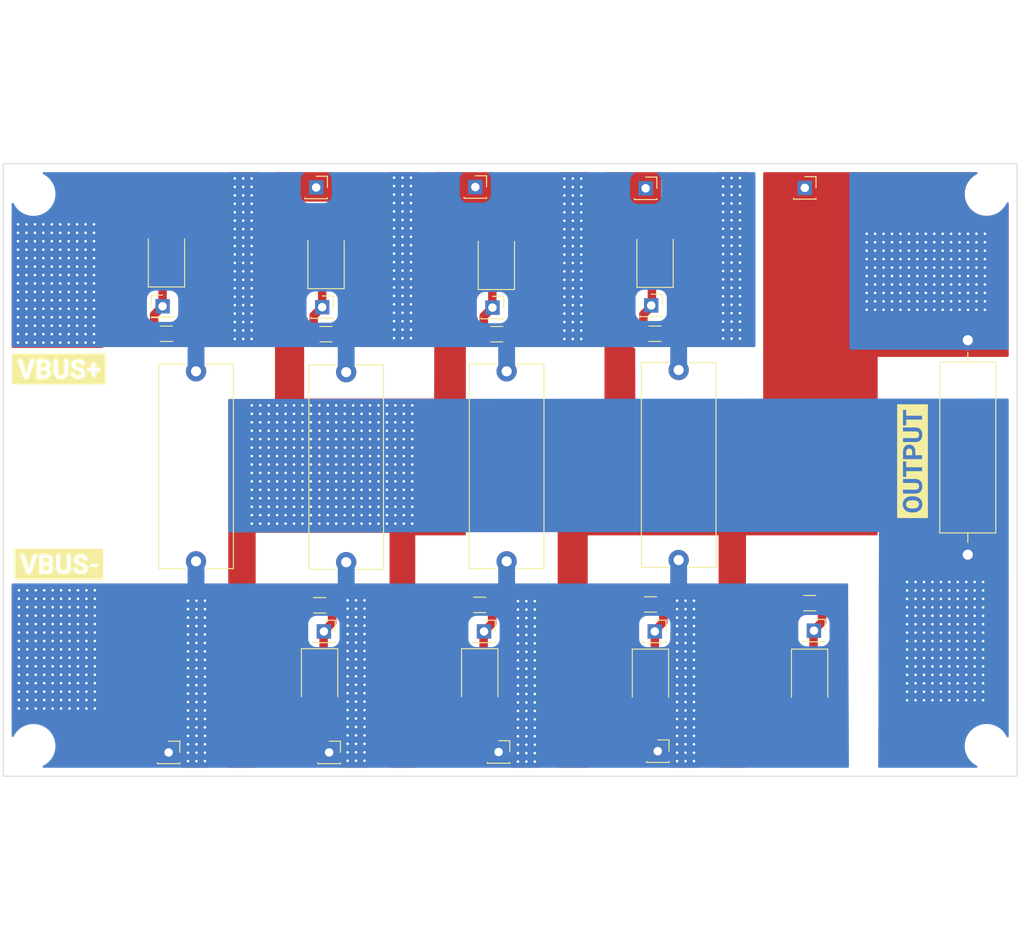
<source format=kicad_pcb>
(kicad_pcb (version 20211014) (generator pcbnew)
  (layers (0 "F.Cu" signal) (31 "B.Cu" signal) (34 "B.Paste" user) (35 "F.Paste" user) (36 "B.SilkS" user "B.Silkscreen") (37 "F.SilkS" user "F.Silkscreen") (38 "B.Mask" user) (39 "F.Mask" user) (44 "Edge.Cuts" user))
  (net 0 "")
  (net 1 "Net-(D1-Pad1)")
  (net 2 "Net-(D1-Pad2)")
  (net 3 "Net-(D2-Pad1)")
  (net 4 "Net-(D2-Pad2)")
  (net 5 "Net-(D3-Pad1)")
  (net 6 "Net-(D3-Pad2)")
  (net 7 "Net-(D4-Pad1)")
  (net 8 "Net-(D4-Pad2)")
  (net 9 "Net-(D5-Pad1)")
  (net 10 "Net-(D5-Pad2)")
  (net 11 "Net-(D6-Pad1)")
  (net 12 "Net-(D7-Pad1)")
  (net 13 "Net-(D7-Pad2)")
  (net 14 "Net-(D8-Pad1)")
  (net 15 "Net-(D8-Pad2)")
  (net 16 "Inverte_out1")
  (net 17 "Vbus-")
  (net 18 "Inverte_out2")
  (net 19 "Vbus+")
  (net 20 "Net-(Q6-Pad1)")
  (footprint "Resistor_SMD:R_1206_3216Metric" (layer "F.Cu") (at 63.898 102.664 180)
    (fp_text reference "R4" hide)
    (fp_text value "5.1" hide)
  )
  (footprint "Package_TO_SOT_SMD:To-3P-SideMount" (layer "F.Cu") (at 73.6152 121.8156 180)
    (fp_text reference "Q2" hide)
    (fp_text value "Q_NMOS_GDS" hide)
  )
  (footprint "Connector_PinSocket_2.54mm:PinSocket_1x01_P2.54mm_Vertical" (layer "F.Cu") (at 63.4916 53.1848)
    (fp_text reference "J3" hide)
    (fp_text value "Conn_01x01_Female" hide)
  )
  (footprint "Diode_SMD:D_SMB" (layer "F.Cu") (at 84.8276 61.7192 90)
    (fp_text reference "D7" hide)
    (fp_text value "D" hide)
  )
  (footprint "Connector_PinSocket_2.54mm:PinSocket_1x01_P2.54mm_Vertical" (layer "F.Cu") (at 64.406 105.7628)
    (fp_text reference "J8" hide)
    (fp_text value "Conn_01x01_Female" hide)
  )
  (footprint "kibuzzard-640732D0" (layer "F.Cu") (at 33.02 97.79)
    (fp_text reference "kibuzzard-640732D0" hide)
    (fp_text value "G***" hide)
  )
  (footprint "Diode_SMD:D_SMB" (layer "F.Cu") (at 103.6236 61.4652 90)
    (fp_text reference "D5" hide)
    (fp_text value "D" hide)
  )
  (footprint "Package_TO_SOT_SMD:To-3P-SideMount" (layer "F.Cu") (at 93.9716 51.356)
    (fp_text reference "Q7" hide)
    (fp_text value "Q_NMOS_GDS" hide)
  )
  (footprint "Resistor_SMD:R_1206_3216Metric" (layer "F.Cu") (at 64.66 70.5584)
    (fp_text reference "R3" hide)
    (fp_text value "5.1" hide)
  )
  (footprint "Diode_SMD:D_SMB" (layer "F.Cu") (at 103.0792 111.4016 -90)
    (fp_text reference "D6" hide)
    (fp_text value "D" hide)
  )
  (footprint "Diode_SMD:D_SMB" (layer "F.Cu") (at 82.8608 111.3508 -90)
    (fp_text reference "D2" hide)
    (fp_text value "D" hide)
  )
  (footprint "Connector_PinSocket_2.54mm:PinSocket_1x01_P2.54mm_Vertical" (layer "F.Cu") (at 103.9428 119.936)
    (fp_text reference "J13" hide)
    (fp_text value "Conn_01x01_Female" hide)
  )
  (footprint "Diode_SMD:D_SMB" (layer "F.Cu") (at 63.898 111.3508 -90)
    (fp_text reference "D4" hide)
    (fp_text value "D" hide)
  )
  (footprint "Resistor_SMD:R_1206_3216Metric" (layer "F.Cu") (at 84.8784 70.5584)
    (fp_text reference "R7" hide)
    (fp_text value "5.1" hide)
  )
  (footprint "MountingHole:MountingHole_3.2mm_M3" (layer "F.Cu") (at 30.0144 53.9468)
    (fp_text reference "H4" hide)
    (fp_text value "MountingHole" hide)
  )
  (footprint "Resistor_SMD:R_1206_3216Metric" (layer "F.Cu") (at 45.7624 70.5076)
    (fp_text reference "R1" hide)
    (fp_text value "5.1" hide)
  )
  (footprint "Diode_SMD:D_SMB" (layer "F.Cu") (at 121.926 111.4016 -90)
    (fp_text reference "D8" hide)
    (fp_text value "D" hide)
  )
  (footprint "MountingHole:MountingHole_3.2mm_M3" (layer "F.Cu") (at 30.0144 119.3264)
    (fp_text reference "H1" hide)
    (fp_text value "MountingHole" hide)
  )
  (footprint "Diode_SMD:D_SMB" (layer "F.Cu") (at 45.7624 61.4144 90)
    (fp_text reference "D1" hide)
    (fp_text value "D" hide)
  )
  (footprint "Resistor_SMD:R_1206_3216Metric" (layer "F.Cu") (at 121.926 102.41 180)
    (fp_text reference "R8" hide)
    (fp_text value "5.1" hide)
  )
  (footprint "Package_TO_SOT_SMD:To-3P-SideMount" (layer "F.Cu") (at 73.7532 51.3052)
    (fp_text reference "Q3" hide)
    (fp_text value "Q_NMOS_GDS" hide)
  )
  (footprint "Capacitor_THT:C_Rect_L24.0mm_W8.6mm_P22.50mm_MKT" (layer "F.Cu") (at 49.2676 74.9548 -90)
    (fp_text reference "C1" hide)
    (fp_text value "1u" hide)
  )
  (footprint "Diode_SMD:D_SMB" (layer "F.Cu") (at 64.66 61.6176 90)
    (fp_text reference "D3" hide)
    (fp_text value "D" hide)
  )
  (footprint "Connector_PinSocket_2.54mm:PinSocket_1x01_P2.54mm_Vertical" (layer "F.Cu") (at 65.03 120.0884)
    (fp_text reference "J14" hide)
    (fp_text value "Conn_01x01_Female" hide)
  )
  (footprint "kibuzzard-640732E7" (layer "F.Cu") (at 134.112 85.598 90)
    (fp_text reference "kibuzzard-640732E7" hide)
    (fp_text value "G***" hide)
  )
  (footprint "kibuzzard-640732BF" (layer "F.Cu") (at 33.02 74.676)
    (fp_text reference "kibuzzard-640732BF" hide)
    (fp_text value "G***" hide)
  )
  (footprint "Capacitor_THT:C_Rect_L24.0mm_W8.6mm_P22.50mm_MKT" (layer "F.Cu") (at 106.4176 74.8024 -90)
    (fp_text reference "C3" hide)
    (fp_text value "1u" hide)
  )
  (footprint "Connector_PinSocket_2.54mm:PinSocket_1x01_P2.54mm_Vertical" (layer "F.Cu") (at 46.0164 120.0884)
    (fp_text reference "J5" hide)
    (fp_text value "Conn_01x01_Female" hide)
  )
  (footprint "Resistor_SMD:R_1206_3216Metric" (layer "F.Cu") (at 103.0792 102.5624 180)
    (fp_text reference "R6" hide)
    (fp_text value "5.1" hide)
  )
  (footprint "Connector_PinSocket_2.54mm:PinSocket_1x01_P2.54mm_Vertical" (layer "F.Cu") (at 64.2028 67.358)
    (fp_text reference "J7" hide)
    (fp_text value "Conn_01x01_Female" hide)
  )
  (footprint "MountingHole:MountingHole_3.2mm_M3" (layer "F.Cu") (at 142.892 53.9468)
    (fp_text reference "H3" hide)
    (fp_text value "MountingHole" hide)
  )
  (footprint "Package_TO_SOT_SMD:To-3P-SideMount" (layer "F.Cu") (at 54.8556 51.356)
    (fp_text reference "Q1" hide)
    (fp_text value "Q_NMOS_GDS" hide)
  )
  (footprint "Connector_PinSocket_2.54mm:PinSocket_1x01_P2.54mm_Vertical" (layer "F.Cu") (at 84.3704 67.4088)
    (fp_text reference "J15" hide)
    (fp_text value "Conn_01x01_Female" hide)
  )
  (footprint "Connector_PinSocket_2.54mm:PinSocket_1x01_P2.54mm_Vertical" (layer "F.Cu") (at 102.506 53.2864)
    (fp_text reference "J12" hide)
    (fp_text value "Conn_01x01_Female" hide)
  )
  (footprint "Resistor_SMD:R_1206_3216Metric" (layer "F.Cu") (at 103.6236 70.5076)
    (fp_text reference "R5" hide)
    (fp_text value "5.1" hide)
  )
  (footprint "Capacitor_THT:C_Rect_L24.0mm_W8.6mm_P22.50mm_MKT" (layer "F.Cu") (at 86.0468 74.9548 -90)
    (fp_text reference "C2" hide)
    (fp_text value "1u" hide)
  )
  (footprint "Resistor_THT:R_Axial_Power_L20.0mm_W6.4mm_P25.40mm" (layer "F.Cu") (at 140.6568 71.2696 -90)
    (fp_text reference "R9" hide)
    (fp_text value "5.1k" hide)
  )
  (footprint "Capacitor_THT:C_Rect_L24.0mm_W8.6mm_P22.50mm_MKT" (layer "F.Cu") (at 67.0476 75.0564 -90)
    (fp_text reference "C4" hide)
    (fp_text value "1u" hide)
  )
  (footprint "Connector_PinSocket_2.54mm:PinSocket_1x01_P2.54mm_Vertical" (layer "F.Cu") (at 103.1664 67.1548)
    (fp_text reference "J9" hide)
    (fp_text value "Conn_01x01_Female" hide)
  )
  (footprint "Package_TO_SOT_SMD:To-3P-SideMount" (layer "F.Cu") (at 54.7032 121.8664 180)
    (fp_text reference "Q4" hide)
    (fp_text value "Q_NMOS_GDS" hide)
  )
  (footprint "Connector_PinSocket_2.54mm:PinSocket_1x01_P2.54mm_Vertical" (layer "F.Cu") (at 122.434 105.6612)
    (fp_text reference "J16" hide)
    (fp_text value "Conn_01x01_Female" hide)
  )
  (footprint "Connector_PinSocket_2.54mm:PinSocket_1x01_P2.54mm_Vertical" (layer "F.Cu") (at 82.3384 53.134)
    (fp_text reference "J4" hide)
    (fp_text value "Conn_01x01_Female" hide)
  )
  (footprint "Resistor_SMD:R_1206_3216Metric" (layer "F.Cu") (at 82.8608 102.6132 180)
    (fp_text reference "R2" hide)
    (fp_text value "5.1" hide)
  )
  (footprint "Package_TO_SOT_SMD:To-3P-SideMount" (layer "F.Cu") (at 112.6296 121.6124 180)
    (fp_text reference "Q8" hide)
    (fp_text value "Q_NMOS_GDS" hide)
  )
  (footprint "Connector_PinSocket_2.54mm:PinSocket_1x01_P2.54mm_Vertical" (layer "F.Cu") (at 103.5872 105.7628)
    (fp_text reference "J10" hide)
    (fp_text value "Conn_01x01_Female" hide)
  )
  (footprint "Package_TO_SOT_SMD:To-3P-SideMount" (layer "F.Cu") (at 112.7676 51.356)
    (fp_text reference "Q5" hide)
    (fp_text value "Q_NMOS_GDS" hide)
  )
  (footprint "Connector_PinSocket_2.54mm:PinSocket_1x01_P2.54mm_Vertical" (layer "F.Cu") (at 83.3688 105.7628)
    (fp_text reference "J2" hide)
    (fp_text value "Conn_01x01_Female" hide)
  )
  (footprint "MountingHole:MountingHole_3.2mm_M3" (layer "F.Cu") (at 142.892 119.3264)
    (fp_text reference "H2" hide)
    (fp_text value "MountingHole" hide)
  )
  (footprint "Connector_PinSocket_2.54mm:PinSocket_1x01_P2.54mm_Vertical" (layer "F.Cu") (at 85.096 120.0376)
    (fp_text reference "J6" hide)
    (fp_text value "Conn_01x01_Female" hide)
  )
  (footprint "Connector_PinSocket_2.54mm:PinSocket_1x01_P2.54mm_Vertical" (layer "F.Cu") (at 121.3528 53.2356)
    (fp_text reference "J11" hide)
    (fp_text value "Conn_01x01_Female" hide)
  )
  (footprint "Package_TO_SOT_SMD:To-3P-SideMount" (layer "F.Cu") (at 93.8336 121.7648 180)
    (fp_text reference "Q6" hide)
    (fp_text value "Q_NMOS_GDS" hide)
  )
  (footprint "Connector_PinHeader_2.54mm:PinHeader_1x01_P2.54mm_Vertical" (layer "F.Cu") (at 45.3052 67.2564)
    (fp_text reference "J1" hide)
    (fp_text value "Conn_01x01_Female" hide)
  )
  (gr_rect (start 26.4328 50.3704) (end 146.4988 122.9028) (layer "Edge.Cuts") (width 0.1) (fill none))
  (segment (start 44.2999 68.2617) (end 45.3052 67.2564) (width 1) (layer "F.Cu") (net 1))
  (segment (start 45.3052 67.2564) (end 45.3052 64.0216) (width 1) (layer "F.Cu") (net 1))
  (segment (start 44.2999 70.5076) (end 44.2999 68.2617) (width 1) (layer "F.Cu") (net 1))
  (segment (start 45.3052 64.0216) (end 45.7624 63.5644) (width 1) (layer "F.Cu") (net 1))
  (segment (start 45.7624 59.2644) (end 49.4056 59.2644) (width 1) (layer "F.Cu") (net 2))
  (segment (start 47.2249 70.5076) (end 49.3184 70.5076) (width 1) (layer "F.Cu") (net 2))
  (segment (start 49.4056 59.2644) (end 49.4056 61.516) (width 1) (layer "F.Cu") (net 2))
  (segment (start 84.32895 102.6132) (end 84.32895 104.8083) (width 1) (layer "F.Cu") (net 3))
  (segment (start 83.32365 105.8136) (end 83.32365 108.9468) (width 1) (layer "F.Cu") (net 3))
  (segment (start 84.32895 104.8083) (end 83.32365 105.8136) (width 1) (layer "F.Cu") (net 3))
  (segment (start 81.40395 102.6132) (end 79.10725 102.6132) (width 1) (layer "F.Cu") (net 4))
  (segment (start 82.86645 113.704) (end 79.22325 113.704) (width 1) (layer "F.Cu") (net 4))
  (segment (start 63.1975 70.5584) (end 63.1975 68.3633) (width 1) (layer "F.Cu") (net 5))
  (segment (start 63.1975 68.3633) (end 64.2028 67.358) (width 1) (layer "F.Cu") (net 5))
  (segment (start 64.2028 67.358) (end 64.2028 64.2248) (width 1) (layer "F.Cu") (net 5))
  (segment (start 64.2028 64.2248) (end 64.66 63.7676) (width 1) (layer "F.Cu") (net 5))
  (segment (start 68.3032 59.4676) (end 68.3032 61.4652) (width 1) (layer "F.Cu") (net 6))
  (segment (start 64.66 59.4676) (end 68.3032 59.4676) (width 1) (layer "F.Cu") (net 6))
  (segment (start 66.1225 70.5584) (end 68.4192 70.5584) (width 1) (layer "F.Cu") (net 6))
  (segment (start 65.38055 102.5624) (end 65.38055 104.7575) (width 1) (layer "F.Cu") (net 7))
  (segment (start 64.37525 105.7628) (end 64.37525 108.896) (width 1) (layer "F.Cu") (net 7))
  (segment (start 65.38055 104.7575) (end 64.37525 105.7628) (width 1) (layer "F.Cu") (net 7))
  (segment (start 62.45555 102.5624) (end 60.15885 102.5624) (width 1) (layer "F.Cu") (net 8))
  (segment (start 63.91805 113.6532) (end 60.27485 113.6532) (width 1) (layer "F.Cu") (net 8))
  (segment (start 102.24265 70.406) (end 102.24265 68.2109) (width 1) (layer "F.Cu") (net 9))
  (segment (start 102.24265 68.2109) (end 103.24795 67.2056) (width 1) (layer "F.Cu") (net 9))
  (segment (start 103.24795 67.2056) (end 103.24795 64.0724) (width 1) (layer "F.Cu") (net 9))
  (segment (start 105.16765 70.406) (end 107.46435 70.406) (width 1) (layer "F.Cu") (net 10))
  (segment (start 103.70515 59.3152) (end 107.34835 59.3152) (width 1) (layer "F.Cu") (net 10))
  (segment (start 104.59815 104.6559) (end 103.59285 105.6612) (width 1) (layer "F.Cu") (net 11))
  (segment (start 103.59285 105.6612) (end 103.59285 108.7944) (width 1) (layer "F.Cu") (net 11))
  (segment (start 104.59815 102.4608) (end 104.59815 104.6559) (width 1) (layer "F.Cu") (net 11))
  (segment (start 84.35035 67.4088) (end 84.35035 64.2756) (width 1) (layer "F.Cu") (net 12))
  (segment (start 83.34505 70.6092) (end 83.34505 68.4141) (width 1) (layer "F.Cu") (net 12))
  (segment (start 83.34505 68.4141) (end 84.35035 67.4088) (width 1) (layer "F.Cu") (net 12))
  (segment (start 86.27005 70.6092) (end 88.56675 70.6092) (width 1) (layer "F.Cu") (net 13))
  (segment (start 84.80755 59.5184) (end 88.45075 59.5184) (width 1) (layer "F.Cu") (net 13))
  (segment (start 122.38885 105.6612) (end 122.38885 108.7944) (width 1) (layer "F.Cu") (net 14))
  (segment (start 123.39415 104.6559) (end 122.38885 105.6612) (width 1) (layer "F.Cu") (net 14))
  (segment (start 123.39415 102.4608) (end 123.39415 104.6559) (width 1) (layer "F.Cu") (net 14))
  (segment (start 120.46915 102.4608) (end 118.17245 102.4608) (width 1) (layer "F.Cu") (net 15))
  (segment (start 121.93165 113.5516) (end 118.28845 113.5516) (width 1) (layer "F.Cu") (net 15))
  (segment (start 63.4916 53.1848) (end 60.342 53.1848) (width 1) (layer "F.Cu") (net 16))
  (via (at 68.8716 81.9912) (size 0.61) (drill 0.305) (layers "F.Cu" "B.Cu") (net 16))
  (via (at 71.8716 90.9912) (size 0.61) (drill 0.305) (layers "F.Cu" "B.Cu") (net 16))
  (via (at 67.8716 82.9912) (size 0.61) (drill 0.305) (layers "F.Cu" "B.Cu") (net 16))
  (via (at 73.8716 80.9912) (size 0.61) (drill 0.305) (layers "F.Cu" "B.Cu") (net 16))
  (via (at 140.4696 102.902) (size 0.61) (drill 0.305) (layers "F.Cu" "B.Cu") (net 16))
  (via (at 59.8716 79.9912) (size 0.61) (drill 0.305) (layers "F.Cu" "B.Cu") (net 16))
  (via (at 64.8716 89.9912) (size 0.61) (drill 0.305) (layers "F.Cu" "B.Cu") (net 16))
  (via (at 134.4696 101.902) (size 0.61) (drill 0.305) (layers "F.Cu" "B.Cu") (net 16))
  (via (at 60.8716 79.9912) (size 0.61) (drill 0.305) (layers "F.Cu" "B.Cu") (net 16))
  (via (at 68.8716 87.9912) (size 0.61) (drill 0.305) (layers "F.Cu" "B.Cu") (net 16))
  (via (at 69.8716 78.9912) (size 0.61) (drill 0.305) (layers "F.Cu" "B.Cu") (net 16))
  (via (at 63.8716 92.9912) (size 0.61) (drill 0.305) (layers "F.Cu" "B.Cu") (net 16))
  (via (at 58.8716 82.9912) (size 0.61) (drill 0.305) (layers "F.Cu" "B.Cu") (net 16))
  (via (at 62.8716 87.9912) (size 0.61) (drill 0.305) (layers "F.Cu" "B.Cu") (net 16))
  (via (at 134.4696 112.902) (size 0.61) (drill 0.305) (layers "F.Cu" "B.Cu") (net 16))
  (via (at 137.4696 110.902) (size 0.61) (drill 0.305) (layers "F.Cu" "B.Cu") (net 16))
  (via (at 71.8716 83.9912) (size 0.61) (drill 0.305) (layers "F.Cu" "B.Cu") (net 16))
  (via (at 67.8716 88.9912) (size 0.61) (drill 0.305) (layers "F.Cu" "B.Cu") (net 16))
  (via (at 139.4696 107.902) (size 0.61) (drill 0.305) (layers "F.Cu" "B.Cu") (net 16))
  (via (at 134.4696 113.902) (size 0.61) (drill 0.305) (layers "F.Cu" "B.Cu") (net 16))
  (via (at 140.4696 109.902) (size 0.61) (drill 0.305) (layers "F.Cu" "B.Cu") (net 16))
  (via (at 56.8716 81.9912) (size 0.61) (drill 0.305) (layers "F.Cu" "B.Cu") (net 16))
  (via (at 59.8716 80.9912) (size 0.61) (drill 0.305) (layers "F.Cu" "B.Cu") (net 16))
  (via (at 67.8716 86.9912) (size 0.61) (drill 0.305) (layers "F.Cu" "B.Cu") (net 16))
  (via (at 74.8716 88.9912) (size 0.61) (drill 0.305) (layers "F.Cu" "B.Cu") (net 16))
  (via (at 74.8716 92.9912) (size 0.61) (drill 0.305) (layers "F.Cu" "B.Cu") (net 16))
  (via (at 68.8716 79.9912) (size 0.61) (drill 0.305) (layers "F.Cu" "B.Cu") (net 16))
  (via (at 133.4696 103.902) (size 0.61) (drill 0.305) (layers "F.Cu" "B.Cu") (net 16))
  (via (at 73.8716 88.9912) (size 0.61) (drill 0.305) (layers "F.Cu" "B.Cu") (net 16))
  (via (at 70.8716 90.9912) (size 0.61) (drill 0.305) (layers "F.Cu" "B.Cu") (net 16))
  (via (at 59.8716 84.9912) (size 0.61) (drill 0.305) (layers "F.Cu" "B.Cu") (net 16))
  (via (at 139.4696 111.902) (size 0.61) (drill 0.305) (layers "F.Cu" "B.Cu") (net 16))
  (via (at 66.8716 85.9912) (size 0.61) (drill 0.305) (layers "F.Cu" "B.Cu") (net 16))
  (via (at 63.8716 91.9912) (size 0.61) (drill 0.305) (layers "F.Cu" "B.Cu") (net 16))
  (via (at 71.8716 87.9912) (size 0.61) (drill 0.305) (layers "F.Cu" "B.Cu") (net 16))
  (via (at 137.4696 107.902) (size 0.61) (drill 0.305) (layers "F.Cu" "B.Cu") (net 16))
  (via (at 65.8716 86.9912) (size 0.61) (drill 0.305) (layers "F.Cu" "B.Cu") (net 16))
  (via (at 140.4696 112.902) (size 0.61) (drill 0.305) (layers "F.Cu" "B.Cu") (net 16))
  (via (at 65.8716 84.9912) (size 0.61) (drill 0.305) (layers "F.Cu" "B.Cu") (net 16))
  (via (at 137.4696 113.902) (size 0.61) (drill 0.305) (layers "F.Cu" "B.Cu") (net 16))
  (via (at 57.8716 86.9912) (size 0.61) (drill 0.305) (layers "F.Cu" "B.Cu") (net 16))
  (via (at 57.8716 87.9912) (size 0.61) (drill 0.305) (layers "F.Cu" "B.Cu") (net 16))
  (via (at 142.4696 111.902) (size 0.61) (drill 0.305) (layers "F.Cu" "B.Cu") (net 16))
  (via (at 139.4696 103.902) (size 0.61) (drill 0.305) (layers "F.Cu" "B.Cu") (net 16))
  (via (at 138.4696 100.902) (size 0.61) (drill 0.305) (layers "F.Cu" "B.Cu") (net 16))
  (via (at 140.4696 106.902) (size 0.61) (drill 0.305) (layers "F.Cu" "B.Cu") (net 16))
  (via (at 141.4696 112.902) (size 0.61) (drill 0.305) (layers "F.Cu" "B.Cu") (net 16))
  (via (at 55.8716 86.9912) (size 0.61) (drill 0.305) (layers "F.Cu" "B.Cu") (net 16))
  (via (at 59.8716 78.9912) (size 0.61) (drill 0.305) (layers "F.Cu" "B.Cu") (net 16))
  (via (at 140.4696 105.902) (size 0.61) (drill 0.305) (layers "F.Cu" "B.Cu") (net 16))
  (via (at 67.8716 79.9912) (size 0.61) (drill 0.305) (layers "F.Cu" "B.Cu") (net 16))
  (via (at 60.8716 88.9912) (size 0.61) (drill 0.305) (layers "F.Cu" "B.Cu") (net 16))
  (via (at 135.4696 113.902) (size 0.61) (drill 0.305) (layers "F.Cu" "B.Cu") (net 16))
  (via (at 55.8716 78.9912) (size 0.61) (drill 0.305) (layers "F.Cu" "B.Cu") (net 16))
  (via (at 58.8716 87.9912) (size 0.61) (drill 0.305) (layers "F.Cu" "B.Cu") (net 16))
  (via (at 64.8716 92.9912) (size 0.61) (drill 0.305) (layers "F.Cu" "B.Cu") (net 16))
  (via (at 133.4696 112.902) (size 0.61) (drill 0.305) (layers "F.Cu" "B.Cu") (net 16))
  (via (at 57.8716 84.9912) (size 0.61) (drill 0.305) (layers "F.Cu" "B.Cu") (net 16))
  (via (at 68.8716 92.9912) (size 0.61) (drill 0.305) (layers "F.Cu" "B.Cu") (net 16))
  (via (at 136.4696 113.902) (size 0.61) (drill 0.305) (layers "F.Cu" "B.Cu") (net 16))
  (via (at 58.8716 86.9912) (size 0.61) (drill 0.305) (layers "F.Cu" "B.Cu") (net 16))
  (via (at 62.8716 81.9912) (size 0.61) (drill 0.305) (layers "F.Cu" "B.Cu") (net 16))
  (via (at 61.8716 89.9912) (size 0.61) (drill 0.305) (layers "F.Cu" "B.Cu") (net 16))
  (via (at 55.8716 90.9912) (size 0.61) (drill 0.305) (layers "F.Cu" "B.Cu") (net 16))
  (via (at 136.4696 106.902) (size 0.61) (drill 0.305) (layers "F.Cu" "B.Cu") (net 16))
  (via (at 57.8716 91.9912) (size 0.61) (drill 0.305) (layers "F.Cu" "B.Cu") (net 16))
  (via (at 142.4696 104.902) (size 0.61) (drill 0.305) (layers "F.Cu" "B.Cu") (net 16))
  (via (at 62.8716 82.9912) (size 0.61) (drill 0.305) (layers "F.Cu" "B.Cu") (net 16))
  (via (at 66.8716 80.9912) (size 0.61) (drill 0.305) (layers "F.Cu" "B.Cu") (net 16))
  (via (at 62.8716 92.9912) (size 0.61) (drill 0.305) (layers "F.Cu" "B.Cu") (net 16))
  (via (at 142.4696 112.902) (size 0.61) (drill 0.305) (layers "F.Cu" "B.Cu") (net 16))
  (via (at 138.4696 112.902) (size 0.61) (drill 0.305) (layers "F.Cu" "B.Cu") (net 16))
  (via (at 72.8716 91.9912) (size 0.61) (drill 0.305) (layers "F.Cu" "B.Cu") (net 16))
  (via (at 64.8716 91.9912) (size 0.61) (drill 0.305) (layers "F.Cu" "B.Cu") (net 16))
  (via (at 135.4696 103.902) (size 0.61) (drill 0.305) (layers "F.Cu" "B.Cu") (net 16))
  (via (at 69.8716 87.9912) (size 0.61) (drill 0.305) (layers "F.Cu" "B.Cu") (net 16))
  (via (at 139.4696 100.902) (size 0.61) (drill 0.305) (layers "F.Cu" "B.Cu") (net 16))
  (via (at 70.8716 81.9912) (size 0.61) (drill 0.305) (layers "F.Cu" "B.Cu") (net 16))
  (via (at 136.4696 107.902) (size 0.61) (drill 0.305) (layers "F.Cu" "B.Cu") (net 16))
  (via (at 64.8716 90.9912) (size 0.61) (drill 0.305) (layers "F.Cu" "B.Cu") (net 16))
  (via (at 61.8716 79.9912) (size 0.61) (drill 0.305) (layers "F.Cu" "B.Cu") (net 16))
  (via (at 67.8716 81.9912) (size 0.61) (drill 0.305) (layers "F.Cu" "B.Cu") (net 16))
  (via (at 55.8716 88.9912) (size 0.61) (drill 0.305) (layers "F.Cu" "B.Cu") (net 16))
  (via (at 69.8716 88.9912) (size 0.61) (drill 0.305) (layers "F.Cu" "B.Cu") (net 16))
  (via (at 139.4696 101.902) (size 0.61) (drill 0.305) (layers "F.Cu" "B.Cu") (net 16))
  (via (at 134.4696 107.902) (size 0.61) (drill 0.305) (layers "F.Cu" "B.Cu") (net 16))
  (via (at 72.8716 82.9912) (size 0.61) (drill 0.305) (layers "F.Cu" "B.Cu") (net 16))
  (via (at 65.8716 82.9912) (size 0.61) (drill 0.305) (layers "F.Cu" "B.Cu") (net 16))
  (via (at 133.4696 110.902) (size 0.61) (drill 0.305) (layers "F.Cu" "B.Cu") (net 16))
  (via (at 137.4696 103.902) (size 0.61) (drill 0.305) (layers "F.Cu" "B.Cu") (net 16))
  (via (at 73.8716 86.9912) (size 0.61) (drill 0.305) (layers "F.Cu" "B.Cu") (net 16))
  (via (at 69.8716 81.9912) (size 0.61) (drill 0.305) (layers "F.Cu" "B.Cu") (net 16))
  (via (at 73.8716 78.9912) (size 0.61) (drill 0.305) (layers "F.Cu" "B.Cu") (net 16))
  (via (at 60.8716 81.9912) (size 0.61) (drill 0.305) (layers "F.Cu" "B.Cu") (net 16))
  (via (at 69.8716 85.9912) (size 0.61) (drill 0.305) (layers "F.Cu" "B.Cu") (net 16))
  (via (at 137.4696 100.902) (size 0.61) (drill 0.305) (layers "F.Cu" "B.Cu") (net 16))
  (via (at 66.8716 90.9912) (size 0.61) (drill 0.305) (layers "F.Cu" "B.Cu") (net 16))
  (via (at 68.8716 82.9912) (size 0.61) (drill 0.305) (layers "F.Cu" "B.Cu") (net 16))
  (via (at 74.8716 79.9912) (size 0.61) (drill 0.305) (layers "F.Cu" "B.Cu") (net 16))
  (via (at 65.8716 92.9912) (size 0.61) (drill 0.305) (layers "F.Cu" "B.Cu") (net 16))
  (via (at 133.4696 104.902) (size 0.61) (drill 0.305) (layers "F.Cu" "B.Cu") (net 16))
  (via (at 70.8716 83.9912) (size 0.61) (drill 0.305) (layers "F.Cu" "B.Cu") (net 16))
  (via (at 55.8716 81.9912) (size 0.61) (drill 0.305) (layers "F.Cu" "B.Cu") (net 16))
  (via (at 56.8716 79.9912) (size 0.61) (drill 0.305) (layers "F.Cu" "B.Cu") (net 16))
  (via (at 136.4696 108.902) (size 0.61) (drill 0.305) (layers "F.Cu" "B.Cu") (net 16))
  (via (at 62.8716 80.9912) (size 0.61) (drill 0.305) (layers "F.Cu" "B.Cu") (net 16))
  (via (at 142.4696 102.902) (size 0.61) (drill 0.305) (layers "F.Cu" "B.Cu") (net 16))
  (via (at 142.4696 101.902) (size 0.61) (drill 0.305) (layers "F.Cu" "B.Cu") (net 16))
  (via (at 61.8716 92.9912) (size 0.61) (drill 0.305) (layers "F.Cu" "B.Cu") (net 16))
  (via (at 72.8716 81.9912) (size 0.61) (drill 0.305) (layers "F.Cu" "B.Cu") (net 16))
  (via (at 69.8716 89.9912) (size 0.61) (drill 0.305) (layers "F.Cu" "B.Cu") (net 16))
  (via (at 72.8716 79.9912) (size 0.61) (drill 0.305) (layers "F.Cu" "B.Cu") (net 16))
  (via (at 142.4696 105.902) (size 0.61) (drill 0.305) (layers "F.Cu" "B.Cu") (net 16))
  (via (at 141.4696 107.902) (size 0.61) (drill 0.305) (layers "F.Cu" "B.Cu") (net 16))
  (via (at 70.8716 85.9912) (size 0.61) (drill 0.305) (layers "F.Cu" "B.Cu") (net 16))
  (via (at 135.4696 111.902) (size 0.61) (drill 0.305) (layers "F.Cu" "B.Cu") (net 16))
  (via (at 61.8716 85.9912) (size 0.61) (drill 0.305) (layers "F.Cu" "B.Cu") (net 16))
  (via (at 61.8716 88.9912) (size 0.61) (drill 0.305) (layers "F.Cu" "B.Cu") (net 16))
  (via (at 134.4696 104.902) (size 0.61) (drill 0.305) (layers "F.Cu" "B.Cu") (net 16))
  (via (at 137.4696 99.902) (size 0.61) (drill 0.305) (layers "F.Cu" "B.Cu") (net 16))
  (via (at 59.8716 92.9912) (size 0.61) (drill 0.305) (layers "F.Cu" "B.Cu") (net 16))
  (via (at 72.8716 88.9912) (size 0.61) (drill 0.305) (layers "F.Cu" "B.Cu") (net 16))
  (via (at 69.8716 92.9912) (size 0.61) (drill 0.305) (layers "F.Cu" "B.Cu") (net 16))
  (via (at 141.4696 105.902) (size 0.61) (drill 0.305) (layers "F.Cu" "B.Cu") (net 16))
  (via (at 133.4696 100.902) (size 0.61) (drill 0.305) (layers "F.Cu" "B.Cu") (net 16))
  (via (at 65.8716 79.9912) (size 0.61) (drill 0.305) (layers "F.Cu" "B.Cu") (net 16))
  (via (at 68.8716 78.9912) (size 0.61) (drill 0.305) (layers "F.Cu" "B.Cu") (net 16))
  (via (at 74.8716 90.9912) (size 0.61) (drill 0.305) (layers "F.Cu" "B.Cu") (net 16))
  (via (at 64.8716 84.9912) (size 0.61) (drill 0.305) (layers "F.Cu" "B.Cu") (net 16))
  (via (at 138.4696 99.902) (size 0.61) (drill 0.305) (layers "F.Cu" "B.Cu") (net 16))
  (via (at 60.8716 89.9912) (size 0.61) (drill 0.305) (layers "F.Cu" "B.Cu") (net 16))
  (via (at 67.8716 89.9912) (size 0.61) (drill 0.305) (layers "F.Cu" "B.Cu") (net 16))
  (via (at 133.4696 101.902) (size 0.61) (drill 0.305) (layers "F.Cu" "B.Cu") (net 16))
  (via (at 56.8716 90.9912) (size 0.61) (drill 0.305) (layers "F.Cu" "B.Cu") (net 16))
  (via (at 137.4696 104.902) (size 0.61) (drill 0.305) (layers "F.Cu" "B.Cu") (net 16))
  (via (at 71.8716 80.9912) (size 0.61) (drill 0.305) (layers "F.Cu" "B.Cu") (net 16))
  (via (at 67.8716 78.9912) (size 0.61) (drill 0.305) (layers "F.Cu" "B.Cu") (net 16))
  (via (at 142.4696 107.902) (size 0.61) (drill 0.305) (layers "F.Cu" "B.Cu") (net 16))
  (via (at 64.8716 81.9912) (size 0.61) (drill 0.305) (layers "F.Cu" "B.Cu") (net 16))
  (via (at 59.8716 87.9912) (size 0.61) (drill 0.305) (layers "F.Cu" "B.Cu") (net 16))
  (via (at 135.4696 106.902) (size 0.61) (drill 0.305) (layers "F.Cu" "B.Cu") (net 16))
  (via (at 73.8716 91.9912) (size 0.61) (drill 0.305) (layers "F.Cu" "B.Cu") (net 16))
  (via (at 63.8716 85.9912) (size 0.61) (drill 0.305) (layers "F.Cu" "B.Cu") (net 16))
  (via (at 56.8716 89.9912) (size 0.61) (drill 0.305) (layers "F.Cu" "B.Cu") (net 16))
  (via (at 70.8716 82.9912) (size 0.61) (drill 0.305) (layers "F.Cu" "B.Cu") (net 16))
  (via (at 139.4696 102.902) (size 0.61) (drill 0.305) (layers "F.Cu" "B.Cu") (net 16))
  (via (at 69.8716 79.9912) (size 0.61) (drill 0.305) (layers "F.Cu" "B.Cu") (net 16))
  (via (at 60.8716 87.9912) (size 0.61) (drill 0.305) (layers "F.Cu" "B.Cu") (net 16))
  (via (at 62.8716 90.9912) (size 0.61) (drill 0.305) (layers "F.Cu" "B.Cu") (net 16))
  (via (at 62.8716 86.9912) (size 0.61) (drill 0.305) (layers "F.Cu" "B.Cu") (net 16))
  (via (at 57.8716 92.9912) (size 0.61) (drill 0.305) (layers "F.Cu" "B.Cu") (net 16))
  (via (at 136.4696 112.902) (size 0.61) (drill 0.305) (layers "F.Cu" "B.Cu") (net 16))
  (via (at 64.8716 85.9912) (size 0.61) (drill 0.305) (layers "F.Cu" "B.Cu") (net 16))
  (via (at 70.8716 89.9912) (size 0.61) (drill 0.305) (layers "F.Cu" "B.Cu") (net 16))
  (via (at 74.8716 81.9912) (size 0.61) (drill 0.305) (layers "F.Cu" "B.Cu") (net 16))
  (via (at 61.8716 87.9912) (size 0.61) (drill 0.305) (layers "F.Cu" "B.Cu") (net 16))
  (via (at 141.4696 102.902) (size 0.61) (drill 0.305) (layers "F.Cu" "B.Cu") (net 16))
  (via (at 140.4696 100.902) (size 0.61) (drill 0.305) (layers "F.Cu" "B.Cu") (net 16))
  (via (at 140.4696 108.902) (size 0.61) (drill 0.305) (layers "F.Cu" "B.Cu") (net 16))
  (via (at 65.8716 87.9912) (size 0.61) (drill 0.305) (layers "F.Cu" "B.Cu") (net 16))
  (via (at 56.8716 80.9912) (size 0.61) (drill 0.305) (layers "F.Cu" "B.Cu") (net 16))
  (via (at 138.4696 105.902) (size 0.61) (drill 0.305) (layers "F.Cu" "B.Cu") (net 16))
  (via (at 138.4696 103.902) (size 0.61) (drill 0.305) (layers "F.Cu" "B.Cu") (net 16))
  (via (at 70.8716 78.9912) (size 0.61) (drill 0.305) (layers "F.Cu" "B.Cu") (net 16))
  (via (at 135.4696 101.902) (size 0.61) (drill 0.305) (layers "F.Cu" "B.Cu") (net 16))
  (via (at 73.8716 84.9912) (size 0.61) (drill 0.305) (layers "F.Cu" "B.Cu") (net 16))
  (via (at 66.8716 91.9912) (size 0.61) (drill 0.305) (layers "F.Cu" "B.Cu") (net 16))
  (via (at 61.8716 82.9912) (size 0.61) (drill 0.305) (layers "F.Cu" "B.Cu") (net 16))
  (via (at 55.8716 80.9912) (size 0.61) (drill 0.305) (layers "F.Cu" "B.Cu") (net 16))
  (via (at 63.8716 84.9912) (size 0.61) (drill 0.305) (layers "F.Cu" "B.Cu") (net 16))
  (via (at 70.8716 84.9912) (size 0.61) (drill 0.305) (layers "F.Cu" "B.Cu") (net 16))
  (via (at 58.8716 79.9912) (size 0.61) (drill 0.305) (layers "F.Cu" "B.Cu") (net 16))
  (via (at 73.8716 90.9912) (size 0.61) (drill 0.305) (layers "F.Cu" "B.Cu") (net 16))
  (via (at 141.4696 111.902) (size 0.61) (drill 0.305) (layers "F.Cu" "B.Cu") (net 16))
  (via (at 64.8716 88.9912) (size 0.61) (drill 0.305) (layers "F.Cu" "B.Cu") (net 16))
  (via (at 140.4696 113.902) (size 0.61) (drill 0.305) (layers "F.Cu" "B.Cu") (net 16))
  (via (at 74.8716 83.9912) (size 0.61) (drill 0.305) (layers "F.Cu" "B.Cu") (net 16))
  (via (at 66.8716 81.9912) (size 0.61) (drill 0.305) (layers "F.Cu" "B.Cu") (net 16))
  (via (at 135.4696 110.902) (size 0.61) (drill 0.305) (layers "F.Cu" "B.Cu") (net 16))
  (via (at 63.8716 80.9912) (size 0.61) (drill 0.305) (layers "F.Cu" "B.Cu") (net 16))
  (via (at 57.8716 78.9912) (size 0.61) (drill 0.305) (layers "F.Cu" "B.Cu") (net 16))
  (via (at 136.4696 101.902) (size 0.61) (drill 0.305) (layers "F.Cu" "B.Cu") (net 16))
  (via (at 55.8716 91.9912) (size 0.61) (drill 0.305) (layers "F.Cu" "B.Cu") (net 16))
  (via (at 73.8716 79.9912) (size 0.61) (drill 0.305) (layers "F.Cu" "B.Cu") (net 16))
  (via (at 59.8716 82.9912) (size 0.61) (drill 0.305) (layers "F.Cu" "B.Cu") (net 16))
  (via (at 139.4696 108.902) (size 0.61) (drill 0.305) (layers "F.Cu" "B.Cu") (net 16))
  (via (at 135.4696 105.902) (size 0.61) (drill 0.305) (layers "F.Cu" "B.Cu") (net 16))
  (via (at 55.8716 89.9912) (size 0.61) (drill 0.305) (layers "F.Cu" "B.Cu") (net 16))
  (via (at 133.4696 107.902) (size 0.61) (drill 0.305) (layers "F.Cu" "B.Cu") (net 16))
  (via (at 67.8716 91.9912) (size 0.61) (drill 0.305) (layers "F.Cu" "B.Cu") (net 16))
  (via (at 60.8716 80.9912) (size 0.61) (drill 0.305) (layers "F.Cu" "B.Cu") (net 16))
  (via (at 72.8716 86.9912) (size 0.61) (drill 0.305) (layers "F.Cu" "B.Cu") (net 16))
  (via (at 72.8716 87.9912) (size 0.61) (drill 0.305) (layers "F.Cu" "B.Cu") (net 16))
  (via (at 136.4696 102.902) (size 0.61) (drill 0.305) (layers "F.Cu" "B.Cu") (net 16))
  (via (at 60.8716 82.9912) (size 0.61) (drill 0.305) (layers "F.Cu" "B.Cu") (net 16))
  (via (at 69.8716 83.9912) (size 0.61) (drill 0.305) (layers "F.Cu" "B.Cu") (net 16))
  (via (at 67.8716 87.9912) (size 0.61) (drill 0.305) (layers "F.Cu" "B.Cu") (net 16))
  (via (at 139.4696 112.902) (size 0.61) (drill 0.305) (layers "F.Cu" "B.Cu") (net 16))
  (via (at 67.8716 85.9912) (size 0.61) (drill 0.305) (layers "F.Cu" "B.Cu") (net 16))
  (via (at 142.4696 109.902) (size 0.61) (drill 0.305) (layers "F.Cu" "B.Cu") (net 16))
  (via (at 139.4696 104.902) (size 0.61) (drill 0.305) (layers "F.Cu" "B.Cu") (net 16))
  (via (at 57.8716 89.9912) (size 0.61) (drill 0.305) (layers "F.Cu" "B.Cu") (net 16))
  (via (at 58.8716 85.9912) (size 0.61) (drill 0.305) (layers "F.Cu" "B.Cu") (net 16))
  (via (at 57.8716 83.9912) (size 0.61) (drill 0.305) (layers "F.Cu" "B.Cu") (net 16))
  (via (at 56.8716 86.9912) (size 0.61) (drill 0.305) (layers "F.Cu" "B.Cu") (net 16))
  (via (at 135.4696 112.902) (size 0.61) (drill 0.305) (layers "F.Cu" "B.Cu") (net 16))
  (via (at 62.8716 88.9912) (size 0.61) (drill 0.305) (layers "F.Cu" "B.Cu") (net 16))
  (via (at 74.8716 84.9912) (size 0.61) (drill 0.305) (layers "F.Cu" "B.Cu") (net 16))
  (via (at 66.8716 79.9912) (size 0.61) (drill 0.305) (layers "F.Cu" "B.Cu") (net 16))
  (via (at 59.8716 83.9912) (size 0.61) (drill 0.305) (layers "F.Cu" "B.Cu") (net 16))
  (via (at 64.8716 78.9912) (size 0.61) (drill 0.305) (layers "F.Cu" "B.Cu") (net 16))
  (via (at 62.8716 91.9912) (size 0.61) (drill 0.305) (layers "F.Cu" "B.Cu") (net 16))
  (via (at 57.8716 82.9912) (size 0.61) (drill 0.305) (layers "F.Cu" "B.Cu") (net 16))
  (via (at 68.8716 83.9912) (size 0.61) (drill 0.305) (layers "F.Cu" "B.Cu") (net 16))
  (via (at 142.4696 106.902) (size 0.61) (drill 0.305) (layers "F.Cu" "B.Cu") (net 16))
  (via (at 62.8716 89.9912) (size 0.61) (drill 0.305) (layers "F.Cu" "B.Cu") (net 16))
  (via (at 71.8716 92.9912) (size 0.61) (drill 0.305) (layers "F.Cu" "B.Cu") (net 16))
  (via (at 138.4696 107.902) (size 0.61) (drill 0.305) (layers "F.Cu" "B.Cu") (net 16))
  (via (at 56.8716 85.9912) (size 0.61) (drill 0.305) (layers "F.Cu" "B.Cu") (net 16))
  (via (at 73.8716 83.9912) (size 0.61) (drill 0.305) (layers "F.Cu" "B.Cu") (net 16))
  (via (at 55.8716 79.9912) (size 0.61) (drill 0.305) (layers "F.Cu" "B.Cu") (net 16))
  (via (at 133.4696 113.902) (size 0.61) (drill 0.305) (layers "F.Cu" "B.Cu") (net 16))
  (via (at 136.4696 99.902) (size 0.61) (drill 0.305) (layers "F.Cu" "B.Cu") (net 16))
  (via (at 134.4696 110.902) (size 0.61) (drill 0.305) (layers "F.Cu" "B.Cu") (net 16))
  (via (at 134.4696 106.902) (size 0.61) (drill 0.305) (layers "F.Cu" "B.Cu") (net 16))
  (via (at 56.8716 88.9912) (size 0.61) (drill 0.305) (layers "F.Cu" "B.Cu") (net 16))
  (via (at 58.8716 89.9912) (size 0.61) (drill 0.305) (layers "F.Cu" "B.Cu") (net 16))
  (via (at 137.4696 112.902) (size 0.61) (drill 0.305) (layers "F.Cu" "B.Cu") (net 16))
  (via (at 138.4696 101.902) (size 0.61) (drill 0.305) (layers "F.Cu" "B.Cu") (net 16))
  (via (at 69.8716 90.9912) (size 0.61) (drill 0.305) (layers "F.Cu" "B.Cu") (net 16))
  (via (at 58.8716 90.9912) (size 0.61) (drill 0.305) (layers "F.Cu" "B.Cu") (net 16))
  (via (at 140.4696 99.902) (size 0.61) (drill 0.305) (layers "F.Cu" "B.Cu") (net 16))
  (via (at 136.4696 105.902) (size 0.61) (drill 0.305) (layers "F.Cu" "B.Cu") (net 16))
  (via (at 136.4696 109.902) (size 0.61) (drill 0.305) (layers "F.Cu" "B.Cu") (net 16))
  (via (at 136.4696 110.902) (size 0.61) (drill 0.305) (layers "F.Cu" "B.Cu") (net 16))
  (via (at 139.4696 109.902) (size 0.61) (drill 0.305) (layers "F.Cu" "B.Cu") (net 16))
  (via (at 56.8716 83.9912) (size 0.61) (drill 0.305) (layers "F.Cu" "B.Cu") (net 16))
  (via (at 74.8716 91.9912) (size 0.61) (drill 0.305) (layers "F.Cu" "B.Cu") (net 16))
  (via (at 139.4696 106.902) (size 0.61) (drill 0.305) (layers "F.Cu" "B.Cu") (net 16))
  (via (at 61.8716 81.9912) (size 0.61) (drill 0.305) (layers "F.Cu" "B.Cu") (net 16))
  (via (at 133.4696 108.902) (size 0.61) (drill 0.305) (layers "F.Cu" "B.Cu") (net 16))
  (via (at 136.4696 103.902) (size 0.61) (drill 0.305) (layers "F.Cu" "B.Cu") (net 16))
  (via (at 134.4696 109.902) (size 0.61) (drill 0.305) (layers "F.Cu" "B.Cu") (net 16))
  (via (at 137.4696 105.902) (size 0.61) (drill 0.305) (layers "F.Cu" "B.Cu") (net 16))
  (via (at 57.8716 90.9912) (size 0.61) (drill 0.305) (layers "F.Cu" "B.Cu") (net 16))
  (via (at 58.8716 88.9912) (size 0.61) (drill 0.305) (layers "F.Cu" "B.Cu") (net 16))
  (via (at 134.4696 100.902) (size 0.61) (drill 0.305) (layers "F.Cu" "B.Cu") (net 16))
  (via (at 137.4696 101.902) (size 0.61) (drill 0.305) (layers "F.Cu" "B.Cu") (net 16))
  (via (at 141.4696 108.902) (size 0.61) (drill 0.305) (layers "F.Cu" "B.Cu") (net 16))
  (via (at 135.4696 104.902) (size 0.61) (drill 0.305) (layers "F.Cu" "B.Cu") (net 16))
  (via (at 74.8716 78.9912) (size 0.61) (drill 0.305) (layers "F.Cu" "B.Cu") (net 16))
  (via (at 138.4696 110.902) (size 0.61) (drill 0.305) (layers "F.Cu" "B.Cu") (net 16))
  (via (at 63.8716 86.9912) (size 0.61) (drill 0.305) (layers "F.Cu" "B.Cu") (net 16))
  (via (at 65.8716 83.9912) (size 0.61) (drill 0.305) (layers "F.Cu" "B.Cu") (net 16))
  (via (at 138.4696 113.902) (size 0.61) (drill 0.305) (layers "F.Cu" "B.Cu") (net 16))
  (via (at 66.8716 84.9912) (size 0.61) (drill 0.305) (layers "F.Cu" "B.Cu") (net 16))
  (via (at 63.8716 82.9912) (size 0.61) (drill 0.305) (layers "F.Cu" "B.Cu") (net 16))
  (via (at 133.4696 102.902) (size 0.61) (drill 0.305) (layers "F.Cu" "B.Cu") (net 16))
  (via (at 71.8716 79.9912) (size 0.61) (drill 0.305) (layers "F.Cu" "B.Cu") (net 16))
  (via (at 60.8716 84.9912) (size 0.61) (drill 0.305) (layers "F.Cu" "B.Cu") (net 16))
  (via (at 72.8716 90.9912) (size 0.61) (drill 0.305) (layers "F.Cu" "B.Cu") (net 16))
  (via (at 59.8716 81.9912) (size 0.61) (drill 0.305) (layers "F.Cu" "B.Cu") (net 16))
  (via (at 136.4696 104.902) (size 0.61) (drill 0.305) (layers "F.Cu" "B.Cu") (net 16))
  (via (at 62.8716 85.9912) (size 0.61) (drill 0.305) (layers "F.Cu" "B.Cu") (net 16))
  (via (at 61.8716 91.9912) (size 0.61) (drill 0.305) (layers "F.Cu" "B.Cu") (net 16))
  (via (at 140.4696 103.902) (size 0.61) (drill 0.305) (layers "F.Cu" "B.Cu") (net 16))
  (via (at 63.8716 81.9912) (size 0.61) (drill 0.305) (layers "F.Cu" "B.Cu") (net 16))
  (via (at 59.8716 85.9912) (size 0.61) (drill 0.305) (layers "F.Cu" "B.Cu") (net 16))
  (via (at 134.4696 105.902) (size 0.61) (drill 0.305) (layers "F.Cu" "B.Cu") (net 16))
  (via (at 72.8716 85.9912) (size 0.61) (drill 0.305) (layers "F.Cu" "B.Cu") (net 16))
  (via (at 60.8716 78.9912) (size 0.61) (drill 0.305) (layers "F.Cu" "B.Cu") (net 16))
  (via (at 70.8716 80.9912) (size 0.61) (drill 0.305) (layers "F.Cu" "B.Cu") (net 16))
  (via (at 138.4696 108.902) (size 0.61) (drill 0.305) (layers "F.Cu" "B.Cu") (net 16))
  (via (at 72.8716 89.9912) (size 0.61) (drill 0.305) (layers "F.Cu" "B.Cu") (net 16))
  (via (at 56.8716 91.9912) (size 0.61) (drill 0.305) (layers "F.Cu" "B.Cu") (net 16))
  (via (at 73.8716 89.9912) (size 0.61) (drill 0.305) (layers "F.Cu" "B.Cu") (net 16))
  (via (at 68.8716 90.9912) (size 0.61) (drill 0.305) (layers "F.Cu" "B.Cu") (net 16))
  (via (at 64.8716 83.9912) (size 0.61) (drill 0.305) (layers "F.Cu" "B.Cu") (net 16))
  (via (at 136.4696 100.902) (size 0.61) (drill 0.305) (layers "F.Cu" "B.Cu") (net 16))
  (via (at 139.4696 110.902) (size 0.61) (drill 0.305) (layers "F.Cu" "B.Cu") (net 16))
  (via (at 73.8716 82.9912) (size 0.61) (drill 0.305) (layers "F.Cu" "B.Cu") (net 16))
  (via (at 66.8716 89.9912) (size 0.61) (drill 0.305) (layers "F.Cu" "B.Cu") (net 16))
  (via (at 67.8716 80.9912) (size 0.61) (drill 0.305) (layers "F.Cu" "B.Cu") (net 16))
  (via (at 60.8716 90.9912) (size 0.61) (drill 0.305) (layers "F.Cu" "B.Cu") (net 16))
  (via (at 57.8716 79.9912) (size 0.61) (drill 0.305) (layers "F.Cu" "B.Cu") (net 16))
  (via (at 66.8716 87.9912) (size 0.61) (drill 0.305) (layers "F.Cu" "B.Cu") (net 16))
  (via (at 58.8716 80.9912) (size 0.61) (drill 0.305) (layers "F.Cu" "B.Cu") (net 16))
  (via (at 57.8716 81.9912) (size 0.61) (drill 0.305) (layers "F.Cu" "B.Cu") (net 16))
  (via (at 64.8716 86.9912) (size 0.61) (drill 0.305) (layers "F.Cu" "B.Cu") (net 16))
  (via (at 61.8716 78.9912) (size 0.61) (drill 0.305) (layers "F.Cu" "B.Cu") (net 16))
  (via (at 71.8716 82.9912) (size 0.61) (drill 0.305) (layers "F.Cu" "B.Cu") (net 16))
  (via (at 56.8716 78.9912) (size 0.61) (drill 0.305) (layers "F.Cu" "B.Cu") (net 16))
  (via (at 70.8716 88.9912) (size 0.61) (drill 0.305) (layers "F.Cu" "B.Cu") (net 16))
  (via (at 71.8716 91.9912) (size 0.61) (drill 0.305) (layers "F.Cu" "B.Cu") (net 16))
  (via (at 65.8716 85.9912) (size 0.61) (drill 0.305) (layers "F.Cu" "B.Cu") (net 16))
  (via (at 63.8716 89.9912) (size 0.61) (drill 0.305) (layers "F.Cu" "B.Cu") (net 16))
  (via (at 59.8716 88.9912) (size 0.61) (drill 0.305) (layers "F.Cu" "B.Cu") (net 16))
  (via (at 141.4696 104.902) (size 0.61) (drill 0.305) (layers "F.Cu" "B.Cu") (net 16))
  (via (at 57.8716 88.9912) (size 0.61) (drill 0.305) (layers "F.Cu" "B.Cu") (net 16))
  (via (at 68.8716 84.9912) (size 0.61) (drill 0.305) (layers "F.Cu" "B.Cu") (net 16))
  (via (at 66.8716 83.9912) (size 0.61) (drill 0.305) (layers "F.Cu" "B.Cu") (net 16))
  (via (at 71.8716 84.9912) (size 0.61) (drill 0.305) (layers "F.Cu" "B.Cu") (net 16))
  (via (at 61.8716 84.9912) (size 0.61) (drill 0.305) (layers "F.Cu" "B.Cu") (net 16))
  (via (at 66.8716 88.9912) (size 0.61) (drill 0.305) (layers "F.Cu" "B.Cu") (net 16))
  (via (at 61.8716 80.9912) (size 0.61) (drill 0.305) (layers "F.Cu" "B.Cu") (net 16))
  (via (at 141.4696 103.902) (size 0.61) (drill 0.305) (layers "F.Cu" "B.Cu") (net 16))
  (via (at 74.8716 80.9912) (size 0.61) (drill 0.305) (layers "F.Cu" "B.Cu") (net 16))
  (via (at 67.8716 83.9912) (size 0.61) (drill 0.305) (layers "F.Cu" "B.Cu") (net 16))
  (via (at 68.8716 91.9912) (size 0.61) (drill 0.305) (layers "F.Cu" "B.Cu") (net 16))
  (via (at 60.8716 91.9912) (size 0.61) (drill 0.305) (layers "F.Cu" "B.Cu") (net 16))
  (via (at 70.8716 92.9912) (size 0.61) (drill 0.305) (layers "F.Cu" "B.Cu") (net 16))
  (via (at 56.8716 82.9912) (size 0.61) (drill 0.305) (layers "F.Cu" "B.Cu") (net 16))
  (via (at 69.8716 80.9912) (size 0.61) (drill 0.305) (layers "F.Cu" "B.Cu") (net 16))
  (via (at 136.4696 111.902) (size 0.61) (drill 0.305) (layers "F.Cu" "B.Cu") (net 16))
  (via (at 59.8716 89.9912) (size 0.61) (drill 0.305) (layers "F.Cu" "B.Cu") (net 16))
  (via (at 74.8716 85.9912) (size 0.61) (drill 0.305) (layers "F.Cu" "B.Cu") (net 16))
  (via (at 71.8716 86.9912) (size 0.61) (drill 0.305) (layers "F.Cu" "B.Cu") (net 16))
  (via (at 65.8716 88.9912) (size 0.61) (drill 0.305) (layers "F.Cu" "B.Cu") (net 16))
  (via (at 72.8716 92.9912) (size 0.61) (drill 0.305) (layers "F.Cu" "B.Cu") (net 16))
  (via (at 55.8716 85.9912) (size 0.61) (drill 0.305) (layers "F.Cu" "B.Cu") (net 16))
  (via (at 62.8716 78.9912) (size 0.61) (drill 0.305) (layers "F.Cu" "B.Cu") (net 16))
  (via (at 71.8716 88.9912) (size 0.61) (drill 0.305) (layers "F.Cu" "B.Cu") (net 16))
  (via (at 64.8716 82.9912) (size 0.61) (drill 0.305) (layers "F.Cu" "B.Cu") (net 16))
  (via (at 139.4696 99.902) (size 0.61) (drill 0.305) (layers "F.Cu" "B.Cu") (net 16))
  (via (at 138.4696 102.902) (size 0.61) (drill 0.305) (layers "F.Cu" "B.Cu") (net 16))
  (via (at 63.8716 78.9912) (size 0.61) (drill 0.305) (layers "F.Cu" "B.Cu") (net 16))
  (via (at 135.4696 99.902) (size 0.61) (drill 0.305) (layers "F.Cu" "B.Cu") (net 16))
  (via (at 141.4696 113.902) (size 0.61) (drill 0.305) (layers "F.Cu" "B.Cu") (net 16))
  (via (at 58.8716 84.9912) (size 0.61) (drill 0.305) (layers "F.Cu" "B.Cu") (net 16))
  (via (at 59.8716 90.9912) (size 0.61) (drill 0.305) (layers "F.Cu" "B.Cu") (net 16))
  (via (at 61.8716 86.9912) (size 0.61) (drill 0.305) (layers "F.Cu" "B.Cu") (net 16))
  (via (at 65.8716 81.9912) (size 0.61) (drill 0.305) (layers "F.Cu" "B.Cu") (net 16))
  (via (at 56.8716 92.9912) (size 0.61) (drill 0.305) (layers "F.Cu" "B.Cu") (net 16))
  (via (at 58.8716 81.9912) (size 0.61) (drill 0.305) (layers "F.Cu" "B.Cu") (net 16))
  (via (at 133.4696 99.902) (size 0.61) (drill 0.305) (layers "F.Cu" "B.Cu") (net 16))
  (via (at 58.8716 83.9912) (size 0.61) (drill 0.305) (layers "F.Cu" "B.Cu") (net 16))
  (via (at 61.8716 83.9912) (size 0.61) (drill 0.305) (layers "F.Cu" "B.Cu") (net 16))
  (via (at 63.8716 87.9912) (size 0.61) (drill 0.305) (layers "F.Cu" "B.Cu") (net 16))
  (via (at 66.8716 92.9912) (size 0.61) (drill 0.305) (layers "F.Cu" "B.Cu") (net 16))
  (via (at 142.4696 113.902) (size 0.61) (drill 0.305) (layers "F.Cu" "B.Cu") (net 16))
  (via (at 140.4696 111.902) (size 0.61) (drill 0.305) (layers "F.Cu" "B.Cu") (net 16))
  (via (at 60.8716 85.9912) (size 0.61) (drill 0.305) (layers "F.Cu" "B.Cu") (net 16))
  (via (at 137.4696 108.902) (size 0.61) (drill 0.305) (layers "F.Cu" "B.Cu") (net 16))
  (via (at 141.4696 99.902) (size 0.61) (drill 0.305) (layers "F.Cu" "B.Cu") (net 16))
  (via (at 70.8716 79.9912) (size 0.61) (drill 0.305) (layers "F.Cu" "B.Cu") (net 16))
  (via (at 137.4696 106.902) (size 0.61) (drill 0.305) (layers "F.Cu" "B.Cu") (net 16))
  (via (at 59.8716 86.9912) (size 0.61) (drill 0.305) (layers "F.Cu" "B.Cu") (net 16))
  (via (at 71.8716 89.9912) (size 0.61) (drill 0.305) (layers "F.Cu" "B.Cu") (net 16))
  (via (at 138.4696 104.902) (size 0.61) (drill 0.305) (layers "F.Cu" "B.Cu") (net 16))
  (via (at 65.8716 78.9912) (size 0.61) (drill 0.305) (layers "F.Cu" "B.Cu") (net 16))
  (via (at 71.8716 81.9912) (size 0.61) (drill 0.305) (layers "F.Cu" "B.Cu") (net 16))
  (via (at 65.8716 80.9912) (size 0.61) (drill 0.305) (layers "F.Cu" "B.Cu") (net 16))
  (via (at 65.8716 91.9912) (size 0.61) (drill 0.305) (layers "F.Cu" "B.Cu") (net 16))
  (via (at 135.4696 100.902) (size 0.61) (drill 0.305) (layers "F.Cu" "B.Cu") (net 16))
  (via (at 141.4696 106.902) (size 0.61) (drill 0.305) (layers "F.Cu" "B.Cu") (net 16))
  (via (at 59.8716 91.9912) (size 0.61) (drill 0.305) (layers "F.Cu" "B.Cu") (net 16))
  (via (at 62.8716 84.9912) (size 0.61) (drill 0.305) (layers "F.Cu" "B.Cu") (net 16))
  (via (at 72.8716 83.9912) (size 0.61) (drill 0.305) (layers "F.Cu" "B.Cu") (net 16))
  (via (at 55.8716 84.9912) (size 0.61) (drill 0.305) (layers "F.Cu" "B.Cu") (net 16))
  (via (at 133.4696 105.902) (size 0.61) (drill 0.305) (layers "F.Cu" "B.Cu") (net 16))
  (via (at 56.8716 84.9912) (size 0.61) (drill 0.305) (layers "F.Cu" "B.Cu") (net 16))
  (via (at 56.8716 87.9912) (size 0.61) (drill 0.305) (layers "F.Cu" "B.Cu") (net 16))
  (via (at 64.8716 87.9912) (size 0.61) (drill 0.305) (layers "F.Cu" "B.Cu") (net 16))
  (via (at 68.8716 89.9912) (size 0.61) (drill 0.305) (layers "F.Cu" "B.Cu") (net 16))
  (via (at 135.4696 107.902) (size 0.61) (drill 0.305) (layers "F.Cu" "B.Cu") (net 16))
  (via (at 67.8716 84.9912) (size 0.61) (drill 0.305) (layers "F.Cu" "B.Cu") (net 16))
  (via (at 55.8716 87.9912) (size 0.61) (drill 0.305) (layers "F.Cu" "B.Cu") (net 16))
  (via (at 65.8716 89.9912) (size 0.61) (drill 0.305) (layers "F.Cu" "B.Cu") (net 16))
  (via (at 137.4696 109.902) (size 0.61) (drill 0.305) (layers "F.Cu" "B.Cu") (net 16))
  (via (at 61.8716 90.9912) (size 0.61) (drill 0.305) (layers "F.Cu" "B.Cu") (net 16))
  (via (at 134.4696 111.902) (size 0.61) (drill 0.305) (layers "F.Cu" "B.Cu") (net 16))
  (via (at 72.8716 84.9912) (size 0.61) (drill 0.305) (layers "F.Cu" "B.Cu") (net 16))
  (via (at 140.4696 101.902) (size 0.61) (drill 0.305) (layers "F.Cu" "B.Cu") (net 16))
  (via (at 74.8716 82.9912) (size 0.61) (drill 0.305) (layers "F.Cu" "B.Cu") (net 16))
  (via (at 55.8716 83.9912) (size 0.61) (drill 0.305) (layers "F.Cu" "B.Cu") (net 16))
  (via (at 63.8716 83.9912) (size 0.61) (drill 0.305) (layers "F.Cu" "B.Cu") (net 16))
  (via (at 141.4696 109.902) (size 0.61) (drill 0.305) (layers "F.Cu" "B.Cu") (net 16))
  (via (at 72.8716 80.9912) (size 0.61) (drill 0.305) (layers "F.Cu" "B.Cu") (net 16))
  (via (at 55.8716 92.9912) (size 0.61) (drill 0.305) (layers "F.Cu" "B.Cu") (net 16))
  (via (at 74.8716 87.9912) (size 0.61) (drill 0.305) (layers "F.Cu" "B.Cu") (net 16))
  (via (at 73.8716 81.9912) (size 0.61) (drill 0.305) (layers "F.Cu" "B.Cu") (net 16))
  (via (at 71.8716 78.9912) (size 0.61) (drill 0.305) (layers "F.Cu" "B.Cu") (net 16))
  (via (at 64.8716 80.9912) (size 0.61) (drill 0.305) (layers "F.Cu" "B.Cu") (net 16))
  (via (at 57.8716 85.9912) (size 0.61) (drill 0.305) (layers "F.Cu" "B.Cu") (net 16))
  (via (at 142.4696 108.902) (size 0.61) (drill 0.305) (layers "F.Cu" "B.Cu") (net 16))
  (via (at 142.4696 100.902) (size 0.61) (drill 0.305) (layers "F.Cu" "B.Cu") (net 16))
  (via (at 134.4696 99.902) (size 0.61) (drill 0.305) (layers "F.Cu" "B.Cu") (net 16))
  (via (at 141.4696 100.902) (size 0.61) (drill 0.305) (layers "F.Cu" "B.Cu") (net 16))
  (via (at 140.4696 110.902) (size 0.61) (drill 0.305) (layers "F.Cu" "B.Cu") (net 16))
  (via (at 69.8716 86.9912) (size 0.61) (drill 0.305) (layers "F.Cu" "B.Cu") (net 16))
  (via (at 141.4696 110.902) (size 0.61) (drill 0.305) (layers "F.Cu" "B.Cu") (net 16))
  (via (at 141.4696 101.902) (size 0.61) (drill 0.305) (layers "F.Cu" "B.Cu") (net 16))
  (via (at 135.4696 109.902) (size 0.61) (drill 0.305) (layers "F.Cu" "B.Cu") (net 16))
  (via (at 73.8716 85.9912) (size 0.61) (drill 0.305) (layers "F.Cu" "B.Cu") (net 16))
  (via (at 67.8716 92.9912) (size 0.61) (drill 0.305) (layers "F.Cu" "B.Cu") (net 16))
  (via (at 58.8716 91.9912) (size 0.61) (drill 0.305) (layers "F.Cu" "B.Cu") (net 16))
  (via (at 71.8716 85.9912) (size 0.61) (drill 0.305) (layers "F.Cu" "B.Cu") (net 16))
  (via (at 58.8716 92.9912) (size 0.61) (drill 0.305) (layers "F.Cu" "B.Cu") (net 16))
  (via (at 135.4696 102.902) (size 0.61) (drill 0.305) (layers "F.Cu" "B.Cu") (net 16))
  (via (at 142.4696 103.902) (size 0.61) (drill 0.305) (layers "F.Cu" "B.Cu") (net 16))
  (via (at 66.8716 86.9912) (size 0.61) (drill 0.305) (layers "F.Cu" "B.Cu") (net 16))
  (via (at 70.8716 86.9912) (size 0.61) (drill 0.305) (layers "F.Cu" "B.Cu") (net 16))
  (via (at 69.8716 82.9912) (size 0.61) (drill 0.305) (layers "F.Cu" "B.Cu") (net 16))
  (via (at 63.8716 79.9912) (size 0.61) (drill 0.305) (layers "F.Cu" "B.Cu") (net 16))
  (via (at 139.4696 105.902) (size 0.61) (drill 0.305) (layers "F.Cu" "B.Cu") (net 16))
  (via (at 65.8716 90.9912) (size 0.61) (drill 0.305) (layers "F.Cu" "B.Cu") (net 16))
  (via (at 138.4696 109.902) (size 0.61) (drill 0.305) (layers "F.Cu" "B.Cu") (net 16))
  (via (at 142.4696 110.902) (size 0.61) (drill 0.305) (layers "F.Cu" "B.Cu") (net 16))
  (via (at 68.8716 85.9912) (size 0.61) (drill 0.305) (layers "F.Cu" "B.Cu") (net 16))
  (via (at 134.4696 102.902) (size 0.61) (drill 0.305) (layers "F.Cu" "B.Cu") (net 16))
  (via (at 70.8716 87.9912) (size 0.61) (drill 0.305) (layers "F.Cu" "B.Cu") (net 16))
  (via (at 138.4696 106.902) (size 0.61) (drill 0.305) (layers "F.Cu" "B.Cu") (net 16))
  (via (at 63.8716 88.9912) (size 0.61) (drill 0.305) (layers "F.Cu" "B.Cu") (net 16))
  (via (at 137.4696 102.902) (size 0.61) (drill 0.305) (layers "F.Cu" "B.Cu") (net 16))
  (via (at 140.4696 107.902) (size 0.61) (drill 0.305) (layers "F.Cu" "B.Cu") (net 16))
  (via (at 137.4696 111.902) (size 0.61) (drill 0.305) (layers "F.Cu" "B.Cu") (net 16))
  (via (at 69.8716 84.9912) (size 0.61) (drill 0.305) (layers "F.Cu" "B.Cu") (net 16))
  (via (at 73.8716 87.9912) (size 0.61) (drill 0.305) (layers "F.Cu" "B.Cu") (net 16))
  (via (at 133.4696 109.902) (size 0.61) (drill 0.305) (layers "F.Cu" "B.Cu") (net 16))
  (via (at 138.4696 111.902) (size 0.61) (drill 0.305) (layers "F.Cu" "B.Cu") (net 16))
  (via (at 62.8716 83.9912) (size 0.61) (drill 0.305) (layers "F.Cu" "B.Cu") (net 16))
  (via (at 134.4696 103.902) (size 0.61) (drill 0.305) (layers "F.Cu" "B.Cu") (net 16))
  (via (at 55.8716 82.9912) (size 0.61) (drill 0.305) (layers "F.Cu" "B.Cu") (net 16))
  (via (at 64.8716 79.9912) (size 0.61) (drill 0.305) (layers "F.Cu" "B.Cu") (net 16))
  (via (at 68.8716 88.9912) (size 0.61) (drill 0.305) (layers "F.Cu" "B.Cu") (net 16))
  (via (at 60.8716 83.9912) (size 0.61) (drill 0.305) (layers "F.Cu" "B.Cu") (net 16))
  (via (at 139.4696 113.902) (size 0.61) (drill 0.305) (layers "F.Cu" "B.Cu") (net 16))
  (via (at 134.4696 108.902) (size 0.61) (drill 0.305) (layers "F.Cu" "B.Cu") (net 16))
  (via (at 60.8716 92.9912) (size 0.61) (drill 0.305) (layers "F.Cu" "B.Cu") (net 16))
  (via (at 63.8716 90.9912) (size 0.61) (drill 0.305) (layers "F.Cu" "B.Cu") (net 16))
  (via (at 133.4696 111.902) (size 0.61) (drill 0.305) (layers "F.Cu" "B.Cu") (net 16))
  (via (at 60.8716 86.9912) (size 0.61) (drill 0.305) (layers "F.Cu" "B.Cu") (net 16))
  (via (at 66.8716 82.9912) (size 0.61) (drill 0.305) (layers "F.Cu" "B.Cu") (net 16))
  (via (at 73.8716 92.9912) (size 0.61) (drill 0.305) (layers "F.Cu" "B.Cu") (net 16))
  (via (at 66.8716 78.9912) (size 0.61) (drill 0.305) (layers "F.Cu" "B.Cu") (net 16))
  (via (at 67.8716 90.9912) (size 0.61) (drill 0.305) (layers "F.Cu" "B.Cu") (net 16))
  (via (at 74.8716 89.9912) (size 0.61) (drill 0.305) (layers "F.Cu" "B.Cu") (net 16))
  (via (at 74.8716 86.9912) (size 0.61) (drill 0.305) (layers "F.Cu" "B.Cu") (net 16))
  (via (at 142.4696 99.902) (size 0.61) (drill 0.305) (layers "F.Cu" "B.Cu") (net 16))
  (via (at 58.8716 78.9912) (size 0.61) (drill 0.305) (layers "F.Cu" "B.Cu") (net 16))
  (via (at 70.8716 91.9912) (size 0.61) (drill 0.305) (layers "F.Cu" "B.Cu") (net 16))
  (via (at 57.8716 80.9912) (size 0.61) (drill 0.305) (layers "F.Cu" "B.Cu") (net 16))
  (via (at 140.4696 104.902) (size 0.61) (drill 0.305) (layers "F.Cu" "B.Cu") (net 16))
  (via (at 68.8716 86.9912) (size 0.61) (drill 0.305) (layers "F.Cu" "B.Cu") (net 16))
  (via (at 62.8716 79.9912) (size 0.61) (drill 0.305) (layers "F.Cu" "B.Cu") (net 16))
  (via (at 68.8716 80.9912) (size 0.61) (drill 0.305) (layers "F.Cu" "B.Cu") (net 16))
  (via (at 72.8716 78.9912) (size 0.61) (drill 0.305) (layers "F.Cu" "B.Cu") (net 16))
  (via (at 69.8716 91.9912) (size 0.61) (drill 0.305) (layers "F.Cu" "B.Cu") (net 16))
  (via (at 135.4696 108.902) (size 0.61) (drill 0.305) (layers "F.Cu" "B.Cu") (net 16))
  (via (at 133.4696 106.902) (size 0.61) (drill 0.305) (layers "F.Cu" "B.Cu") (net 16))
  (via (at 49.3184 107.1212) (size 0.61) (drill 0.305) (layers "F.Cu" "B.Cu") (net 17))
  (via (at 48.3184 102.1212) (size 0.61) (drill 0.305) (layers "F.Cu" "B.Cu") (net 17))
  (via (at 108.2304 110.1212) (size 0.61) (drill 0.305) (layers "F.Cu" "B.Cu") (net 17))
  (via (at 108.2304 119.1212) (size 0.61) (drill 0.305) (layers "F.Cu" "B.Cu") (net 17))
  (via (at 34.2872 102.886) (size 0.61) (drill 0.305) (layers "F.Cu" "B.Cu") (net 17))
  (via (at 88.3836 111.172) (size 0.61) (drill 0.305) (layers "F.Cu" "B.Cu") (net 17))
  (via (at 68.216 108.0704) (size 0.61) (drill 0.305) (layers "F.Cu" "B.Cu") (net 17))
  (via (at 35.2872 105.886) (size 0.61) (drill 0.305) (layers "F.Cu" "B.Cu") (net 17))
  (via (at 32.2872 103.886) (size 0.61) (drill 0.305) (layers "F.Cu" "B.Cu") (net 17))
  (via (at 34.2872 101.886) (size 0.61) (drill 0.305) (layers "F.Cu" "B.Cu") (net 17))
  (via (at 33.2872 110.886) (size 0.61) (drill 0.305) (layers "F.Cu" "B.Cu") (net 17))
  (via (at 89.3836 112.172) (size 0.61) (drill 0.305) (layers "F.Cu" "B.Cu") (net 17))
  (via (at 29.2872 102.886) (size 0.61) (drill 0.305) (layers "F.Cu" "B.Cu") (net 17))
  (via (at 108.2304 116.1212) (size 0.61) (drill 0.305) (layers "F.Cu" "B.Cu") (net 17))
  (via (at 107.2304 107.1212) (size 0.61) (drill 0.305) (layers "F.Cu" "B.Cu") (net 17))
  (via (at 49.3184 116.1212) (size 0.61) (drill 0.305) (layers "F.Cu" "B.Cu") (net 17))
  (via (at 67.216 119.0704) (size 0.61) (drill 0.305) (layers "F.Cu" "B.Cu") (net 17))
  (via (at 69.216 112.0704) (size 0.61) (drill 0.305) (layers "F.Cu" "B.Cu") (net 17))
  (via (at 106.2304 114.1212) (size 0.61) (drill 0.305) (layers "F.Cu" "B.Cu") (net 17))
  (via (at 49.3184 119.1212) (size 0.61) (drill 0.305) (layers "F.Cu" "B.Cu") (net 17))
  (via (at 33.2872 106.886) (size 0.61) (drill 0.305) (layers "F.Cu" "B.Cu") (net 17))
  (via (at 32.2872 104.886) (size 0.61) (drill 0.305) (layers "F.Cu" "B.Cu") (net 17))
  (via (at 37.2872 106.886) (size 0.61) (drill 0.305) (layers "F.Cu" "B.Cu") (net 17))
  (via (at 31.2872 104.886) (size 0.61) (drill 0.305) (layers "F.Cu" "B.Cu") (net 17))
  (via (at 37.2872 104.886) (size 0.61) (drill 0.305) (layers "F.Cu" "B.Cu") (net 17))
  (via (at 106.2304 120.1212) (size 0.61) (drill 0.305) (layers "F.Cu" "B.Cu") (net 17))
  (via (at 108.2304 106.1212) (size 0.61) (drill 0.305) (layers "F.Cu" "B.Cu") (net 17))
  (via (at 48.3184 106.1212) (size 0.61) (drill 0.305) (layers "F.Cu" "B.Cu") (net 17))
  (via (at 29.2872 113.886) (size 0.61) (drill 0.305) (layers "F.Cu" "B.Cu") (net 17))
  (via (at 108.2304 102.1212) (size 0.61) (drill 0.305) (layers "F.Cu" "B.Cu") (net 17))
  (via (at 89.3836 120.172) (size 0.61) (drill 0.305) (layers "F.Cu" "B.Cu") (net 17))
  (via (at 36.2872 110.886) (size 0.61) (drill 0.305) (layers "F.Cu" "B.Cu") (net 17))
  (via (at 35.2872 104.886) (size 0.61) (drill 0.305) (layers "F.Cu" "B.Cu") (net 17))
  (via (at 67.216 102.0704) (size 0.61) (drill 0.305) (layers "F.Cu" "B.Cu") (net 17))
  (via (at 89.3836 103.172) (size 0.61) (drill 0.305) (layers "F.Cu" "B.Cu") (net 17))
  (via (at 69.216 102.0704) (size 0.61) (drill 0.305) (layers "F.Cu" "B.Cu") (net 17))
  (via (at 31.2872 111.886) (size 0.61) (drill 0.305) (layers "F.Cu" "B.Cu") (net 17))
  (via (at 33.2872 102.886) (size 0.61) (drill 0.305) (layers "F.Cu" "B.Cu") (net 17))
  (via (at 34.2872 113.886) (size 0.61) (drill 0.305) (layers "F.Cu" "B.Cu") (net 17))
  (via (at 34.2872 109.886) (size 0.61) (drill 0.305) (layers "F.Cu" "B.Cu") (net 17))
  (via (at 48.3184 103.1212) (size 0.61) (drill 0.305) (layers "F.Cu" "B.Cu") (net 17))
  (via (at 107.2304 115.1212) (size 0.61) (drill 0.305) (layers "F.Cu" "B.Cu") (net 17))
  (via (at 68.216 121.0704) (size 0.61) (drill 0.305) (layers "F.Cu" "B.Cu") (net 17))
  (via (at 34.2872 110.886) (size 0.61) (drill 0.305) (layers "F.Cu" "B.Cu") (net 17))
  (via (at 50.3184 112.1212) (size 0.61) (drill 0.305) (layers "F.Cu" "B.Cu") (net 17))
  (via (at 69.216 103.0704) (size 0.61) (drill 0.305) (layers "F.Cu" "B.Cu") (net 17))
  (via (at 48.3184 114.1212) (size 0.61) (drill 0.305) (layers "F.Cu" "B.Cu") (net 17))
  (via (at 106.2304 103.1212) (size 0.61) (drill 0.305) (layers "F.Cu" "B.Cu") (net 17))
  (via (at 31.2872 100.886) (size 0.61) (drill 0.305) (layers "F.Cu" "B.Cu") (net 17))
  (via (at 28.2872 106.886) (size 0.61) (drill 0.305) (layers "F.Cu" "B.Cu") (net 17))
  (via (at 33.2872 103.886) (size 0.61) (drill 0.305) (layers "F.Cu" "B.Cu") (net 17))
  (via (at 88.3836 118.172) (size 0.61) (drill 0.305) (layers "F.Cu" "B.Cu") (net 17))
  (via (at 31.2872 113.886) (size 0.61) (drill 0.305) (layers "F.Cu" "B.Cu") (net 17))
  (via (at 28.2872 100.886) (size 0.61) (drill 0.305) (layers "F.Cu" "B.Cu") (net 17))
  (via (at 108.2304 112.1212) (size 0.61) (drill 0.305) (layers "F.Cu" "B.Cu") (net 17))
  (via (at 32.2872 106.886) (size 0.61) (drill 0.305) (layers "F.Cu" "B.Cu") (net 17))
  (via (at 37.2872 114.886) (size 0.61) (drill 0.305) (layers "F.Cu" "B.Cu") (net 17))
  (via (at 88.3836 103.172) (size 0.61) (drill 0.305) (layers "F.Cu" "B.Cu") (net 17))
  (via (at 37.2872 102.886) (size 0.61) (drill 0.305) (layers "F.Cu" "B.Cu") (net 17))
  (via (at 106.2304 117.1212) (size 0.61) (drill 0.305) (layers "F.Cu" "B.Cu") (net 17))
  (via (at 108.2304 114.1212) (size 0.61) (drill 0.305) (layers "F.Cu" "B.Cu") (net 17))
  (via (at 49.3184 106.1212) (size 0.61) (drill 0.305) (layers "F.Cu" "B.Cu") (net 17))
  (via (at 67.216 107.0704) (size 0.61) (drill 0.305) (layers "F.Cu" "B.Cu") (net 17))
  (via (at 67.216 104.0704) (size 0.61) (drill 0.305) (layers "F.Cu" "B.Cu") (net 17))
  (via (at 68.216 119.0704) (size 0.61) (drill 0.305) (layers "F.Cu" "B.Cu") (net 17))
  (via (at 68.216 117.0704) (size 0.61) (drill 0.305) (layers "F.Cu" "B.Cu") (net 17))
  (via (at 35.2872 111.886) (size 0.61) (drill 0.305) (layers "F.Cu" "B.Cu") (net 17))
  (via (at 87.3836 106.172) (size 0.61) (drill 0.305) (layers "F.Cu" "B.Cu") (net 17))
  (via (at 34.2872 105.886) (size 0.61) (drill 0.305) (layers "F.Cu" "B.Cu") (net 17))
  (via (at 89.3836 110.172) (size 0.61) (drill 0.305) (layers "F.Cu" "B.Cu") (net 17))
  (via (at 67.216 115.0704) (size 0.61) (drill 0.305) (layers "F.Cu" "B.Cu") (net 17))
  (via (at 88.3836 115.172) (size 0.61) (drill 0.305) (layers "F.Cu" "B.Cu") (net 17))
  (via (at 28.2872 103.886) (size 0.61) (drill 0.305) (layers "F.Cu" "B.Cu") (net 17))
  (via (at 69.216 113.0704) (size 0.61) (drill 0.305) (layers "F.Cu" "B.Cu") (net 17))
  (via (at 36.2872 108.886) (size 0.61) (drill 0.305) (layers "F.Cu" "B.Cu") (net 17))
  (via (at 37.2872 100.886) (size 0.61) (drill 0.305) (layers "F.Cu" "B.Cu") (net 17))
  (via (at 68.216 115.0704) (size 0.61) (drill 0.305) (layers "F.Cu" "B.Cu") (net 17))
  (via (at 67.216 114.0704) (size 0.61) (drill 0.305) (layers "F.Cu" "B.Cu") (net 17))
  (via (at 107.2304 104.1212) (size 0.61) (drill 0.305) (layers "F.Cu" "B.Cu") (net 17))
  (via (at 35.2872 106.886) (size 0.61) (drill 0.305) (layers "F.Cu" "B.Cu") (net 17))
  (via (at 87.3836 118.172) (size 0.61) (drill 0.305) (layers "F.Cu" "B.Cu") (net 17))
  (via (at 68.216 107.0704) (size 0.61) (drill 0.305) (layers "F.Cu" "B.Cu") (net 17))
  (via (at 106.2304 111.1212) (size 0.61) (drill 0.305) (layers "F.Cu" "B.Cu") (net 17))
  (via (at 30.2872 100.886) (size 0.61) (drill 0.305) (layers "F.Cu" "B.Cu") (net 17))
  (via (at 69.216 121.0704) (size 0.61) (drill 0.305) (layers "F.Cu" "B.Cu") (net 17))
  (via (at 69.216 105.0704) (size 0.61) (drill 0.305) (layers "F.Cu" "B.Cu") (net 17))
  (via (at 68.216 114.0704) (size 0.61) (drill 0.305) (layers "F.Cu" "B.Cu") (net 17))
  (via (at 107.2304 114.1212) (size 0.61) (drill 0.305) (layers "F.Cu" "B.Cu") (net 17))
  (via (at 30.2872 108.886) (size 0.61) (drill 0.305) (layers "F.Cu" "B.Cu") (net 17))
  (via (at 29.2872 101.886) (size 0.61) (drill 0.305) (layers "F.Cu" "B.Cu") (net 17))
  (via (at 35.2872 108.886) (size 0.61) (drill 0.305) (layers "F.Cu" "B.Cu") (net 17))
  (via (at 88.3836 110.172) (size 0.61) (drill 0.305) (layers "F.Cu" "B.Cu") (net 17))
  (via (at 32.2872 111.886) (size 0.61) (drill 0.305) (layers "F.Cu" "B.Cu") (net 17))
  (via (at 34.2872 100.886) (size 0.61) (drill 0.305) (layers "F.Cu" "B.Cu") (net 17))
  (via (at 31.2872 114.886) (size 0.61) (drill 0.305) (layers "F.Cu" "B.Cu") (net 17))
  (via (at 108.2304 103.1212) (size 0.61) (drill 0.305) (layers "F.Cu" "B.Cu") (net 17))
  (via (at 106.2304 107.1212) (size 0.61) (drill 0.305) (layers "F.Cu" "B.Cu") (net 17))
  (via (at 50.3184 116.1212) (size 0.61) (drill 0.305) (layers "F.Cu" "B.Cu") (net 17))
  (via (at 31.2872 105.886) (size 0.61) (drill 0.305) (layers "F.Cu" "B.Cu") (net 17))
  (via (at 89.3836 121.172) (size 0.61) (drill 0.305) (layers "F.Cu" "B.Cu") (net 17))
  (via (at 107.2304 108.1212) (size 0.61) (drill 0.305) (layers "F.Cu" "B.Cu") (net 17))
  (via (at 50.3184 102.1212) (size 0.61) (drill 0.305) (layers "F.Cu" "B.Cu") (net 17))
  (via (at 87.3836 119.172) (size 0.61) (drill 0.305) (layers "F.Cu" "B.Cu") (net 17))
  (via (at 28.2872 105.886) (size 0.61) (drill 0.305) (layers "F.Cu" "B.Cu") (net 17))
  (via (at 106.2304 102.1212) (size 0.61) (drill 0.305) (layers "F.Cu" "B.Cu") (net 17))
  (via (at 49.3184 121.1212) (size 0.61) (drill 0.305) (layers "F.Cu" "B.Cu") (net 17))
  (via (at 107.2304 105.1212) (size 0.61) (drill 0.305) (layers "F.Cu" "B.Cu") (net 17))
  (via (at 49.3184 120.1212) (size 0.61) (drill 0.305) (layers "F.Cu" "B.Cu") (net 17))
  (via (at 32.2872 113.886) (size 0.61) (drill 0.305) (layers "F.Cu" "B.Cu") (net 17))
  (via (at 29.2872 109.886) (size 0.61) (drill 0.305) (layers "F.Cu" "B.Cu") (net 17))
  (via (at 34.2872 107.886) (size 0.61) (drill 0.305) (layers "F.Cu" "B.Cu") (net 17))
  (via (at 88.3836 104.172) (size 0.61) (drill 0.305) (layers "F.Cu" "B.Cu") (net 17))
  (via (at 69.216 104.0704) (size 0.61) (drill 0.305) (layers "F.Cu" "B.Cu") (net 17))
  (via (at 49.3184 114.1212) (size 0.61) (drill 0.305) (layers "F.Cu" "B.Cu") (net 17))
  (via (at 48.3184 113.1212) (size 0.61) (drill 0.305) (layers "F.Cu" "B.Cu") (net 17))
  (via (at 28.2872 101.886) (size 0.61) (drill 0.305) (layers "F.Cu" "B.Cu") (net 17))
  (via (at 88.3836 102.172) (size 0.61) (drill 0.305) (layers "F.Cu" "B.Cu") (net 17))
  (via (at 87.3836 120.172) (size 0.61) (drill 0.305) (layers "F.Cu" "B.Cu") (net 17))
  (via (at 50.3184 103.1212) (size 0.61) (drill 0.305) (layers "F.Cu" "B.Cu") (net 17))
  (via (at 106.2304 112.1212) (size 0.61) (drill 0.305) (layers "F.Cu" "B.Cu") (net 17))
  (via (at 50.3184 105.1212) (size 0.61) (drill 0.305) (layers "F.Cu" "B.Cu") (net 17))
  (via (at 107.2304 103.1212) (size 0.61) (drill 0.305) (layers "F.Cu" "B.Cu") (net 17))
  (via (at 69.216 117.0704) (size 0.61) (drill 0.305) (layers "F.Cu" "B.Cu") (net 17))
  (via (at 67.216 120.0704) (size 0.61) (drill 0.305) (layers "F.Cu" "B.Cu") (net 17))
  (via (at 89.3836 105.172) (size 0.61) (drill 0.305) (layers "F.Cu" "B.Cu") (net 17))
  (via (at 31.2872 109.886) (size 0.61) (drill 0.305) (layers "F.Cu" "B.Cu") (net 17))
  (via (at 30.2872 101.886) (size 0.61) (drill 0.305) (layers "F.Cu" "B.Cu") (net 17))
  (via (at 50.3184 111.1212) (size 0.61) (drill 0.305) (layers "F.Cu" "B.Cu") (net 17))
  (via (at 106.2304 121.1212) (size 0.61) (drill 0.305) (layers "F.Cu" "B.Cu") (net 17))
  (via (at 32.2872 108.886) (size 0.61) (drill 0.305) (layers "F.Cu" "B.Cu") (net 17))
  (via (at 87.3836 113.172) (size 0.61) (drill 0.305) (layers "F.Cu" "B.Cu") (net 17))
  (via (at 34.2872 106.886) (size 0.61) (drill 0.305) (layers "F.Cu" "B.Cu") (net 17))
  (via (at 89.3836 118.172) (size 0.61) (drill 0.305) (layers "F.Cu" "B.Cu") (net 17))
  (via (at 31.2872 101.886) (size 0.61) (drill 0.305) (layers "F.Cu" "B.Cu") (net 17))
  (via (at 87.3836 116.172) (size 0.61) (drill 0.305) (layers "F.Cu" "B.Cu") (net 17))
  (via (at 28.2872 112.886) (size 0.61) (drill 0.305) (layers "F.Cu" "B.Cu") (net 17))
  (via (at 31.2872 106.886) (size 0.61) (drill 0.305) (layers "F.Cu" "B.Cu") (net 17))
  (via (at 30.2872 107.886) (size 0.61) (drill 0.305) (layers "F.Cu" "B.Cu") (net 17))
  (via (at 68.216 106.0704) (size 0.61) (drill 0.305) (layers "F.Cu" "B.Cu") (net 17))
  (via (at 35.2872 101.886) (size 0.61) (drill 0.305) (layers "F.Cu" "B.Cu") (net 17))
  (via (at 49.3184 115.1212) (size 0.61) (drill 0.305) (layers "F.Cu" "B.Cu") (net 17))
  (via (at 107.2304 118.1212) (size 0.61) (drill 0.305) (layers "F.Cu" "B.Cu") (net 17))
  (via (at 48.3184 104.1212) (size 0.61) (drill 0.305) (layers "F.Cu" "B.Cu") (net 17))
  (via (at 88.3836 105.172) (size 0.61) (drill 0.305) (layers "F.Cu" "B.Cu") (net 17))
  (via (at 69.216 110.0704) (size 0.61) (drill 0.305) (layers "F.Cu" "B.Cu") (net 17))
  (via (at 50.3184 109.1212) (size 0.61) (drill 0.305) (layers "F.Cu" "B.Cu") (net 17))
  (via (at 33.2872 111.886) (size 0.61) (drill 0.305) (layers "F.Cu" "B.Cu") (net 17))
  (via (at 68.216 113.0704) (size 0.61) (drill 0.305) (layers "F.Cu" "B.Cu") (net 17))
  (via (at 35.2872 114.886) (size 0.61) (drill 0.305) (layers "F.Cu" "B.Cu") (net 17))
  (via (at 87.3836 117.172) (size 0.61) (drill 0.305) (layers "F.Cu" "B.Cu") (net 17))
  (via (at 33.2872 105.886) (size 0.61) (drill 0.305) (layers "F.Cu" "B.Cu") (net 17))
  (via (at 50.3184 110.1212) (size 0.61) (drill 0.305) (layers "F.Cu" "B.Cu") (net 17))
  (via (at 107.2304 117.1212) (size 0.61) (drill 0.305) (layers "F.Cu" "B.Cu") (net 17))
  (via (at 49.3184 111.1212) (size 0.61) (drill 0.305) (layers "F.Cu" "B.Cu") (net 17))
  (via (at 106.2304 113.1212) (size 0.61) (drill 0.305) (layers "F.Cu" "B.Cu") (net 17))
  (via (at 67.216 113.0704) (size 0.61) (drill 0.305) (layers "F.Cu" "B.Cu") (net 17))
  (via (at 48.3184 117.1212) (size 0.61) (drill 0.305) (layers "F.Cu" "B.Cu") (net 17))
  (via (at 67.216 111.0704) (size 0.61) (drill 0.305) (layers "F.Cu" "B.Cu") (net 17))
  (via (at 68.216 103.0704) (size 0.61) (drill 0.305) (layers "F.Cu" "B.Cu") (net 17))
  (via (at 35.2872 110.886) (size 0.61) (drill 0.305) (layers "F.Cu" "B.Cu") (net 17))
  (via (at 50.3184 104.1212) (size 0.61) (drill 0.305) (layers "F.Cu" "B.Cu") (net 17))
  (via (at 48.3184 112.1212) (size 0.61) (drill 0.305) (layers "F.Cu" "B.Cu") (net 17))
  (via (at 30.2872 113.886) (size 0.61) (drill 0.305) (layers "F.Cu" "B.Cu") (net 17))
  (via (at 37.2872 110.886) (size 0.61) (drill 0.305) (layers "F.Cu" "B.Cu") (net 17))
  (via (at 30.2872 106.886) (size 0.61) (drill 0.305) (layers "F.Cu" "B.Cu") (net 17))
  (via (at 88.3836 120.172) (size 0.61) (drill 0.305) (layers "F.Cu" "B.Cu") (net 17))
  (via (at 106.2304 104.1212) (size 0.61) (drill 0.305) (layers "F.Cu" "B.Cu") (net 17))
  (via (at 32.2872 114.886) (size 0.61) (drill 0.305) (layers "F.Cu" "B.Cu") (net 17))
  (via (at 48.3184 116.1212) (size 0.61) (drill 0.305) (layers "F.Cu" "B.Cu") (net 17))
  (via (at 108.2304 111.1212) (size 0.61) (drill 0.305) (layers "F.Cu" "B.Cu") (net 17))
  (via (at 35.2872 109.886) (size 0.61) (drill 0.305) (layers "F.Cu" "B.Cu") (net 17))
  (via (at 68.216 102.0704) (size 0.61) (drill 0.305) (layers "F.Cu" "B.Cu") (net 17))
  (via (at 67.216 121.0704) (size 0.61) (drill 0.305) (layers "F.Cu" "B.Cu") (net 17))
  (via (at 89.3836 111.172) (size 0.61) (drill 0.305) (layers "F.Cu" "B.Cu") (net 17))
  (via (at 33.2872 101.886) (size 0.61) (drill 0.305) (layers "F.Cu" "B.Cu") (net 17))
  (via (at 108.2304 117.1212) (size 0.61) (drill 0.305) (layers "F.Cu" "B.Cu") (net 17))
  (via (at 67.216 105.0704) (size 0.61) (drill 0.305) (layers "F.Cu" "B.Cu") (net 17))
  (via (at 50.3184 106.1212) (size 0.61) (drill 0.305) (layers "F.Cu" "B.Cu") (net 17))
  (via (at 108.2304 109.1212) (size 0.61) (drill 0.305) (layers "F.Cu" "B.Cu") (net 17))
  (via (at 67.216 117.0704) (size 0.61) (drill 0.305) (layers "F.Cu" "B.Cu") (net 17))
  (via (at 30.2872 104.886) (size 0.61) (drill 0.305) (layers "F.Cu" "B.Cu") (net 17))
  (via (at 106.2304 110.1212) (size 0.61) (drill 0.305) (layers "F.Cu" "B.Cu") (net 17))
  (via (at 107.2304 109.1212) (size 0.61) (drill 0.305) (layers "F.Cu" "B.Cu") (net 17))
  (via (at 35.2872 112.886) (size 0.61) (drill 0.305) (layers "F.Cu" "B.Cu") (net 17))
  (via (at 33.2872 114.886) (size 0.61) (drill 0.305) (layers "F.Cu" "B.Cu") (net 17))
  (via (at 108.2304 104.1212) (size 0.61) (drill 0.305) (layers "F.Cu" "B.Cu") (net 17))
  (via (at 68.216 116.0704) (size 0.61) (drill 0.305) (layers "F.Cu" "B.Cu") (net 17))
  (via (at 36.2872 112.886) (size 0.61) (drill 0.305) (layers "F.Cu" "B.Cu") (net 17))
  (via (at 32.2872 109.886) (size 0.61) (drill 0.305) (layers "F.Cu" "B.Cu") (net 17))
  (via (at 30.2872 110.886) (size 0.61) (drill 0.305) (layers "F.Cu" "B.Cu") (net 17))
  (via (at 107.2304 119.1212) (size 0.61) (drill 0.305) (layers "F.Cu" "B.Cu") (net 17))
  (via (at 88.3836 112.172) (size 0.61) (drill 0.305) (layers "F.Cu" "B.Cu") (net 17))
  (via (at 48.3184 119.1212) (size 0.61) (drill 0.305) (layers "F.Cu" "B.Cu") (net 17))
  (via (at 50.3184 119.1212) (size 0.61) (drill 0.305) (layers "F.Cu" "B.Cu") (net 17))
  (via (at 49.3184 105.1212) (size 0.61) (drill 0.305) (layers "F.Cu" "B.Cu") (net 17))
  (via (at 36.2872 113.886) (size 0.61) (drill 0.305) (layers "F.Cu" "B.Cu") (net 17))
  (via (at 48.3184 108.1212) (size 0.61) (drill 0.305) (layers "F.Cu" "B.Cu") (net 17))
  (via (at 87.3836 104.172) (size 0.61) (drill 0.305) (layers "F.Cu" "B.Cu") (net 17))
  (via (at 36.2872 107.886) (size 0.61) (drill 0.305) (layers "F.Cu" "B.Cu") (net 17))
  (via (at 36.2872 103.886) (size 0.61) (drill 0.305) (layers "F.Cu" "B.Cu") (net 17))
  (via (at 87.3836 110.172) (size 0.61) (drill 0.305) (layers "F.Cu" "B.Cu") (net 17))
  (via (at 50.3184 108.1212) (size 0.61) (drill 0.305) (layers "F.Cu" "B.Cu") (net 17))
  (via (at 32.2872 110.886) (size 0.61) (drill 0.305) (layers "F.Cu" "B.Cu") (net 17))
  (via (at 49.3184 102.1212) (size 0.61) (drill 0.305) (layers "F.Cu" "B.Cu") (net 17))
  (via (at 48.3184 110.1212) (size 0.61) (drill 0.305) (layers "F.Cu" "B.Cu") (net 17))
  (via (at 89.3836 114.172) (size 0.61) (drill 0.305) (layers "F.Cu" "B.Cu") (net 17))
  (via (at 37.2872 112.886) (size 0.61) (drill 0.305) (layers "F.Cu" "B.Cu") (net 17))
  (via (at 48.3184 105.1212) (size 0.61) (drill 0.305) (layers "F.Cu" "B.Cu") (net 17))
  (via (at 68.216 111.0704) (size 0.61) (drill 0.305) (layers "F.Cu" "B.Cu") (net 17))
  (via (at 32.2872 112.886) (size 0.61) (drill 0.305) (layers "F.Cu" "B.Cu") (net 17))
  (via (at 68.216 112.0704) (size 0.61) (drill 0.305) (layers "F.Cu" "B.Cu") (net 17))
  (via (at 48.3184 111.1212) (size 0.61) (drill 0.305) (layers "F.Cu" "B.Cu") (net 17))
  (via (at 29.2872 107.886) (size 0.61) (drill 0.305) (layers "F.Cu" "B.Cu") (net 17))
  (via (at 48.3184 120.1212) (size 0.61) (drill 0.305) (layers "F.Cu" "B.Cu") (net 17))
  (via (at 37.2872 109.886) (size 0.61) (drill 0.305) (layers "F.Cu" "B.Cu") (net 17))
  (via (at 34.2872 112.886) (size 0.61) (drill 0.305) (layers "F.Cu" "B.Cu") (net 17))
  (via (at 37.2872 107.886) (size 0.61) (drill 0.305) (layers "F.Cu" "B.Cu") (net 17))
  (via (at 106.2304 119.1212) (size 0.61) (drill 0.305) (layers "F.Cu" "B.Cu") (net 17))
  (via (at 33.2872 109.886) (size 0.61) (drill 0.305) (layers "F.Cu" "B.Cu") (net 17))
  (via (at 28.2872 108.886) (size 0.61) (drill 0.305) (layers "F.Cu" "B.Cu") (net 17))
  (via (at 69.216 114.0704) (size 0.61) (drill 0.305) (layers "F.Cu" "B.Cu") (net 17))
  (via (at 50.3184 114.1212) (size 0.61) (drill 0.305) (layers "F.Cu" "B.Cu") (net 17))
  (via (at 48.3184 115.1212) (size 0.61) (drill 0.305) (layers "F.Cu" "B.Cu") (net 17))
  (via (at 50.3184 120.1212) (size 0.61) (drill 0.305) (layers "F.Cu" "B.Cu") (net 17))
  (via (at 69.216 106.0704) (size 0.61) (drill 0.305) (layers "F.Cu" "B.Cu") (net 17))
  (via (at 89.3836 102.172) (size 0.61) (drill 0.305) (layers "F.Cu" "B.Cu") (net 17))
  (via (at 107.2304 113.1212) (size 0.61) (drill 0.305) (layers "F.Cu" "B.Cu") (net 17))
  (via (at 32.2872 102.886) (size 0.61) (drill 0.305) (layers "F.Cu" "B.Cu") (net 17))
  (via (at 108.2304 105.1212) (size 0.61) (drill 0.305) (layers "F.Cu" "B.Cu") (net 17))
  (via (at 35.2872 113.886) (size 0.61) (drill 0.305) (layers "F.Cu" "B.Cu") (net 17))
  (via (at 36.2872 111.886) (size 0.61) (drill 0.305) (layers "F.Cu" "B.Cu") (net 17))
  (via (at 34.2872 111.886) (size 0.61) (drill 0.305) (layers "F.Cu" "B.Cu") (net 17))
  (via (at 30.2872 111.886) (size 0.61) (drill 0.305) (layers "F.Cu" "B.Cu") (net 17))
  (via (at 28.2872 113.886) (size 0.61) (drill 0.305) (layers "F.Cu" "B.Cu") (net 17))
  (via (at 49.3184 104.1212) (size 0.61) (drill 0.305) (layers "F.Cu" "B.Cu") (net 17))
  (via (at 68.216 118.0704) (size 0.61) (drill 0.305) (layers "F.Cu" "B.Cu") (net 17))
  (via (at 29.2872 100.886) (size 0.61) (drill 0.305) (layers "F.Cu" "B.Cu") (net 17))
  (via (at 107.2304 112.1212) (size 0.61) (drill 0.305) (layers "F.Cu" "B.Cu") (net 17))
  (via (at 35.2872 102.886) (size 0.61) (drill 0.305) (layers "F.Cu" "B.Cu") (net 17))
  (via (at 68.216 110.0704) (size 0.61) (drill 0.305) (layers "F.Cu" "B.Cu") (net 17))
  (via (at 29.2872 104.886) (size 0.61) (drill 0.305) (layers "F.Cu" "B.Cu") (net 17))
  (via (at 67.216 116.0704) (size 0.61) (drill 0.305) (layers "F.Cu" "B.Cu") (net 17))
  (via (at 106.2304 116.1212) (size 0.61) (drill 0.305) (layers "F.Cu" "B.Cu") (net 17))
  (via (at 88.3836 116.172) (size 0.61) (drill 0.305) (layers "F.Cu" "B.Cu") (net 17))
  (via (at 89.3836 113.172) (size 0.61) (drill 0.305) (layers "F.Cu" "B.Cu") (net 17))
  (via (at 37.2872 103.886) (size 0.61) (drill 0.305) (layers "F.Cu" "B.Cu") (net 17))
  (via (at 69.216 120.0704) (size 0.61) (drill 0.305) (layers "F.Cu" "B.Cu") (net 17))
  (via (at 68.216 120.0704) (size 0.61) (drill 0.305) (layers "F.Cu" "B.Cu") (net 17))
  (via (at 35.2872 103.886) (size 0.61) (drill 0.305) (layers "F.Cu" "B.Cu") (net 17))
  (via (at 49.3184 103.1212) (size 0.61) (drill 0.305) (layers "F.Cu" "B.Cu") (net 17))
  (via (at 33.2872 104.886) (size 0.61) (drill 0.305) (layers "F.Cu" "B.Cu") (net 17))
  (via (at 37.2872 113.886) (size 0.61) (drill 0.305) (layers "F.Cu" "B.Cu") (net 17))
  (via (at 87.3836 102.172) (size 0.61) (drill 0.305) (layers "F.Cu" "B.Cu") (net 17))
  (via (at 28.2872 102.886) (size 0.61) (drill 0.305) (layers "F.Cu" "B.Cu") (net 17))
  (via (at 34.2872 108.886) (size 0.61) (drill 0.305) (layers "F.Cu" "B.Cu") (net 17))
  (via (at 36.2872 114.886) (size 0.61) (drill 0.305) (layers "F.Cu" "B.Cu") (net 17))
  (via (at 32.2872 101.886) (size 0.61) (drill 0.305) (layers "F.Cu" "B.Cu") (net 17))
  (via (at 107.2304 110.1212) (size 0.61) (drill 0.305) (layers "F.Cu" "B.Cu") (net 17))
  (via (at 89.3836 117.172) (size 0.61) (drill 0.305) (layers "F.Cu" "B.Cu") (net 17))
  (via (at 89.3836 106.172) (size 0.61) (drill 0.305) (layers "F.Cu" "B.Cu") (net 17))
  (via (at 108.2304 118.1212) (size 0.61) (drill 0.305) (layers "F.Cu" "B.Cu") (net 17))
  (via (at 31.2872 108.886) (size 0.61) (drill 0.305) (layers "F.Cu" "B.Cu") (net 17))
  (via (at 35.2872 100.886) (size 0.61) (drill 0.305) (layers "F.Cu" "B.Cu") (net 17))
  (via (at 69.216 116.0704) (size 0.61) (drill 0.305) (layers "F.Cu" "B.Cu") (net 17))
  (via (at 89.3836 108.172) (size 0.61) (drill 0.305) (layers "F.Cu" "B.Cu") (net 17))
  (via (at 88.3836 117.172) (size 0.61) (drill 0.305) (layers "F.Cu" "B.Cu") (net 17))
  (via (at 107.2304 121.1212) (size 0.61) (drill 0.305) (layers "F.Cu" "B.Cu") (net 17))
  (via (at 31.2872 112.886) (size 0.61) (drill 0.305) (layers "F.Cu" "B.Cu") (net 17))
  (via (at 87.3836 115.172) (size 0.61) (drill 0.305) (layers "F.Cu" "B.Cu") (net 17))
  (via (at 28.2872 110.886) (size 0.61) (drill 0.305) (layers "F.Cu" "B.Cu") (net 17))
  (via (at 34.2872 103.886) (size 0.61) (drill 0.305) (layers "F.Cu" "B.Cu") (net 17))
  (via (at 67.216 110.0704) (size 0.61) (drill 0.305) (layers "F.Cu" "B.Cu") (net 17))
  (via (at 28.2872 114.886) (size 0.61) (drill 0.305) (layers "F.Cu" "B.Cu") (net 17))
  (via (at 68.216 104.0704) (size 0.61) (drill 0.305) (layers "F.Cu" "B.Cu") (net 17))
  (via (at 48.3184 109.1212) (size 0.61) (drill 0.305) (layers "F.Cu" "B.Cu") (net 17))
  (via (at 35.2872 107.886) (size 0.61) (drill 0.305) (layers "F.Cu" "B.Cu") (net 17))
  (via (at 68.216 105.0704) (size 0.61) (drill 0.305) (layers "F.Cu" "B.Cu") (net 17))
  (via (at 33.2872 113.886) (size 0.61) (drill 0.305) (layers "F.Cu" "B.Cu") (net 17))
  (via (at 31.2872 110.886) (size 0.61) (drill 0.305) (layers "F.Cu" "B.Cu") (net 17))
  (via (at 107.2304 106.1212) (size 0.61) (drill 0.305) (layers "F.Cu" "B.Cu") (net 17))
  (via (at 37.2872 111.886) (size 0.61) (drill 0.305) (layers "F.Cu" "B.Cu") (net 17))
  (via (at 87.3836 114.172) (size 0.61) (drill 0.305) (layers "F.Cu" "B.Cu") (net 17))
  (via (at 49.3184 112.1212) (size 0.61) (drill 0.305) (layers "F.Cu" "B.Cu") (net 17))
  (via (at 29.2872 112.886) (size 0.61) (drill 0.305) (layers "F.Cu" "B.Cu") (net 17))
  (via (at 87.3836 105.172) (size 0.61) (drill 0.305) (layers "F.Cu" "B.Cu") (net 17))
  (via (at 29.2872 103.886) (size 0.61) (drill 0.305) (layers "F.Cu" "B.Cu") (net 17))
  (via (at 50.3184 115.1212) (size 0.61) (drill 0.305) (layers "F.Cu" "B.Cu") (net 17))
  (via (at 36.2872 109.886) (size 0.61) (drill 0.305) (layers "F.Cu" "B.Cu") (net 17))
  (via (at 36.2872 102.886) (size 0.61) (drill 0.305) (layers "F.Cu" "B.Cu") (net 17))
  (via (at 107.2304 102.1212) (size 0.61) (drill 0.305) (layers "F.Cu" "B.Cu") (net 17))
  (via (at 67.216 118.0704) (size 0.61) (drill 0.305) (layers "F.Cu" "B.Cu") (net 17))
  (via (at 106.2304 108.1212) (size 0.61) (drill 0.305) (layers "F.Cu" "B.Cu") (net 17))
  (via (at 49.3184 113.1212) (size 0.61) (drill 0.305) (layers "F.Cu" "B.Cu") (net 17))
  (via (at 50.3184 118.1212) (size 0.61) (drill 0.305) (layers "F.Cu" "B.Cu") (net 17))
  (via (at 108.2304 113.1212) (size 0.61) (drill 0.305) (layers "F.Cu" "B.Cu") (net 17))
  (via (at 28.2872 107.886) (size 0.61) (drill 0.305) (layers "F.Cu" "B.Cu") (net 17))
  (via (at 67.216 103.0704) (size 0.61) (drill 0.305) (layers "F.Cu" "B.Cu") (net 17))
  (via (at 50.3184 107.1212) (size 0.61) (drill 0.305) (layers "F.Cu" "B.Cu") (net 17))
  (via (at 29.2872 105.886) (size 0.61) (drill 0.305) (layers "F.Cu" "B.Cu") (net 17))
  (via (at 32.2872 105.886) (size 0.61) (drill 0.305) (layers "F.Cu" "B.Cu") (net 17))
  (via (at 88.3836 121.172) (size 0.61) (drill 0.305) (layers "F.Cu" "B.Cu") (net 17))
  (via (at 36.2872 106.886) (size 0.61) (drill 0.305) (layers "F.Cu" "B.Cu") (net 17))
  (via (at 89.3836 109.172) (size 0.61) (drill 0.305) (layers "F.Cu" "B.Cu") (net 17))
  (via (at 89.3836 107.172) (size 0.61) (drill 0.305) (layers "F.Cu" "B.Cu") (net 17))
  (via (at 29.2872 106.886) (size 0.61) (drill 0.305) (layers "F.Cu" "B.Cu") (net 17))
  (via (at 106.2304 105.1212) (size 0.61) (drill 0.305) (layers "F.Cu" "B.Cu") (net 17))
  (via (at 30.2872 102.886) (size 0.61) (drill 0.305) (layers "F.Cu" "B.Cu") (net 17))
  (via (at 36.2872 100.886) (size 0.61) (drill 0.305) (layers "F.Cu" "B.Cu") (net 17))
  (via (at 33.2872 100.886) (size 0.61) (drill 0.305) (layers "F.Cu" "B.Cu") (net 17))
  (via (at 30.2872 105.886) (size 0.61) (drill 0.305) (layers "F.Cu" "B.Cu") (net 17))
  (via (at 87.3836 112.172) (size 0.61) (drill 0.305) (layers "F.Cu" "B.Cu") (net 17))
  (via (at 108.2304 108.1212) (size 0.61) (drill 0.305) (layers "F.Cu" "B.Cu") (net 17))
  (via (at 88.3836 114.172) (size 0.61) (drill 0.305) (layers "F.Cu" "B.Cu") (net 17))
  (via (at 48.3184 121.1212) (size 0.61) (drill 0.305) (layers "F.Cu" "B.Cu") (net 17))
  (via (at 88.3836 119.172) (size 0.61) (drill 0.305) (layers "F.Cu" "B.Cu") (net 17))
  (via (at 107.2304 116.1212) (size 0.61) (drill 0.305) (layers "F.Cu" "B.Cu") (net 17))
  (via (at 49.3184 109.1212) (size 0.61) (drill 0.305) (layers "F.Cu" "B.Cu") (net 17))
  (via (at 28.2872 104.886) (size 0.61) (drill 0.305) (layers "F.Cu" "B.Cu") (net 17))
  (via (at 108.2304 121.1212) (size 0.61) (drill 0.305) (layers "F.Cu" "B.Cu") (net 17))
  (via (at 30.2872 114.886) (size 0.61) (drill 0.305) (layers "F.Cu" "B.Cu") (net 17))
  (via (at 49.3184 108.1212) (size 0.61) (drill 0.305) (layers "F.Cu" "B.Cu") (net 17))
  (via (at 108.2304 120.1212) (size 0.61) (drill 0.305) (layers "F.Cu" "B.Cu") (net 17))
  (via (at 69.216 118.0704) (size 0.61) (drill 0.305) (layers "F.Cu" "B.Cu") (net 17))
  (via (at 87.3836 107.172) (size 0.61) (drill 0.305) (layers "F.Cu" "B.Cu") (net 17))
  (via (at 31.2872 107.886) (size 0.61) (drill 0.305) (layers "F.Cu" "B.Cu") (net 17))
  (via (at 89.3836 104.172) (size 0.61) (drill 0.305) (layers "F.Cu" "B.Cu") (net 17))
  (via (at 36.2872 101.886) (size 0.61) (drill 0.305) (layers "F.Cu" "B.Cu") (net 17))
  (via (at 50.3184 117.1212) (size 0.61) (drill 0.305) (layers "F.Cu" "B.Cu") (net 17))
  (via (at 107.2304 120.1212) (size 0.61) (drill 0.305) (layers "F.Cu" "B.Cu") (net 17))
  (via (at 88.3836 109.172) (size 0.61) (drill 0.305) (layers "F.Cu" "B.Cu") (net 17))
  (via (at 69.216 119.0704) (size 0.61) (drill 0.305) (layers "F.Cu" "B.Cu") (net 17))
  (via (at 87.3836 121.172) (size 0.61) (drill 0.305) (layers "F.Cu" "B.Cu") (net 17))
  (via (at 37.2872 101.886) (size 0.61) (drill 0.305) (layers "F.Cu" "B.Cu") (net 17))
  (via (at 28.2872 111.886) (size 0.61) (drill 0.305) (layers "F.Cu" "B.Cu") (net 17))
  (via (at 48.3184 118.1212) (size 0.61) (drill 0.305) (layers "F.Cu" "B.Cu") (net 17))
  (via (at 29.2872 108.886) (size 0.61) (drill 0.305) (layers "F.Cu" "B.Cu") (net 17))
  (via (at 36.2872 105.886) (size 0.61) (drill 0.305) (layers "F.Cu" "B.Cu") (net 17))
  (via (at 29.2872 111.886) (size 0.61) (drill 0.305) (layers "F.Cu" "B.Cu") (net 17))
  (via (at 69.216 115.0704) (size 0.61) (drill 0.305) (layers "F.Cu" "B.Cu") (net 17))
  (via (at 31.2872 102.886) (size 0.61) (drill 0.305) (layers "F.Cu" "B.Cu") (net 17))
  (via (at 33.2872 112.886) (size 0.61) (drill 0.305) (layers "F.Cu" "B.Cu") (net 17))
  (via (at 49.3184 118.1212) (size 0.61) (drill 0.305) (layers "F.Cu" "B.Cu") (net 17))
  (via (at 32.2872 107.886) (size 0.61) (drill 0.305) (layers "F.Cu" "B.Cu") (net 17))
  (via (at 67.216 106.0704) (size 0.61) (drill 0.305) (layers "F.Cu" "B.Cu") (net 17))
  (via (at 108.2304 115.1212) (size 0.61) (drill 0.305) (layers "F.Cu" "B.Cu") (net 17))
  (via (at 34.2872 114.886) (size 0.61) (drill 0.305) (layers "F.Cu" "B.Cu") (net 17))
  (via (at 30.2872 103.886) (size 0.61) (drill 0.305) (layers "F.Cu" "B.Cu") (net 17))
  (via (at 88.3836 113.172) (size 0.61) (drill 0.305) (layers "F.Cu" "B.Cu") (net 17))
  (via (at 37.2872 108.886) (size 0.61) (drill 0.305) (layers "F.Cu" "B.Cu") (net 17))
  (via (at 67.216 109.0704) (size 0.61) (drill 0.305) (layers "F.Cu" "B.Cu") (net 17))
  (via (at 48.3184 107.1212) (size 0.61) (drill 0.305) (layers "F.Cu" "B.Cu") (net 17))
  (via (at 106.2304 106.1212) (size 0.61) (drill 0.305) (layers "F.Cu" "B.Cu") (net 17))
  (via (at 89.3836 115.172) (size 0.61) (drill 0.305) (layers "F.Cu" "B.Cu") (net 17))
  (via (at 106.2304 115.1212) (size 0.61) (drill 0.305) (layers "F.Cu" "B.Cu") (net 17))
  (via (at 87.3836 109.172) (size 0.61) (drill 0.305) (layers "F.Cu" "B.Cu") (net 17))
  (via (at 28.2872 109.886) (size 0.61) (drill 0.305) (layers "F.Cu" "B.Cu") (net 17))
  (via (at 30.2872 109.886) (size 0.61) (drill 0.305) (layers "F.Cu" "B.Cu") (net 17))
  (via (at 88.3836 108.172) (size 0.61) (drill 0.305) (layers "F.Cu" "B.Cu") (net 17))
  (via (at 30.2872 112.886) (size 0.61) (drill 0.305) (layers "F.Cu" "B.Cu") (net 17))
  (via (at 87.3836 103.172) (size 0.61) (drill 0.305) (layers "F.Cu" "B.Cu") (net 17))
  (via (at 31.2872 103.886) (size 0.61) (drill 0.305) (layers "F.Cu" "B.Cu") (net 17))
  (via (at 50.3184 121.1212) (size 0.61) (drill 0.305) (layers "F.Cu" "B.Cu") (net 17))
  (via (at 32.2872 100.886) (size 0.61) (drill 0.305) (layers "F.Cu" "B.Cu") (net 17))
  (via (at 29.2872 110.886) (size 0.61) (drill 0.305) (layers "F.Cu" "B.Cu") (net 17))
  (via (at 49.3184 117.1212) (size 0.61) (drill 0.305) (layers "F.Cu" "B.Cu") (net 17))
  (via (at 107.2304 111.1212) (size 0.61) (drill 0.305) (layers "F.Cu" "B.Cu") (net 17))
  (via (at 87.3836 111.172) (size 0.61) (drill 0.305) (layers "F.Cu" "B.Cu") (net 17))
  (via (at 69.216 108.0704) (size 0.61) (drill 0.305) (layers "F.Cu" "B.Cu") (net 17))
  (via (at 106.2304 109.1212) (size 0.61) (drill 0.305) (layers "F.Cu" "B.Cu") (net 17))
  (via (at 33.2872 107.886) (size 0.61) (drill 0.305) (layers "F.Cu" "B.Cu") (net 17))
  (via (at 106.2304 118.1212) (size 0.61) (drill 0.305) (layers "F.Cu" "B.Cu") (net 17))
  (via (at 88.3836 106.172) (size 0.61) (drill 0.305) (layers "F.Cu" "B.Cu") (net 17))
  (via (at 87.3836 108.172) (size 0.61) (drill 0.305) (layers "F.Cu" "B.Cu") (net 17))
  (via (at 36.2872 104.886) (size 0.61) (drill 0.305) (layers "F.Cu" "B.Cu") (net 17))
  (via (at 68.216 109.0704) (size 0.61) (drill 0.305) (layers "F.Cu" "B.Cu") (net 17))
  (via (at 67.216 112.0704) (size 0.61) (drill 0.305) (layers "F.Cu" "B.Cu") (net 17))
  (via (at 89.3836 116.172) (size 0.61) (drill 0.305) (layers "F.Cu" "B.Cu") (net 17))
  (via (at 49.3184 110.1212) (size 0.61) (drill 0.305) (layers "F.Cu" "B.Cu") (net 17))
  (via (at 88.3836 107.172) (size 0.61) (drill 0.305) (layers "F.Cu" "B.Cu") (net 17))
  (via (at 50.3184 113.1212) (size 0.61) (drill 0.305) (layers "F.Cu" "B.Cu") (net 17))
  (via (at 108.2304 107.1212) (size 0.61) (drill 0.305) (layers "F.Cu" "B.Cu") (net 17))
  (via (at 67.216 108.0704) (size 0.61) (drill 0.305) (layers "F.Cu" "B.Cu") (net 17))
  (via (at 33.2872 108.886) (size 0.61) (drill 0.305) (layers "F.Cu" "B.Cu") (net 17))
  (via (at 29.2872 114.886) (size 0.61) (drill 0.305) (layers "F.Cu" "B.Cu") (net 17))
  (via (at 34.2872 104.886) (size 0.61) (drill 0.305) (layers "F.Cu" "B.Cu") (net 17))
  (via (at 69.216 107.0704) (size 0.61) (drill 0.305) (layers "F.Cu" "B.Cu") (net 17))
  (via (at 37.2872 105.886) (size 0.61) (drill 0.305) (layers "F.Cu" "B.Cu") (net 17))
  (via (at 69.216 109.0704) (size 0.61) (drill 0.305) (layers "F.Cu" "B.Cu") (net 17))
  (via (at 89.3836 119.172) (size 0.61) (drill 0.305) (layers "F.Cu" "B.Cu") (net 17))
  (via (at 69.216 111.0704) (size 0.61) (drill 0.305) (layers "F.Cu" "B.Cu") (net 17))
  (segment (start 49.2676 97.4548) (end 49.2676 100.9876) (width 2) (layer "B.Cu") (net 17))
  (segment (start 86.0468 97.4548) (end 86.0468 100.4796) (width 2) (layer "B.Cu") (net 17))
  (segment (start 67.0476 97.5564) (end 67.0476 100.9368) (width 2) (layer "B.Cu") (net 17))
  (segment (start 49.2676 100.9876) (end 49.2168 101.0384) (width 2) (layer "B.Cu") (net 17))
  (segment (start 106.4176 100.9368) (end 106.5192 101.0384) (width 2) (layer "B.Cu") (net 17))
  (segment (start 106.4176 97.3024) (end 106.4176 100.9368) (width 2) (layer "B.Cu") (net 17))
  (via (at 130.684 64.6712) (size 0.61) (drill 0.305) (layers "F.Cu" "B.Cu") (net 18))
  (via (at 134.684 63.6712) (size 0.61) (drill 0.305) (layers "F.Cu" "B.Cu") (net 18))
  (via (at 136.684 58.6712) (size 0.61) (drill 0.305) (layers "F.Cu" "B.Cu") (net 18))
  (via (at 133.684 63.6712) (size 0.61) (drill 0.305) (layers "F.Cu" "B.Cu") (net 18))
  (via (at 141.684 61.6712) (size 0.61) (drill 0.305) (layers "F.Cu" "B.Cu") (net 18))
  (via (at 135.684 60.6712) (size 0.61) (drill 0.305) (layers "F.Cu" "B.Cu") (net 18))
  (via (at 128.684 61.6712) (size 0.61) (drill 0.305) (layers "F.Cu" "B.Cu") (net 18))
  (via (at 128.684 58.6712) (size 0.61) (drill 0.305) (layers "F.Cu" "B.Cu") (net 18))
  (via (at 140.684 58.6712) (size 0.61) (drill 0.305) (layers "F.Cu" "B.Cu") (net 18))
  (via (at 138.684 59.6712) (size 0.61) (drill 0.305) (layers "F.Cu" "B.Cu") (net 18))
  (via (at 129.684 66.6712) (size 0.61) (drill 0.305) (layers "F.Cu" "B.Cu") (net 18))
  (via (at 139.684 61.6712) (size 0.61) (drill 0.305) (layers "F.Cu" "B.Cu") (net 18))
  (via (at 140.684 63.6712) (size 0.61) (drill 0.305) (layers "F.Cu" "B.Cu") (net 18))
  (via (at 140.684 65.6712) (size 0.61) (drill 0.305) (layers "F.Cu" "B.Cu") (net 18))
  (via (at 131.684 67.6712) (size 0.61) (drill 0.305) (layers "F.Cu" "B.Cu") (net 18))
  (via (at 131.684 61.6712) (size 0.61) (drill 0.305) (layers "F.Cu" "B.Cu") (net 18))
  (via (at 140.684 66.6712) (size 0.61) (drill 0.305) (layers "F.Cu" "B.Cu") (net 18))
  (via (at 129.684 61.6712) (size 0.61) (drill 0.305) (layers "F.Cu" "B.Cu") (net 18))
  (via (at 142.684 60.6712) (size 0.61) (drill 0.305) (layers "F.Cu" "B.Cu") (net 18))
  (via (at 140.684 64.6712) (size 0.61) (drill 0.305) (layers "F.Cu" "B.Cu") (net 18))
  (via (at 138.684 62.6712) (size 0.61) (drill 0.305) (layers "F.Cu" "B.Cu") (net 18))
  (via (at 132.684 62.6712) (size 0.61) (drill 0.305) (layers "F.Cu" "B.Cu") (net 18))
  (via (at 128.684 63.6712) (size 0.61) (drill 0.305) (layers "F.Cu" "B.Cu") (net 18))
  (via (at 142.684 64.6712) (size 0.61) (drill 0.305) (layers "F.Cu" "B.Cu") (net 18))
  (via (at 141.684 63.6712) (size 0.61) (drill 0.305) (layers "F.Cu" "B.Cu") (net 18))
  (via (at 136.684 67.6712) (size 0.61) (drill 0.305) (layers "F.Cu" "B.Cu") (net 18))
  (via (at 142.684 66.6712) (size 0.61) (drill 0.305) (layers "F.Cu" "B.Cu") (net 18))
  (via (at 134.684 65.6712) (size 0.61) (drill 0.305) (layers "F.Cu" "B.Cu") (net 18))
  (via (at 134.684 67.6712) (size 0.61) (drill 0.305) (layers "F.Cu" "B.Cu") (net 18))
  (via (at 136.684 61.6712) (size 0.61) (drill 0.305) (layers "F.Cu" "B.Cu") (net 18))
  (via (at 142.684 59.6712) (size 0.61) (drill 0.305) (layers "F.Cu" "B.Cu") (net 18))
  (via (at 134.684 66.6712) (size 0.61) (drill 0.305) (layers "F.Cu" "B.Cu") (net 18))
  (via (at 141.684 58.6712) (size 0.61) (drill 0.305) (layers "F.Cu" "B.Cu") (net 18))
  (via (at 141.684 64.6712) (size 0.61) (drill 0.305) (layers "F.Cu" "B.Cu") (net 18))
  (via (at 128.684 65.6712) (size 0.61) (drill 0.305) (layers "F.Cu" "B.Cu") (net 18))
  (via (at 133.684 67.6712) (size 0.61) (drill 0.305) (layers "F.Cu" "B.Cu") (net 18))
  (via (at 134.684 61.6712) (size 0.61) (drill 0.305) (layers "F.Cu" "B.Cu") (net 18))
  (via (at 135.684 58.6712) (size 0.61) (drill 0.305) (layers "F.Cu" "B.Cu") (net 18))
  (via (at 133.684 61.6712) (size 0.61) (drill 0.305) (layers "F.Cu" "B.Cu") (net 18))
  (via (at 134.684 58.6712) (size 0.61) (drill 0.305) (layers "F.Cu" "B.Cu") (net 18))
  (via (at 139.684 59.6712) (size 0.61) (drill 0.305) (layers "F.Cu" "B.Cu") (net 18))
  (via (at 133.684 65.6712) (size 0.61) (drill 0.305) (layers "F.Cu" "B.Cu") (net 18))
  (via (at 130.684 65.6712) (size 0.61) (drill 0.305) (layers "F.Cu" "B.Cu") (net 18))
  (via (at 142.684 61.6712) (size 0.61) (drill 0.305) (layers "F.Cu" "B.Cu") (net 18))
  (via (at 138.684 64.6712) (size 0.61) (drill 0.305) (layers "F.Cu" "B.Cu") (net 18))
  (via (at 128.684 64.6712) (size 0.61) (drill 0.305) (layers "F.Cu" "B.Cu") (net 18))
  (via (at 138.684 58.6712) (size 0.61) (drill 0.305) (layers "F.Cu" "B.Cu") (net 18))
  (via (at 135.684 65.6712) (size 0.61) (drill 0.305) (layers "F.Cu" "B.Cu") (net 18))
  (via (at 135.684 64.6712) (size 0.61) (drill 0.305) (layers "F.Cu" "B.Cu") (net 18))
  (via (at 135.684 63.6712) (size 0.61) (drill 0.305) (layers "F.Cu" "B.Cu") (net 18))
  (via (at 131.684 64.6712) (size 0.61) (drill 0.305) (layers "F.Cu" "B.Cu") (net 18))
  (via (at 133.684 64.6712) (size 0.61) (drill 0.305) (layers "F.Cu" "B.Cu") (net 18))
  (via (at 134.684 62.6712) (size 0.61) (drill 0.305) (layers "F.Cu" "B.Cu") (net 18))
  (via (at 129.684 65.6712) (size 0.61) (drill 0.305) (layers "F.Cu" "B.Cu") (net 18))
  (via (at 135.684 61.6712) (size 0.61) (drill 0.305) (layers "F.Cu" "B.Cu") (net 18))
  (via (at 139.684 62.6712) (size 0.61) (drill 0.305) (layers "F.Cu" "B.Cu") (net 18))
  (via (at 128.684 60.6712) (size 0.61) (drill 0.305) (layers "F.Cu" "B.Cu") (net 18))
  (via (at 137.684 64.6712) (size 0.61) (drill 0.305) (layers "F.Cu" "B.Cu") (net 18))
  (via (at 141.684 65.6712) (size 0.61) (drill 0.305) (layers "F.Cu" "B.Cu") (net 18))
  (via (at 132.684 67.6712) (size 0.61) (drill 0.305) (layers "F.Cu" "B.Cu") (net 18))
  (via (at 130.684 60.6712) (size 0.61) (drill 0.305) (layers "F.Cu" "B.Cu") (net 18))
  (via (at 139.684 58.6712) (size 0.61) (drill 0.305) (layers "F.Cu" "B.Cu") (net 18))
  (via (at 132.684 64.6712) (size 0.61) (drill 0.305) (layers "F.Cu" "B.Cu") (net 18))
  (via (at 141.684 67.6712) (size 0.61) (drill 0.305) (layers "F.Cu" "B.Cu") (net 18))
  (via (at 129.684 64.6712) (size 0.61) (drill 0.305) (layers "F.Cu" "B.Cu") (net 18))
  (via (at 134.684 60.6712) (size 0.61) (drill 0.305) (layers "F.Cu" "B.Cu") (net 18))
  (via (at 140.684 60.6712) (size 0.61) (drill 0.305) (layers "F.Cu" "B.Cu") (net 18))
  (via (at 142.684 67.6712) (size 0.61) (drill 0.305) (layers "F.Cu" "B.Cu") (net 18))
  (via (at 140.684 61.6712) (size 0.61) (drill 0.305) (layers "F.Cu" "B.Cu") (net 18))
  (via (at 129.684 58.6712) (size 0.61) (drill 0.305) (layers "F.Cu" "B.Cu") (net 18))
  (via (at 132.684 61.6712) (size 0.61) (drill 0.305) (layers "F.Cu" "B.Cu") (net 18))
  (via (at 135.684 59.6712) (size 0.61) (drill 0.305) (layers "F.Cu" "B.Cu") (net 18))
  (via (at 130.684 66.6712) (size 0.61) (drill 0.305) (layers "F.Cu" "B.Cu") (net 18))
  (via (at 131.684 63.6712) (size 0.61) (drill 0.305) (layers "F.Cu" "B.Cu") (net 18))
  (via (at 141.684 60.6712) (size 0.61) (drill 0.305) (layers "F.Cu" "B.Cu") (net 18))
  (via (at 137.684 59.6712) (size 0.61) (drill 0.305) (layers "F.Cu" "B.Cu") (net 18))
  (via (at 133.684 58.6712) (size 0.61) (drill 0.305) (layers "F.Cu" "B.Cu") (net 18))
  (via (at 136.684 63.6712) (size 0.61) (drill 0.305) (layers "F.Cu" "B.Cu") (net 18))
  (via (at 140.684 67.6712) (size 0.61) (drill 0.305) (layers "F.Cu" "B.Cu") (net 18))
  (via (at 130.684 58.6712) (size 0.61) (drill 0.305) (layers "F.Cu" "B.Cu") (net 18))
  (via (at 128.684 67.6712) (size 0.61) (drill 0.305) (layers "F.Cu" "B.Cu") (net 18))
  (via (at 133.684 62.6712) (size 0.61) (drill 0.305) (layers "F.Cu" "B.Cu") (net 18))
  (via (at 136.684 59.6712) (size 0.61) (drill 0.305) (layers "F.Cu" "B.Cu") (net 18))
  (via (at 129.684 63.6712) (size 0.61) (drill 0.305) (layers "F.Cu" "B.Cu") (net 18))
  (via (at 140.684 59.6712) (size 0.61) (drill 0.305) (layers "F.Cu" "B.Cu") (net 18))
  (via (at 142.684 65.6712) (size 0.61) (drill 0.305) (layers "F.Cu" "B.Cu") (net 18))
  (via (at 138.684 60.6712) (size 0.61) (drill 0.305) (layers "F.Cu" "B.Cu") (net 18))
  (via (at 138.684 63.6712) (size 0.61) (drill 0.305) (layers "F.Cu" "B.Cu") (net 18))
  (via (at 139.684 64.6712) (size 0.61) (drill 0.305) (layers "F.Cu" "B.Cu") (net 18))
  (via (at 128.684 59.6712) (size 0.61) (drill 0.305) (layers "F.Cu" "B.Cu") (net 18))
  (via (at 132.684 63.6712) (size 0.61) (drill 0.305) (layers "F.Cu" "B.Cu") (net 18))
  (via (at 133.684 60.6712) (size 0.61) (drill 0.305) (layers "F.Cu" "B.Cu") (net 18))
  (via (at 133.684 59.6712) (size 0.61) (drill 0.305) (layers "F.Cu" "B.Cu") (net 18))
  (via (at 134.684 64.6712) (size 0.61) (drill 0.305) (layers "F.Cu" "B.Cu") (net 18))
  (via (at 142.684 62.6712) (size 0.61) (drill 0.305) (layers "F.Cu" "B.Cu") (net 18))
  (via (at 139.684 60.6712) (size 0.61) (drill 0.305) (layers "F.Cu" "B.Cu") (net 18))
  (via (at 132.684 66.6712) (size 0.61) (drill 0.305) (layers "F.Cu" "B.Cu") (net 18))
  (via (at 137.684 60.6712) (size 0.61) (drill 0.305) (layers "F.Cu" "B.Cu") (net 18))
  (via (at 136.684 60.6712) (size 0.61) (drill 0.305) (layers "F.Cu" "B.Cu") (net 18))
  (via (at 130.684 59.6712) (size 0.61) (drill 0.305) (layers "F.Cu" "B.Cu") (net 18))
  (via (at 132.684 58.6712) (size 0.61) (drill 0.305) (layers "F.Cu" "B.Cu") (net 18))
  (via (at 131.684 65.6712) (size 0.61) (drill 0.305) (layers "F.Cu" "B.Cu") (net 18))
  (via (at 131.684 62.6712) (size 0.61) (drill 0.305) (layers "F.Cu" "B.Cu") (net 18))
  (via (at 131.684 60.6712) (size 0.61) (drill 0.305) (layers "F.Cu" "B.Cu") (net 18))
  (via (at 136.684 65.6712) (size 0.61) (drill 0.305) (layers "F.Cu" "B.Cu") (net 18))
  (via (at 141.684 66.6712) (size 0.61) (drill 0.305) (layers "F.Cu" "B.Cu") (net 18))
  (via (at 142.684 63.6712) (size 0.61) (drill 0.305) (layers "F.Cu" "B.Cu") (net 18))
  (via (at 138.684 66.6712) (size 0.61) (drill 0.305) (layers "F.Cu" "B.Cu") (net 18))
  (via (at 141.684 59.6712) (size 0.61) (drill 0.305) (layers "F.Cu" "B.Cu") (net 18))
  (via (at 137.684 58.6712) (size 0.61) (drill 0.305) (layers "F.Cu" "B.Cu") (net 18))
  (via (at 139.684 65.6712) (size 0.61) (drill 0.305) (layers "F.Cu" "B.Cu") (net 18))
  (via (at 136.684 64.6712) (size 0.61) (drill 0.305) (layers "F.Cu" "B.Cu") (net 18))
  (via (at 130.684 67.6712) (size 0.61) (drill 0.305) (layers "F.Cu" "B.Cu") (net 18))
  (via (at 131.684 59.6712) (size 0.61) (drill 0.305) (layers "F.Cu" "B.Cu") (net 18))
  (via (at 138.684 61.6712) (size 0.61) (drill 0.305) (layers "F.Cu" "B.Cu") (net 18))
  (via (at 140.684 62.6712) (size 0.61) (drill 0.305) (layers "F.Cu" "B.Cu") (net 18))
  (via (at 137.684 63.6712) (size 0.61) (drill 0.305) (layers "F.Cu" "B.Cu") (net 18))
  (via (at 135.684 66.6712) (size 0.61) (drill 0.305) (layers "F.Cu" "B.Cu") (net 18))
  (via (at 133.684 66.6712) (size 0.61) (drill 0.305) (layers "F.Cu" "B.Cu") (net 18))
  (via (at 136.684 66.6712) (size 0.61) (drill 0.305) (layers "F.Cu" "B.Cu") (net 18))
  (via (at 142.684 58.6712) (size 0.61) (drill 0.305) (layers "F.Cu" "B.Cu") (net 18))
  (via (at 129.684 59.6712) (size 0.61) (drill 0.305) (layers "F.Cu" "B.Cu") (net 18))
  (via (at 137.684 61.6712) (size 0.61) (drill 0.305) (layers "F.Cu" "B.Cu") (net 18))
  (via (at 134.684 59.6712) (size 0.61) (drill 0.305) (layers "F.Cu" "B.Cu") (net 18))
  (via (at 138.684 67.6712) (size 0.61) (drill 0.305) (layers "F.Cu" "B.Cu") (net 18))
  (via (at 130.684 62.6712) (size 0.61) (drill 0.305) (layers "F.Cu" "B.Cu") (net 18))
  (via (at 129.684 62.6712) (size 0.61) (drill 0.305) (layers "F.Cu" "B.Cu") (net 18))
  (via (at 137.684 65.6712) (size 0.61) (drill 0.305) (layers "F.Cu" "B.Cu") (net 18))
  (via (at 138.684 65.6712) (size 0.61) (drill 0.305) (layers "F.Cu" "B.Cu") (net 18))
  (via (at 130.684 63.6712) (size 0.61) (drill 0.305) (layers "F.Cu" "B.Cu") (net 18))
  (via (at 139.684 63.6712) (size 0.61) (drill 0.305) (layers "F.Cu" "B.Cu") (net 18))
  (via (at 129.684 67.6712) (size 0.61) (drill 0.305) (layers "F.Cu" "B.Cu") (net 18))
  (via (at 139.684 66.6712) (size 0.61) (drill 0.305) (layers "F.Cu" "B.Cu") (net 18))
  (via (at 129.684 60.6712) (size 0.61) (drill 0.305) (layers "F.Cu" "B.Cu") (net 18))
  (via (at 136.684 62.6712) (size 0.61) (drill 0.305) (layers "F.Cu" "B.Cu") (net 18))
  (via (at 132.684 65.6712) (size 0.61) (drill 0.305) (layers "F.Cu" "B.Cu") (net 18))
  (via (at 128.684 62.6712) (size 0.61) (drill 0.305) (layers "F.Cu" "B.Cu") (net 18))
  (via (at 137.684 66.6712) (size 0.61) (drill 0.305) (layers "F.Cu" "B.Cu") (net 18))
  (via (at 137.684 62.6712) (size 0.61) (drill 0.305) (layers "F.Cu" "B.Cu") (net 18))
  (via (at 132.684 59.6712) (size 0.61) (drill 0.305) (layers "F.Cu" "B.Cu") (net 18))
  (via (at 135.684 67.6712) (size 0.61) (drill 0.305) (layers "F.Cu" "B.Cu") (net 18))
  (via (at 128.684 66.6712) (size 0.61) (drill 0.305) (layers "F.Cu" "B.Cu") (net 18))
  (via (at 131.684 66.6712) (size 0.61) (drill 0.305) (layers "F.Cu" "B.Cu") (net 18))
  (via (at 141.684 62.6712) (size 0.61) (drill 0.305) (layers "F.Cu" "B.Cu") (net 18))
  (via (at 132.684 60.6712) (size 0.61) (drill 0.305) (layers "F.Cu" "B.Cu") (net 18))
  (via (at 137.684 67.6712) (size 0.61) (drill 0.305) (layers "F.Cu" "B.Cu") (net 18))
  (via (at 139.684 67.6712) (size 0.61) (drill 0.305) (layers "F.Cu" "B.Cu") (net 18))
  (via (at 135.684 62.6712) (size 0.61) (drill 0.305) (layers "F.Cu" "B.Cu") (net 18))
  (via (at 131.684 58.6712) (size 0.61) (drill 0.305) (layers "F.Cu" "B.Cu") (net 18))
  (via (at 130.684 61.6712) (size 0.61) (drill 0.305) (layers "F.Cu" "B.Cu") (net 18))
  (via (at 94.886 61.1256) (size 0.61) (drill 0.305) (layers "F.Cu" "B.Cu") (net 19))
  (via (at 53.8556 53.118) (size 0.61) (drill 0.305) (layers "F.Cu" "B.Cu") (net 19))
  (via (at 111.682 56.0748) (size 0.61) (drill 0.305) (layers "F.Cu" "B.Cu") (net 19))
  (via (at 28.1856 68.5536) (size 0.61) (drill 0.305) (layers "F.Cu" "B.Cu") (net 19))
  (via (at 111.682 62.0748) (size 0.61) (drill 0.305) (layers "F.Cu" "B.Cu") (net 19))
  (via (at 37.1856 69.5536) (size 0.61) (drill 0.305) (layers "F.Cu" "B.Cu") (net 19))
  (via (at 74.7184 62.024) (size 0.61) (drill 0.305) (layers "F.Cu" "B.Cu") (net 19))
  (via (at 37.1856 70.5536) (size 0.61) (drill 0.305) (layers "F.Cu" "B.Cu") (net 19))
  (via (at 53.8556 63.118) (size 0.61) (drill 0.305) (layers "F.Cu" "B.Cu") (net 19))
  (via (at 113.682 64.0748) (size 0.61) (drill 0.305) (layers "F.Cu" "B.Cu") (net 19))
  (via (at 34.1856 68.5536) (size 0.61) (drill 0.305) (layers "F.Cu" "B.Cu") (net 19))
  (via (at 72.7184 65.024) (size 0.61) (drill 0.305) (layers "F.Cu" "B.Cu") (net 19))
  (via (at 94.886 63.1256) (size 0.61) (drill 0.305) (layers "F.Cu" "B.Cu") (net 19))
  (via (at 53.8556 65.118) (size 0.61) (drill 0.305) (layers "F.Cu" "B.Cu") (net 19))
  (via (at 112.682 71.0748) (size 0.61) (drill 0.305) (layers "F.Cu" "B.Cu") (net 19))
  (via (at 34.1856 71.5536) (size 0.61) (drill 0.305) (layers "F.Cu" "B.Cu") (net 19))
  (via (at 72.7184 69.024) (size 0.61) (drill 0.305) (layers "F.Cu" "B.Cu") (net 19))
  (via (at 34.1856 58.5536) (size 0.61) (drill 0.305) (layers "F.Cu" "B.Cu") (net 19))
  (via (at 36.1856 70.5536) (size 0.61) (drill 0.305) (layers "F.Cu" "B.Cu") (net 19))
  (via (at 93.886 67.1256) (size 0.61) (drill 0.305) (layers "F.Cu" "B.Cu") (net 19))
  (via (at 113.682 67.0748) (size 0.61) (drill 0.305) (layers "F.Cu" "B.Cu") (net 19))
  (via (at 54.8556 70.118) (size 0.61) (drill 0.305) (layers "F.Cu" "B.Cu") (net 19))
  (via (at 35.1856 64.5536) (size 0.61) (drill 0.305) (layers "F.Cu" "B.Cu") (net 19))
  (via (at 30.1856 65.5536) (size 0.61) (drill 0.305) (layers "F.Cu" "B.Cu") (net 19))
  (via (at 113.682 65.0748) (size 0.61) (drill 0.305) (layers "F.Cu" "B.Cu") (net 19))
  (via (at 29.1856 69.5536) (size 0.61) (drill 0.305) (layers "F.Cu" "B.Cu") (net 19))
  (via (at 73.7184 65.024) (size 0.61) (drill 0.305) (layers "F.Cu" "B.Cu") (net 19))
  (via (at 94.886 66.1256) (size 0.61) (drill 0.305) (layers "F.Cu" "B.Cu") (net 19))
  (via (at 92.886 69.1256) (size 0.61) (drill 0.305) (layers "F.Cu" "B.Cu") (net 19))
  (via (at 28.1856 57.5536) (size 0.61) (drill 0.305) (layers "F.Cu" "B.Cu") (net 19))
  (via (at 73.7184 52.024) (size 0.61) (drill 0.305) (layers "F.Cu" "B.Cu") (net 19))
  (via (at 112.682 63.0748) (size 0.61) (drill 0.305) (layers "F.Cu" "B.Cu") (net 19))
  (via (at 111.682 60.0748) (size 0.61) (drill 0.305) (layers "F.Cu" "B.Cu") (net 19))
  (via (at 53.8556 70.118) (size 0.61) (drill 0.305) (layers "F.Cu" "B.Cu") (net 19))
  (via (at 54.8556 69.118) (size 0.61) (drill 0.305) (layers "F.Cu" "B.Cu") (net 19))
  (via (at 113.682 69.0748) (size 0.61) (drill 0.305) (layers "F.Cu" "B.Cu") (net 19))
  (via (at 53.8556 55.118) (size 0.61) (drill 0.305) (layers "F.Cu" "B.Cu") (net 19))
  (via (at 35.1856 58.5536) (size 0.61) (drill 0.305) (layers "F.Cu" "B.Cu") (net 19))
  (via (at 36.1856 60.5536) (size 0.61) (drill 0.305) (layers "F.Cu" "B.Cu") (net 19))
  (via (at 34.1856 69.5536) (size 0.61) (drill 0.305) (layers "F.Cu" "B.Cu") (net 19))
  (via (at 111.682 54.0748) (size 0.61) (drill 0.305) (layers "F.Cu" "B.Cu") (net 19))
  (via (at 33.1856 57.5536) (size 0.61) (drill 0.305) (layers "F.Cu" "B.Cu") (net 19))
  (via (at 37.1856 71.5536) (size 0.61) (drill 0.305) (layers "F.Cu" "B.Cu") (net 19))
  (via (at 112.682 66.0748) (size 0.61) (drill 0.305) (layers "F.Cu" "B.Cu") (net 19))
  (via (at 94.886 65.1256) (size 0.61) (drill 0.305) (layers "F.Cu" "B.Cu") (net 19))
  (via (at 32.1856 66.5536) (size 0.61) (drill 0.305) (layers "F.Cu" "B.Cu") (net 19))
  (via (at 54.8556 52.118) (size 0.61) (drill 0.305) (layers "F.Cu" "B.Cu") (net 19))
  (via (at 93.886 55.1256) (size 0.61) (drill 0.305) (layers "F.Cu" "B.Cu") (net 19))
  (via (at 29.1856 70.5536) (size 0.61) (drill 0.305) (layers "F.Cu" "B.Cu") (net 19))
  (via (at 94.886 68.1256) (size 0.61) (drill 0.305) (layers "F.Cu" "B.Cu") (net 19))
  (via (at 33.1856 69.5536) (size 0.61) (drill 0.305) (layers "F.Cu" "B.Cu") (net 19))
  (via (at 74.7184 67.024) (size 0.61) (drill 0.305) (layers "F.Cu" "B.Cu") (net 19))
  (via (at 33.1856 65.5536) (size 0.61) (drill 0.305) (layers "F.Cu" "B.Cu") (net 19))
  (via (at 32.1856 68.5536) (size 0.61) (drill 0.305) (layers "F.Cu" "B.Cu") (net 19))
  (via (at 94.886 57.1256) (size 0.61) (drill 0.305) (layers "F.Cu" "B.Cu") (net 19))
  (via (at 74.7184 52.024) (size 0.61) (drill 0.305) (layers "F.Cu" "B.Cu") (net 19))
  (via (at 31.1856 58.5536) (size 0.61) (drill 0.305) (layers "F.Cu" "B.Cu") (net 19))
  (via (at 74.7184 59.024) (size 0.61) (drill 0.305) (layers "F.Cu" "B.Cu") (net 19))
  (via (at 73.7184 67.024) (size 0.61) (drill 0.305) (layers "F.Cu" "B.Cu") (net 19))
  (via (at 73.7184 71.024) (size 0.61) (drill 0.305) (layers "F.Cu" "B.Cu") (net 19))
  (via (at 36.1856 58.5536) (size 0.61) (drill 0.305) (layers "F.Cu" "B.Cu") (net 19))
  (via (at 111.682 66.0748) (size 0.61) (drill 0.305) (layers "F.Cu" "B.Cu") (net 19))
  (via (at 74.7184 64.024) (size 0.61) (drill 0.305) (layers "F.Cu" "B.Cu") (net 19))
  (via (at 30.1856 64.5536) (size 0.61) (drill 0.305) (layers "F.Cu" "B.Cu") (net 19))
  (via (at 112.682 62.0748) (size 0.61) (drill 0.305) (layers "F.Cu" "B.Cu") (net 19))
  (via (at 53.8556 69.118) (size 0.61) (drill 0.305) (layers "F.Cu" "B.Cu") (net 19))
  (via (at 113.682 52.0748) (size 0.61) (drill 0.305) (layers "F.Cu" "B.Cu") (net 19))
  (via (at 55.8556 58.118) (size 0.61) (drill 0.305) (layers "F.Cu" "B.Cu") (net 19))
  (via (at 37.1856 60.5536) (size 0.61) (drill 0.305) (layers "F.Cu" "B.Cu") (net 19))
  (via (at 55.8556 60.118) (size 0.61) (drill 0.305) (layers "F.Cu" "B.Cu") (net 19))
  (via (at 36.1856 61.5536) (size 0.61) (drill 0.305) (layers "F.Cu" "B.Cu") (net 19))
  (via (at 72.7184 57.024) (size 0.61) (drill 0.305) (layers "F.Cu" "B.Cu") (net 19))
  (via (at 29.1856 60.5536) (size 0.61) (drill 0.305) (layers "F.Cu" "B.Cu") (net 19))
  (via (at 94.886 64.1256) (size 0.61) (drill 0.305) (layers "F.Cu" "B.Cu") (net 19))
  (via (at 35.1856 65.5536) (size 0.61) (drill 0.305) (layers "F.Cu" "B.Cu") (net 19))
  (via (at 32.1856 70.5536) (size 0.61) (drill 0.305) (layers "F.Cu" "B.Cu") (net 19))
  (via (at 112.682 52.0748) (size 0.61) (drill 0.305) (layers "F.Cu" "B.Cu") (net 19))
  (via (at 34.1856 66.5536) (size 0.61) (drill 0.305) (layers "F.Cu" "B.Cu") (net 19))
  (via (at 113.682 70.0748) (size 0.61) (drill 0.305) (layers "F.Cu" "B.Cu") (net 19))
  (via (at 72.7184 55.024) (size 0.61) (drill 0.305) (layers "F.Cu" "B.Cu") (net 19))
  (via (at 112.682 61.0748) (size 0.61) (drill 0.305) (layers "F.Cu" "B.Cu") (net 19))
  (via (at 72.7184 66.024) (size 0.61) (drill 0.305) (layers "F.Cu" "B.Cu") (net 19))
  (via (at 33.1856 70.5536) (size 0.61) (drill 0.305) (layers "F.Cu" "B.Cu") (net 19))
  (via (at 29.1856 65.5536) (size 0.61) (drill 0.305) (layers "F.Cu" "B.Cu") (net 19))
  (via (at 55.8556 71.118) (size 0.61) (drill 0.305) (layers "F.Cu" "B.Cu") (net 19))
  (via (at 55.8556 62.118) (size 0.61) (drill 0.305) (layers "F.Cu" "B.Cu") (net 19))
  (via (at 73.7184 62.024) (size 0.61) (drill 0.305) (layers "F.Cu" "B.Cu") (net 19))
  (via (at 31.1856 64.5536) (size 0.61) (drill 0.305) (layers "F.Cu" "B.Cu") (net 19))
  (via (at 113.682 55.0748) (size 0.61) (drill 0.305) (layers "F.Cu" "B.Cu") (net 19))
  (via (at 92.886 65.1256) (size 0.61) (drill 0.305) (layers "F.Cu" "B.Cu") (net 19))
  (via (at 112.682 70.0748) (size 0.61) (drill 0.305) (layers "F.Cu" "B.Cu") (net 19))
  (via (at 111.682 59.0748) (size 0.61) (drill 0.305) (layers "F.Cu" "B.Cu") (net 19))
  (via (at 73.7184 60.024) (size 0.61) (drill 0.305) (layers "F.Cu" "B.Cu") (net 19))
  (via (at 72.7184 54.024) (size 0.61) (drill 0.305) (layers "F.Cu" "B.Cu") (net 19))
  (via (at 111.682 55.0748) (size 0.61) (drill 0.305) (layers "F.Cu" "B.Cu") (net 19))
  (via (at 32.1856 69.5536) (size 0.61) (drill 0.305) (layers "F.Cu" "B.Cu") (net 19))
  (via (at 73.7184 53.024) (size 0.61) (drill 0.305) (layers "F.Cu" "B.Cu") (net 19))
  (via (at 94.886 62.1256) (size 0.61) (drill 0.305) (layers "F.Cu" "B.Cu") (net 19))
  (via (at 55.8556 54.118) (size 0.61) (drill 0.305) (layers "F.Cu" "B.Cu") (net 19))
  (via (at 53.8556 56.118) (size 0.61) (drill 0.305) (layers "F.Cu" "B.Cu") (net 19))
  (via (at 34.1856 70.5536) (size 0.61) (drill 0.305) (layers "F.Cu" "B.Cu") (net 19))
  (via (at 35.1856 62.5536) (size 0.61) (drill 0.305) (layers "F.Cu" "B.Cu") (net 19))
  (via (at 112.682 56.0748) (size 0.61) (drill 0.305) (layers "F.Cu" "B.Cu") (net 19))
  (via (at 32.1856 67.5536) (size 0.61) (drill 0.305) (layers "F.Cu" "B.Cu") (net 19))
  (via (at 111.682 64.0748) (size 0.61) (drill 0.305) (layers "F.Cu" "B.Cu") (net 19))
  (via (at 112.682 59.0748) (size 0.61) (drill 0.305) (layers "F.Cu" "B.Cu") (net 19))
  (via (at 28.1856 66.5536) (size 0.61) (drill 0.305) (layers "F.Cu" "B.Cu") (net 19))
  (via (at 73.7184 55.024) (size 0.61) (drill 0.305) (layers "F.Cu" "B.Cu") (net 19))
  (via (at 37.1856 68.5536) (size 0.61) (drill 0.305) (layers "F.Cu" "B.Cu") (net 19))
  (via (at 36.1856 62.5536) (size 0.61) (drill 0.305) (layers "F.Cu" "B.Cu") (net 19))
  (via (at 28.1856 63.5536) (size 0.61) (drill 0.305) (layers "F.Cu" "B.Cu") (net 19))
  (via (at 112.682 55.0748) (size 0.61) (drill 0.305) (layers "F.Cu" "B.Cu") (net 19))
  (via (at 73.7184 59.024) (size 0.61) (drill 0.305) (layers "F.Cu" "B.Cu") (net 19))
  (via (at 74.7184 70.024) (size 0.61) (drill 0.305) (layers "F.Cu" "B.Cu") (net 19))
  (via (at 92.886 61.1256) (size 0.61) (drill 0.305) (layers "F.Cu" "B.Cu") (net 19))
  (via (at 93.886 63.1256) (size 0.61) (drill 0.305) (layers "F.Cu" "B.Cu") (net 19))
  (via (at 28.1856 62.5536) (size 0.61) (drill 0.305) (layers "F.Cu" "B.Cu") (net 19))
  (via (at 92.886 62.1256) (size 0.61) (drill 0.305) (layers "F.Cu" "B.Cu") (net 19))
  (via (at 92.886 67.1256) (size 0.61) (drill 0.305) (layers "F.Cu" "B.Cu") (net 19))
  (via (at 111.682 70.0748) (size 0.61) (drill 0.305) (layers "F.Cu" "B.Cu") (net 19))
  (via (at 36.1856 66.5536) (size 0.61) (drill 0.305) (layers "F.Cu" "B.Cu") (net 19))
  (via (at 30.1856 68.5536) (size 0.61) (drill 0.305) (layers "F.Cu" "B.Cu") (net 19))
  (via (at 30.1856 63.5536) (size 0.61) (drill 0.305) (layers "F.Cu" "B.Cu") (net 19))
  (via (at 92.886 57.1256) (size 0.61) (drill 0.305) (layers "F.Cu" "B.Cu") (net 19))
  (via (at 53.8556 64.118) (size 0.61) (drill 0.305) (layers "F.Cu" "B.Cu") (net 19))
  (via (at 94.886 56.1256) (size 0.61) (drill 0.305) (layers "F.Cu" "B.Cu") (net 19))
  (via (at 29.1856 62.5536) (size 0.61) (drill 0.305) (layers "F.Cu" "B.Cu") (net 19))
  (via (at 112.682 54.0748) (size 0.61) (drill 0.305) (layers "F.Cu" "B.Cu") (net 19))
  (via (at 113.682 58.0748) (size 0.61) (drill 0.305) (layers "F.Cu" "B.Cu") (net 19))
  (via (at 30.1856 62.5536) (size 0.61) (drill 0.305) (layers "F.Cu" "B.Cu") (net 19))
  (via (at 36.1856 65.5536) (size 0.61) (drill 0.305) (layers "F.Cu" "B.Cu") (net 19))
  (via (at 93.886 60.1256) (size 0.61) (drill 0.305) (layers "F.Cu" "B.Cu") (net 19))
  (via (at 72.7184 64.024) (size 0.61) (drill 0.305) (layers "F.Cu" "B.Cu") (net 19))
  (via (at 93.886 69.1256) (size 0.61) (drill 0.305) (layers "F.Cu" "B.Cu") (net 19))
  (via (at 74.7184 68.024) (size 0.61) (drill 0.305) (layers "F.Cu" "B.Cu") (net 19))
  (via (at 34.1856 62.5536) (size 0.61) (drill 0.305) (layers "F.Cu" "B.Cu") (net 19))
  (via (at 34.1856 63.5536) (size 0.61) (drill 0.305) (layers "F.Cu" "B.Cu") (net 19))
  (via (at 94.886 52.1256) (size 0.61) (drill 0.305) (layers "F.Cu" "B.Cu") (net 19))
  (via (at 53.8556 54.118) (size 0.61) (drill 0.305) (layers "F.Cu" "B.Cu") (net 19))
  (via (at 35.1856 61.5536) (size 0.61) (drill 0.305) (layers "F.Cu" "B.Cu") (net 19))
  (via (at 28.1856 64.5536) (size 0.61) (drill 0.305) (layers "F.Cu" "B.Cu") (net 19))
  (via (at 54.8556 67.118) (size 0.61) (drill 0.305) (layers "F.Cu" "B.Cu") (net 19))
  (via (at 94.886 58.1256) (size 0.61) (drill 0.305) (layers "F.Cu" "B.Cu") (net 19))
  (via (at 55.8556 69.118) (size 0.61) (drill 0.305) (layers "F.Cu" "B.Cu") (net 19))
  (via (at 54.8556 54.118) (size 0.61) (drill 0.305) (layers "F.Cu" "B.Cu") (net 19))
  (via (at 36.1856 57.5536) (size 0.61) (drill 0.305) (layers "F.Cu" "B.Cu") (net 19))
  (via (at 34.1856 57.5536) (size 0.61) (drill 0.305) (layers "F.Cu" "B.Cu") (net 19))
  (via (at 94.886 54.1256) (size 0.61) (drill 0.305) (layers "F.Cu" "B.Cu") (net 19))
  (via (at 74.7184 54.024) (size 0.61) (drill 0.305) (layers "F.Cu" "B.Cu") (net 19))
  (via (at 111.682 52.0748) (size 0.61) (drill 0.305) (layers "F.Cu" "B.Cu") (net 19))
  (via (at 53.8556 57.118) (size 0.61) (drill 0.305) (layers "F.Cu" "B.Cu") (net 19))
  (via (at 113.682 71.0748) (size 0.61) (drill 0.305) (layers "F.Cu" "B.Cu") (net 19))
  (via (at 93.886 64.1256) (size 0.61) (drill 0.305) (layers "F.Cu" "B.Cu") (net 19))
  (via (at 31.1856 57.5536) (size 0.61) (drill 0.305) (layers "F.Cu" "B.Cu") (net 19))
  (via (at 54.8556 61.118) (size 0.61) (drill 0.305) (layers "F.Cu" "B.Cu") (net 19))
  (via (at 111.682 61.0748) (size 0.61) (drill 0.305) (layers "F.Cu" "B.Cu") (net 19))
  (via (at 37.1856 67.5536) (size 0.61) (drill 0.305) (layers "F.Cu" "B.Cu") (net 19))
  (via (at 72.7184 68.024) (size 0.61) (drill 0.305) (layers "F.Cu" "B.Cu") (net 19))
  (via (at 74.7184 63.024) (size 0.61) (drill 0.305) (layers "F.Cu" "B.Cu") (net 19))
  (via (at 92.886 59.1256) (size 0.61) (drill 0.305) (layers "F.Cu" "B.Cu") (net 19))
  (via (at 28.1856 59.5536) (size 0.61) (drill 0.305) (layers "F.Cu" "B.Cu") (net 19))
  (via (at 72.7184 52.024) (size 0.61) (drill 0.305) (layers "F.Cu" "B.Cu") (net 19))
  (via (at 35.1856 66.5536) (size 0.61) (drill 0.305) (layers "F.Cu" "B.Cu") (net 19))
  (via (at 55.8556 67.118) (size 0.61) (drill 0.305) (layers "F.Cu" "B.Cu") (net 19))
  (via (at 32.1856 64.5536) (size 0.61) (drill 0.305) (layers "F.Cu" "B.Cu") (net 19))
  (via (at 93.886 70.1256) (size 0.61) (drill 0.305) (layers "F.Cu" "B.Cu") (net 19))
  (via (at 36.1856 71.5536) (size 0.61) (drill 0.305) (layers "F.Cu" "B.Cu") (net 19))
  (via (at 72.7184 53.024) (size 0.61) (drill 0.305) (layers "F.Cu" "B.Cu") (net 19))
  (via (at 28.1856 65.5536) (size 0.61) (drill 0.305) (layers "F.Cu" "B.Cu") (net 19))
  (via (at 111.682 53.0748) (size 0.61) (drill 0.305) (layers "F.Cu" "B.Cu") (net 19))
  (via (at 54.8556 62.118) (size 0.61) (drill 0.305) (layers "F.Cu" "B.Cu") (net 19))
  (via (at 35.1856 69.5536) (size 0.61) (drill 0.305) (layers "F.Cu" "B.Cu") (net 19))
  (via (at 55.8556 53.118) (size 0.61) (drill 0.305) (layers "F.Cu" "B.Cu") (net 19))
  (via (at 92.886 66.1256) (size 0.61) (drill 0.305) (layers "F.Cu" "B.Cu") (net 19))
  (via (at 37.1856 57.5536) (size 0.61) (drill 0.305) (layers "F.Cu" "B.Cu") (net 19))
  (via (at 54.8556 68.118) (size 0.61) (drill 0.305) (layers "F.Cu" "B.Cu") (net 19))
  (via (at 55.8556 70.118) (size 0.61) (drill 0.305) (layers "F.Cu" "B.Cu") (net 19))
  (via (at 34.1856 65.5536) (size 0.61) (drill 0.305) (layers "F.Cu" "B.Cu") (net 19))
  (via (at 53.8556 52.118) (size 0.61) (drill 0.305) (layers "F.Cu" "B.Cu") (net 19))
  (via (at 55.8556 63.118) (size 0.61) (drill 0.305) (layers "F.Cu" "B.Cu") (net 19))
  (via (at 28.1856 69.5536) (size 0.61) (drill 0.305) (layers "F.Cu" "B.Cu") (net 19))
  (via (at 72.7184 60.024) (size 0.61) (drill 0.305) (layers "F.Cu" "B.Cu") (net 19))
  (via (at 93.886 57.1256) (size 0.61) (drill 0.305) (layers "F.Cu" "B.Cu") (net 19))
  (via (at 31.1856 67.5536) (size 0.61) (drill 0.305) (layers "F.Cu" "B.Cu") (net 19))
  (via (at 54.8556 58.118) (size 0.61) (drill 0.305) (layers "F.Cu" "B.Cu") (net 19))
  (via (at 36.1856 67.5536) (size 0.61) (drill 0.305) (layers "F.Cu" "B.Cu") (net 19))
  (via (at 94.886 53.1256) (size 0.61) (drill 0.305) (layers "F.Cu" "B.Cu") (net 19))
  (via (at 111.682 63.0748) (size 0.61) (drill 0.305) (layers "F.Cu" "B.Cu") (net 19))
  (via (at 54.8556 53.118) (size 0.61) (drill 0.305) (layers "F.Cu" "B.Cu") (net 19))
  (via (at 55.8556 64.118) (size 0.61) (drill 0.305) (layers "F.Cu" "B.Cu") (net 19))
  (via (at 73.7184 69.024) (size 0.61) (drill 0.305) (layers "F.Cu" "B.Cu") (net 19))
  (via (at 33.1856 58.5536) (size 0.61) (drill 0.305) (layers "F.Cu" "B.Cu") (net 19))
  (via (at 111.682 71.0748) (size 0.61) (drill 0.305) (layers "F.Cu" "B.Cu") (net 19))
  (via (at 34.1856 60.5536) (size 0.61) (drill 0.305) (layers "F.Cu" "B.Cu") (net 19))
  (via (at 112.682 64.0748) (size 0.61) (drill 0.305) (layers "F.Cu" "B.Cu") (net 19))
  (via (at 29.1856 71.5536) (size 0.61) (drill 0.305) (layers "F.Cu" "B.Cu") (net 19))
  (via (at 31.1856 71.5536) (size 0.61) (drill 0.305) (layers "F.Cu" "B.Cu") (net 19))
  (via (at 113.682 60.0748) (size 0.61) (drill 0.305) (layers "F.Cu" "B.Cu") (net 19))
  (via (at 36.1856 64.5536) (size 0.61) (drill 0.305) (layers "F.Cu" "B.Cu") (net 19))
  (via (at 92.886 63.1256) (size 0.61) (drill 0.305) (layers "F.Cu" "B.Cu") (net 19))
  (via (at 93.886 58.1256) (size 0.61) (drill 0.305) (layers "F.Cu" "B.Cu") (net 19))
  (via (at 72.7184 63.024) (size 0.61) (drill 0.305) (layers "F.Cu" "B.Cu") (net 19))
  (via (at 33.1856 62.5536) (size 0.61) (drill 0.305) (layers "F.Cu" "B.Cu") (net 19))
  (via (at 113.682 56.0748) (size 0.61) (drill 0.305) (layers "F.Cu" "B.Cu") (net 19))
  (via (at 32.1856 65.5536) (size 0.61) (drill 0.305) (layers "F.Cu" "B.Cu") (net 19))
  (via (at 111.682 67.0748) (size 0.61) (drill 0.305) (layers "F.Cu" "B.Cu") (net 19))
  (via (at 113.682 54.0748) (size 0.61) (drill 0.305) (layers "F.Cu" "B.Cu") (net 19))
  (via (at 93.886 61.1256) (size 0.61) (drill 0.305) (layers "F.Cu" "B.Cu") (net 19))
  (via (at 55.8556 57.118) (size 0.61) (drill 0.305) (layers "F.Cu" "B.Cu") (net 19))
  (via (at 29.1856 67.5536) (size 0.61) (drill 0.305) (layers "F.Cu" "B.Cu") (net 19))
  (via (at 113.682 57.0748) (size 0.61) (drill 0.305) (layers "F.Cu" "B.Cu") (net 19))
  (via (at 31.1856 62.5536) (size 0.61) (drill 0.305) (layers "F.Cu" "B.Cu") (net 19))
  (via (at 72.7184 59.024) (size 0.61) (drill 0.305) (layers "F.Cu" "B.Cu") (net 19))
  (via (at 112.682 67.0748) (size 0.61) (drill 0.305) (layers "F.Cu" "B.Cu") (net 19))
  (via (at 35.1856 70.5536) (size 0.61) (drill 0.305) (layers "F.Cu" "B.Cu") (net 19))
  (via (at 29.1856 61.5536) (size 0.61) (drill 0.305) (layers "F.Cu" "B.Cu") (net 19))
  (via (at 92.886 52.1256) (size 0.61) (drill 0.305) (layers "F.Cu" "B.Cu") (net 19))
  (via (at 30.1856 58.5536) (size 0.61) (drill 0.305) (layers "F.Cu" "B.Cu") (net 19))
  (via (at 72.7184 71.024) (size 0.61) (drill 0.305) (layers "F.Cu" "B.Cu") (net 19))
  (via (at 73.7184 63.024) (size 0.61) (drill 0.305) (layers "F.Cu" "B.Cu") (net 19))
  (via (at 92.886 68.1256) (size 0.61) (drill 0.305) (layers "F.Cu" "B.Cu") (net 19))
  (via (at 28.1856 58.5536) (size 0.61) (drill 0.305) (layers "F.Cu" "B.Cu") (net 19))
  (via (at 36.1856 68.5536) (size 0.61) (drill 0.305) (layers "F.Cu" "B.Cu") (net 19))
  (via (at 37.1856 58.5536) (size 0.61) (drill 0.305) (layers "F.Cu" "B.Cu") (net 19))
  (via (at 74.7184 69.024) (size 0.61) (drill 0.305) (layers "F.Cu" "B.Cu") (net 19))
  (via (at 34.1856 61.5536) (size 0.61) (drill 0.305) (layers "F.Cu" "B.Cu") (net 19))
  (via (at 37.1856 63.5536) (size 0.61) (drill 0.305) (layers "F.Cu" "B.Cu") (net 19))
  (via (at 28.1856 71.5536) (size 0.61) (drill 0.305) (layers "F.Cu" "B.Cu") (net 19))
  (via (at 113.682 62.0748) (size 0.61) (drill 0.305) (layers "F.Cu" "B.Cu") (net 19))
  (via (at 54.8556 57.118) (size 0.61) (drill 0.305) (layers "F.Cu" "B.Cu") (net 19))
  (via (at 93.886 56.1256) (size 0.61) (drill 0.305) (layers "F.Cu" "B.Cu") (net 19))
  (via (at 53.8556 59.118) (size 0.61) (drill 0.305) (layers "F.Cu" "B.Cu") (net 19))
  (via (at 113.682 66.0748) (size 0.61) (drill 0.305) (layers "F.Cu" "B.Cu") (net 19))
  (via (at 73.7184 68.024) (size 0.61) (drill 0.305) (layers "F.Cu" "B.Cu") (net 19))
  (via (at 32.1856 63.5536) (size 0.61) (drill 0.305) (layers "F.Cu" "B.Cu") (net 19))
  (via (at 36.1856 69.5536) (size 0.61) (drill 0.305) (layers "F.Cu" "B.Cu") (net 19))
  (via (at 30.1856 69.5536) (size 0.61) (drill 0.305) (layers "F.Cu" "B.Cu") (net 19))
  (via (at 54.8556 71.118) (size 0.61) (drill 0.305) (layers "F.Cu" "B.Cu") (net 19))
  (via (at 94.886 60.1256) (size 0.61) (drill 0.305) (layers "F.Cu" "B.Cu") (net 19))
  (via (at 113.682 59.0748) (size 0.61) (drill 0.305) (layers "F.Cu" "B.Cu") (net 19))
  (via (at 74.7184 60.024) (size 0.61) (drill 0.305) (layers "F.Cu" "B.Cu") (net 19))
  (via (at 53.8556 68.118) (size 0.61) (drill 0.305) (layers "F.Cu" "B.Cu") (net 19))
  (via (at 74.7184 61.024) (size 0.61) (drill 0.305) (layers "F.Cu" "B.Cu") (net 19))
  (via (at 55.8556 52.118) (size 0.61) (drill 0.305) (layers "F.Cu" "B.Cu") (net 19))
  (via (at 53.8556 61.118) (size 0.61) (drill 0.305) (layers "F.Cu" "B.Cu") (net 19))
  (via (at 72.7184 67.024) (size 0.61) (drill 0.305) (layers "F.Cu" "B.Cu") (net 19))
  (via (at 31.1856 60.5536) (size 0.61) (drill 0.305) (layers "F.Cu" "B.Cu") (net 19))
  (via (at 32.1856 57.5536) (size 0.61) (drill 0.305) (layers "F.Cu" "B.Cu") (net 19))
  (via (at 93.886 65.1256) (size 0.61) (drill 0.305) (layers "F.Cu" "B.Cu") (net 19))
  (via (at 53.8556 58.118) (size 0.61) (drill 0.305) (layers "F.Cu" "B.Cu") (net 19))
  (via (at 33.1856 60.5536) (size 0.61) (drill 0.305) (layers "F.Cu" "B.Cu") (net 19))
  (via (at 73.7184 56.024) (size 0.61) (drill 0.305) (layers "F.Cu" "B.Cu") (net 19))
  (via (at 29.1856 66.5536) (size 0.61) (drill 0.305) (layers "F.Cu" "B.Cu") (net 19))
  (via (at 33.1856 61.5536) (size 0.61) (drill 0.305) (layers "F.Cu" "B.Cu") (net 19))
  (via (at 31.1856 61.5536) (size 0.61) (drill 0.305) (layers "F.Cu" "B.Cu") (net 19))
  (via (at 29.1856 68.5536) (size 0.61) (drill 0.305) (layers "F.Cu" "B.Cu") (net 19))
  (via (at 93.886 62.1256) (size 0.61) (drill 0.305) (layers "F.Cu" "B.Cu") (net 19))
  (via (at 74.7184 57.024) (size 0.61) (drill 0.305) (layers "F.Cu" "B.Cu") (net 19))
  (via (at 28.1856 70.5536) (size 0.61) (drill 0.305) (layers "F.Cu" "B.Cu") (net 19))
  (via (at 111.682 57.0748) (size 0.61) (drill 0.305) (layers "F.Cu" "B.Cu") (net 19))
  (via (at 74.7184 71.024) (size 0.61) (drill 0.305) (layers "F.Cu" "B.Cu") (net 19))
  (via (at 53.8556 66.118) (size 0.61) (drill 0.305) (layers "F.Cu" "B.Cu") (net 19))
  (via (at 112.682 65.0748) (size 0.61) (drill 0.305) (layers "F.Cu" "B.Cu") (net 19))
  (via (at 94.886 70.1256) (size 0.61) (drill 0.305) (layers "F.Cu" "B.Cu") (net 19))
  (via (at 112.682 60.0748) (size 0.61) (drill 0.305) (layers "F.Cu" "B.Cu") (net 19))
  (via (at 72.7184 62.024) (size 0.61) (drill 0.305) (layers "F.Cu" "B.Cu") (net 19))
  (via (at 112.682 68.0748) (size 0.61) (drill 0.305) (layers "F.Cu" "B.Cu") (net 19))
  (via (at 29.1856 64.5536) (size 0.61) (drill 0.305) (layers "F.Cu" "B.Cu") (net 19))
  (via (at 53.8556 67.118) (size 0.61) (drill 0.305) (layers "F.Cu" "B.Cu") (net 19))
  (via (at 92.886 53.1256) (size 0.61) (drill 0.305) (layers "F.Cu" "B.Cu") (net 19))
  (via (at 37.1856 62.5536) (size 0.61) (drill 0.305) (layers "F.Cu" "B.Cu") (net 19))
  (via (at 113.682 53.0748) (size 0.61) (drill 0.305) (layers "F.Cu" "B.Cu") (net 19))
  (via (at 28.1856 60.5536) (size 0.61) (drill 0.305) (layers "F.Cu" "B.Cu") (net 19))
  (via (at 31.1856 66.5536) (size 0.61) (drill 0.305) (layers "F.Cu" "B.Cu") (net 19))
  (via (at 72.7184 56.024) (size 0.61) (drill 0.305) (layers "F.Cu" "B.Cu") (net 19))
  (via (at 31.1856 68.5536) (size 0.61) (drill 0.305) (layers "F.Cu" "B.Cu") (net 19))
  (via (at 92.886 71.1256) (size 0.61) (drill 0.305) (layers "F.Cu" "B.Cu") (net 19))
  (via (at 37.1856 61.5536) (size 0.61) (drill 0.305) (layers "F.Cu" "B.Cu") (net 19))
  (via (at 31.1856 65.5536) (size 0.61) (drill 0.305) (layers "F.Cu" "B.Cu") (net 19))
  (via (at 92.886 56.1256) (size 0.61) (drill 0.305) (layers "F.Cu" "B.Cu") (net 19))
  (via (at 30.1856 59.5536) (size 0.61) (drill 0.305) (layers "F.Cu" "B.Cu") (net 19))
  (via (at 35.1856 60.5536) (size 0.61) (drill 0.305) (layers "F.Cu" "B.Cu") (net 19))
  (via (at 113.682 61.0748) (size 0.61) (drill 0.305) (layers "F.Cu" "B.Cu") (net 19))
  (via (at 37.1856 59.5536) (size 0.61) (drill 0.305) (layers "F.Cu" "B.Cu") (net 19))
  (via (at 34.1856 59.5536) (size 0.61) (drill 0.305) (layers "F.Cu" "B.Cu") (net 19))
  (via (at 35.1856 71.5536) (size 0.61) (drill 0.305) (layers "F.Cu" "B.Cu") (net 19))
  (via (at 54.8556 56.118) (size 0.61) (drill 0.305) (layers "F.Cu" "B.Cu") (net 19))
  (via (at 29.1856 59.5536) (size 0.61) (drill 0.305) (layers "F.Cu" "B.Cu") (net 19))
  (via (at 111.682 65.0748) (size 0.61) (drill 0.305) (layers "F.Cu" "B.Cu") (net 19))
  (via (at 55.8556 65.118) (size 0.61) (drill 0.305) (layers "F.Cu" "B.Cu") (net 19))
  (via (at 29.1856 57.5536) (size 0.61) (drill 0.305) (layers "F.Cu" "B.Cu") (net 19))
  (via (at 74.7184 56.024) (size 0.61) (drill 0.305) (layers "F.Cu" "B.Cu") (net 19))
  (via (at 55.8556 56.118) (size 0.61) (drill 0.305) (layers "F.Cu" "B.Cu") (net 19))
  (via (at 34.1856 64.5536) (size 0.61) (drill 0.305) (layers "F.Cu" "B.Cu") (net 19))
  (via (at 35.1856 67.5536) (size 0.61) (drill 0.305) (layers "F.Cu" "B.Cu") (net 19))
  (via (at 54.8556 59.118) (size 0.61) (drill 0.305) (layers "F.Cu" "B.Cu") (net 19))
  (via (at 36.1856 63.5536) (size 0.61) (drill 0.305) (layers "F.Cu" "B.Cu") (net 19))
  (via (at 36.1856 59.5536) (size 0.61) (drill 0.305) (layers "F.Cu" "B.Cu") (net 19))
  (via (at 30.1856 67.5536) (size 0.61) (drill 0.305) (layers "F.Cu" "B.Cu") (net 19))
  (via (at 112.682 69.0748) (size 0.61) (drill 0.305) (layers "F.Cu" "B.Cu") (net 19))
  (via (at 73.7184 57.024) (size 0.61) (drill 0.305) (layers "F.Cu" "B.Cu") (net 19))
  (via (at 55.8556 66.118) (size 0.61) (drill 0.305) (layers "F.Cu" "B.Cu") (net 19))
  (via (at 31.1856 59.5536) (size 0.61) (drill 0.305) (layers "F.Cu" "B.Cu") (net 19))
  (via (at 94.886 59.1256) (size 0.61) (drill 0.305) (layers "F.Cu" "B.Cu") (net 19))
  (via (at 53.8556 71.118) (size 0.61) (drill 0.305) (layers "F.Cu" "B.Cu") (net 19))
  (via (at 54.8556 65.118) (size 0.61) (drill 0.305) (layers "F.Cu" "B.Cu") (net 19))
  (via (at 28.1856 67.5536) (size 0.61) (drill 0.305) (layers "F.Cu" "B.Cu") (net 19))
  (via (at 113.682 63.0748) (size 0.61) (drill 0.305) (layers "F.Cu" "B.Cu") (net 19))
  (via (at 112.682 57.0748) (size 0.61) (drill 0.305) (layers "F.Cu" "B.Cu") (net 19))
  (via (at 93.886 53.1256) (size 0.61) (drill 0.305) (layers "F.Cu" "B.Cu") (net 19))
  (via (at 32.1856 62.5536) (size 0.61) (drill 0.305) (layers "F.Cu" "B.Cu") (net 19))
  (via (at 93.886 52.1256) (size 0.61) (drill 0.305) (layers "F.Cu" "B.Cu") (net 19))
  (via (at 93.886 68.1256) (size 0.61) (drill 0.305) (layers "F.Cu" "B.Cu") (net 19))
  (via (at 94.886 69.1256) (size 0.61) (drill 0.305) (layers "F.Cu" "B.Cu") (net 19))
  (via (at 30.1856 66.5536) (size 0.61) (drill 0.305) (layers "F.Cu" "B.Cu") (net 19))
  (via (at 54.8556 55.118) (size 0.61) (drill 0.305) (layers "F.Cu" "B.Cu") (net 19))
  (via (at 53.8556 60.118) (size 0.61) (drill 0.305) (layers "F.Cu" "B.Cu") (net 19))
  (via (at 55.8556 68.118) (size 0.61) (drill 0.305) (layers "F.Cu" "B.Cu") (net 19))
  (via (at 33.1856 67.5536) (size 0.61) (drill 0.305) (layers "F.Cu" "B.Cu") (net 19))
  (via (at 31.1856 69.5536) (size 0.61) (drill 0.305) (layers "F.Cu" "B.Cu") (net 19))
  (via (at 93.886 59.1256) (size 0.61) (drill 0.305) (layers "F.Cu" "B.Cu") (net 19))
  (via (at 73.7184 70.024) (size 0.61) (drill 0.305) (layers "F.Cu" "B.Cu") (net 19))
  (via (at 93.886 66.1256) (size 0.61) (drill 0.305) (layers "F.Cu" "B.Cu") (net 19))
  (via (at 32.1856 59.5536) (size 0.61) (drill 0.305) (layers "F.Cu" "B.Cu") (net 19))
  (via (at 74.7184 65.024) (size 0.61) (drill 0.305) (layers "F.Cu" "B.Cu") (net 19))
  (via (at 28.1856 61.5536) (size 0.61) (drill 0.305) (layers "F.Cu" "B.Cu") (net 19))
  (via (at 93.886 54.1256) (size 0.61) (drill 0.305) (layers "F.Cu" "B.Cu") (net 19))
  (via (at 92.886 54.1256) (size 0.61) (drill 0.305) (layers "F.Cu" "B.Cu") (net 19))
  (via (at 94.886 71.1256) (size 0.61) (drill 0.305) (layers "F.Cu" "B.Cu") (net 19))
  (via (at 33.1856 68.5536) (size 0.61) (drill 0.305) (layers "F.Cu" "B.Cu") (net 19))
  (via (at 30.1856 60.5536) (size 0.61) (drill 0.305) (layers "F.Cu" "B.Cu") (net 19))
  (via (at 30.1856 61.5536) (size 0.61) (drill 0.305) (layers "F.Cu" "B.Cu") (net 19))
  (via (at 32.1856 58.5536) (size 0.61) (drill 0.305) (layers "F.Cu" "B.Cu") (net 19))
  (via (at 30.1856 70.5536) (size 0.61) (drill 0.305) (layers "F.Cu" "B.Cu") (net 19))
  (via (at 31.1856 63.5536) (size 0.61) (drill 0.305) (layers "F.Cu" "B.Cu") (net 19))
  (via (at 29.1856 58.5536) (size 0.61) (drill 0.305) (layers "F.Cu" "B.Cu") (net 19))
  (via (at 31.1856 70.5536) (size 0.61) (drill 0.305) (layers "F.Cu" "B.Cu") (net 19))
  (via (at 29.1856 63.5536) (size 0.61) (drill 0.305) (layers "F.Cu" "B.Cu") (net 19))
  (via (at 53.8556 62.118) (size 0.61) (drill 0.305) (layers "F.Cu" "B.Cu") (net 19))
  (via (at 34.1856 67.5536) (size 0.61) (drill 0.305) (layers "F.Cu" "B.Cu") (net 19))
  (via (at 33.1856 66.5536) (size 0.61) (drill 0.305) (layers "F.Cu" "B.Cu") (net 19))
  (via (at 112.682 53.0748) (size 0.61) (drill 0.305) (layers "F.Cu" "B.Cu") (net 19))
  (via (at 74.7184 53.024) (size 0.61) (drill 0.305) (layers "F.Cu" "B.Cu") (net 19))
  (via (at 92.886 58.1256) (size 0.61) (drill 0.305) (layers "F.Cu" "B.Cu") (net 19))
  (via (at 92.886 70.1256) (size 0.61) (drill 0.305) (layers "F.Cu" "B.Cu") (net 19))
  (via (at 73.7184 61.024) (size 0.61) (drill 0.305) (layers "F.Cu" "B.Cu") (net 19))
  (via (at 112.682 58.0748) (size 0.61) (drill 0.305) (layers "F.Cu" "B.Cu") (net 19))
  (via (at 113.682 68.0748) (size 0.61) (drill 0.305) (layers "F.Cu" "B.Cu") (net 19))
  (via (at 94.886 67.1256) (size 0.61) (drill 0.305) (layers "F.Cu" "B.Cu") (net 19))
  (via (at 93.886 71.1256) (size 0.61) (drill 0.305) (layers "F.Cu" "B.Cu") (net 19))
  (via (at 35.1856 68.5536) (size 0.61) (drill 0.305) (layers "F.Cu" "B.Cu") (net 19))
  (via (at 111.682 68.0748) (size 0.61) (drill 0.305) (layers "F.Cu" "B.Cu") (net 19))
  (via (at 72.7184 58.024) (size 0.61) (drill 0.305) (layers "F.Cu" "B.Cu") (net 19))
  (via (at 92.886 55.1256) (size 0.61) (drill 0.305) (layers "F.Cu" "B.Cu") (net 19))
  (via (at 30.1856 57.5536) (size 0.61) (drill 0.305) (layers "F.Cu" "B.Cu") (net 19))
  (via (at 74.7184 66.024) (size 0.61) (drill 0.305) (layers "F.Cu" "B.Cu") (net 19))
  (via (at 32.1856 60.5536) (size 0.61) (drill 0.305) (layers "F.Cu" "B.Cu") (net 19))
  (via (at 54.8556 64.118) (size 0.61) (drill 0.305) (layers "F.Cu" "B.Cu") (net 19))
  (via (at 55.8556 59.118) (size 0.61) (drill 0.305) (layers "F.Cu" "B.Cu") (net 19))
  (via (at 74.7184 58.024) (size 0.61) (drill 0.305) (layers "F.Cu" "B.Cu") (net 19))
  (via (at 33.1856 64.5536) (size 0.61) (drill 0.305) (layers "F.Cu" "B.Cu") (net 19))
  (via (at 72.7184 70.024) (size 0.61) (drill 0.305) (layers "F.Cu" "B.Cu") (net 19))
  (via (at 92.886 60.1256) (size 0.61) (drill 0.305) (layers "F.Cu" "B.Cu") (net 19))
  (via (at 55.8556 55.118) (size 0.61) (drill 0.305) (layers "F.Cu" "B.Cu") (net 19))
  (via (at 54.8556 66.118) (size 0.61) (drill 0.305) (layers "F.Cu" "B.Cu") (net 19))
  (via (at 111.682 58.0748) (size 0.61) (drill 0.305) (layers "F.Cu" "B.Cu") (net 19))
  (via (at 54.8556 63.118) (size 0.61) (drill 0.305) (layers "F.Cu" "B.Cu") (net 19))
  (via (at 72.7184 61.024) (size 0.61) (drill 0.305) (layers "F.Cu" "B.Cu") (net 19))
  (via (at 111.682 69.0748) (size 0.61) (drill 0.305) (layers "F.Cu" "B.Cu") (net 19))
  (via (at 33.1856 59.5536) (size 0.61) (drill 0.305) (layers "F.Cu" "B.Cu") (net 19))
  (via (at 35.1856 63.5536) (size 0.61) (drill 0.305) (layers "F.Cu" "B.Cu") (net 19))
  (via (at 73.7184 66.024) (size 0.61) (drill 0.305) (layers "F.Cu" "B.Cu") (net 19))
  (via (at 92.886 64.1256) (size 0.61) (drill 0.305) (layers "F.Cu" "B.Cu") (net 19))
  (via (at 37.1856 65.5536) (size 0.61) (drill 0.305) (layers "F.Cu" "B.Cu") (net 19))
  (via (at 37.1856 64.5536) (size 0.61) (drill 0.305) (layers "F.Cu" "B.Cu") (net 19))
  (via (at 33.1856 63.5536) (size 0.61) (drill 0.305) (layers "F.Cu" "B.Cu") (net 19))
  (via (at 35.1856 59.5536) (size 0.61) (drill 0.305) (layers "F.Cu" "B.Cu") (net 19))
  (via (at 55.8556 61.118) (size 0.61) (drill 0.305) (layers "F.Cu" "B.Cu") (net 19))
  (via (at 73.7184 58.024) (size 0.61) (drill 0.305) (layers "F.Cu" "B.Cu") (net 19))
  (via (at 73.7184 54.024) (size 0.61) (drill 0.305) (layers "F.Cu" "B.Cu") (net 19))
  (via (at 74.7184 55.024) (size 0.61) (drill 0.305) (layers "F.Cu" "B.Cu") (net 19))
  (via (at 32.1856 71.5536) (size 0.61) (drill 0.305) (layers "F.Cu" "B.Cu") (net 19))
  (via (at 94.886 55.1256) (size 0.61) (drill 0.305) (layers "F.Cu" "B.Cu") (net 19))
  (via (at 35.1856 57.5536) (size 0.61) (drill 0.305) (layers "F.Cu" "B.Cu") (net 19))
  (via (at 33.1856 71.5536) (size 0.61) (drill 0.305) (layers "F.Cu" "B.Cu") (net 19))
  (via (at 32.1856 61.5536) (size 0.61) (drill 0.305) (layers "F.Cu" "B.Cu") (net 19))
  (via (at 30.1856 71.5536) (size 0.61) (drill 0.305) (layers "F.Cu" "B.Cu") (net 19))
  (via (at 73.7184 64.024) (size 0.61) (drill 0.305) (layers "F.Cu" "B.Cu") (net 19))
  (via (at 37.1856 66.5536) (size 0.61) (drill 0.305) (layers "F.Cu" "B.Cu") (net 19))
  (via (at 54.8556 60.118) (size 0.61) (drill 0.305) (layers "F.Cu" "B.Cu") (net 19))
  (segment (start 67.0476 71.5744) (end 67.2508 71.3712) (width 2) (layer "B.Cu") (net 19))
  (segment (start 49.2676 74.9548) (end 49.2676 71.168) (width 2) (layer "B.Cu") (net 19))
  (segment (start 67.0476 75.0564) (end 67.0476 71.5744) (width 2) (layer "B.Cu") (net 19))
  (segment (start 86.0468 74.9548) (end 86.0468 71.7776) (width 2) (layer "B.Cu") (net 19))
  (segment (start 106.4176 74.8024) (end 106.4176 71.1172) (width 2) (layer "B.Cu") (net 19))
  (segment (start 106.4176 71.1172) (end 106.6208 70.914) (width 2) (layer "B.Cu") (net 19))
  (segment (start 101.67315 102.4608) (end 99.37645 102.4608) (width 1) (layer "F.Cu") (net 20))
  (segment (start 103.13565 113.5516) (end 99.49245 113.5516) (width 1) (layer "F.Cu") (net 20))
  (zone (net 17) (net_name "Vbus-") (layer "F.Cu") (connect_pads yes (clearance 1)) (min_thickness 0.254) (fill yes (thermal_gap 0.508) (thermal_bridge_width 0.508))
    (polygon (pts (xy 108.8052 123.492) (xy 105.3508 123.492) (xy 105.3508 101.14) (xy 108.8052 101.14)))
  )
  (zone (net 16) (net_name "Inverte_out1") (layer "F.Cu") (connect_pads yes (clearance 1)) (min_thickness 0.254) (fill yes (thermal_gap 0.508) (thermal_bridge_width 0.508))
    (polygon (pts (xy 84.5736 55.1152) (xy 81.2208 55.1152) (xy 81.2208 94.3836) (xy 75.2264 94.3836) (xy 75.2264 123.0348) (xy 72.1784 123.0348) (xy 72.1784 94.0788) (xy 56.3288 94.0788) (xy 56.3288 123.1364) (xy 53.0776 123.1364) (xy 53.0776 78.2292) (xy 58.6148 78.2292) (xy 58.6148 49.7304) (xy 65.676 49.7304) (xy 65.676 54.8612) (xy 62.0692 54.8612) (xy 62.0692 78.1784) (xy 77.4616 78.1784) (xy 77.5124 49.5272) (xy 84.5736 49.5272)))
  )
  (zone (net 19) (net_name "Vbus+") (layer "F.Cu") (connect_pads yes (clearance 1)) (min_thickness 0.254) (fill yes (thermal_gap 0.508) (thermal_bridge_width 0.508))
    (polygon (pts (xy 75.7504 71.582) (xy 71.9912 71.582) (xy 71.9912 49.3316) (xy 75.7504 49.3316)))
  )
  (zone (net 19) (net_name "Vbus+") (layer "F.Cu") (connect_pads yes (clearance 1)) (min_thickness 0.254) (fill yes (thermal_gap 0.508) (thermal_bridge_width 0.508))
    (polygon (pts (xy 114.714 71.6328) (xy 110.9548 71.6328) (xy 110.9548 49.3824) (xy 114.714 49.3824)))
  )
  (zone (net 19) (net_name "Vbus+") (layer "F.Cu") (connect_pads yes (clearance 1)) (min_thickness 0.254) (fill yes (thermal_gap 0.508) (thermal_bridge_width 0.508))
    (polygon (pts (xy 95.918 71.6836) (xy 92.1588 71.6836) (xy 92.1588 49.4332) (xy 95.918 49.4332)))
  )
  (zone (net 17) (net_name "Vbus-") (layer "F.Cu") (connect_pads yes (clearance 1)) (min_thickness 0.254) (fill yes (thermal_gap 0.508) (thermal_bridge_width 0.508))
    (polygon (pts (xy 38.244 115.9228) (xy 26.1536 115.9228) (xy 26.1536 100.1748) (xy 38.244 100.1748)))
  )
  (zone (net 19) (net_name "Vbus+") (layer "F.Cu") (connect_pads yes (clearance 1)) (min_thickness 0.254) (fill yes (thermal_gap 0.508) (thermal_bridge_width 0.508))
    (polygon (pts (xy 38.2948 72.184) (xy 26.052 72.184) (xy 26.052 56.9948) (xy 38.2948 56.9948)))
  )
  (zone (net 17) (net_name "Vbus-") (layer "F.Cu") (connect_pads yes (clearance 1)) (min_thickness 0.254) (fill yes (thermal_gap 0.508) (thermal_bridge_width 0.508))
    (polygon (pts (xy 89.9584 123.5428) (xy 86.504 123.5428) (xy 86.504 101.1908) (xy 89.9584 101.1908)))
  )
  (zone (net 19) (net_name "Vbus+") (layer "F.Cu") (connect_pads yes (clearance 1)) (min_thickness 0.254) (fill yes (thermal_gap 0.508) (thermal_bridge_width 0.508))
    (polygon (pts (xy 56.8876 71.676) (xy 53.1284 71.676) (xy 53.1284 49.4256) (xy 56.8876 49.4256)))
  )
  (zone (net 17) (net_name "Vbus-") (layer "F.Cu") (connect_pads yes (clearance 1)) (min_thickness 0.254) (fill yes (thermal_gap 0.508) (thermal_bridge_width 0.508))
    (polygon (pts (xy 50.8932 123.492) (xy 47.4388 123.492) (xy 47.4388 101.14) (xy 50.8932 101.14)))
  )
  (zone (net 18) (net_name "Inverte_out2") (layer "F.Cu") (connect_pads yes (clearance 1)) (min_thickness 0.254) (fill yes (thermal_gap 0.508) (thermal_bridge_width 0.508))
    (polygon (pts (xy 104.3348 55.4708) (xy 101.236 55.4708) (xy 101.2868 78.7372) (xy 116.4252 78.7372) (xy 116.424873 49.634876) (xy 147.006473 49.584076) (xy 147.0068 73.2508) (xy 129.9888 73.2508) (xy 129.9888 94.3836) (xy 114.3932 94.3836) (xy 114.3932 123.0348) (xy 111.142 123.0348) (xy 111.142 94.3836) (xy 95.648 94.3836) (xy 95.648 123.0348) (xy 92.092 123.0348) (xy 92.092 78.6356) (xy 97.6292 78.6356) (xy 97.6292 49.7304) (xy 104.3348 49.7304)))
  )
  (zone (net 17) (net_name "Vbus-") (layer "F.Cu") (connect_pads yes (clearance 1)) (min_thickness 0.254) (fill yes (thermal_gap 0.508) (thermal_bridge_width 0.508))
    (polygon (pts (xy 69.7908 123.4412) (xy 66.3364 123.4412) (xy 66.3364 101.0892) (xy 69.7908 101.0892)))
  )
  (zone (net 16) (net_name "Inverte_out1") (layer "F.Cu") (connect_pads yes (clearance 1)) (min_thickness 0.254) (fill yes (thermal_gap 0.508) (thermal_bridge_width 0.508))
    (polygon (pts (xy 145.4828 114.9068) (xy 130.0904 114.856) (xy 130.1412 99.2096) (xy 145.4828 99.2096)))
  )
  (zone (net 19) (net_name "Vbus+") (layer "B.Cu") (connect_pads yes (clearance 1)) (min_thickness 0.254) (fill yes (thermal_gap 0.508) (thermal_bridge_width 0.508))
    (polygon (pts (xy 115.5108 72.0824) (xy 26.1028 72.0824) (xy 26.1028 49.8828) (xy 26.1028 49.7812) (xy 26.1028 49.6796) (xy 115.5108 49.6796)))
  )
  (zone (net 18) (net_name "Inverte_out2") (layer "B.Cu") (connect_pads yes (clearance 1)) (min_thickness 0.254) (fill yes (thermal_gap 0.508) (thermal_bridge_width 0.508))
    (polygon (pts (xy 147.3116 72.3872) (xy 126.636 72.3872) (xy 126.636 49.4256) (xy 147.3116 49.4256)))
  )
  (zone (net 17) (net_name "Vbus-") (layer "B.Cu") (connect_pads yes (clearance 1)) (min_thickness 0.254) (fill yes (thermal_gap 0.508) (thermal_bridge_width 0.508))
    (polygon (pts (xy 126.5852 122.984) (xy 26.1536 123.1872) (xy 26.1536 100.0732) (xy 126.4836 100.0732)))
  )
  (zone (net 16) (net_name "Inverte_out1") (layer "B.Cu") (connect_pads yes (clearance 1)) (min_thickness 0.254) (fill yes (thermal_gap 0.508) (thermal_bridge_width 0.508))
    (polygon (pts (xy 146.8036 123.2888) (xy 130.0396 123.3904) (xy 130.1412 93.9772) (xy 53.0776 94.028) (xy 53.0776 78.2292) (xy 146.7528 78.1784)))
  )
)
</source>
